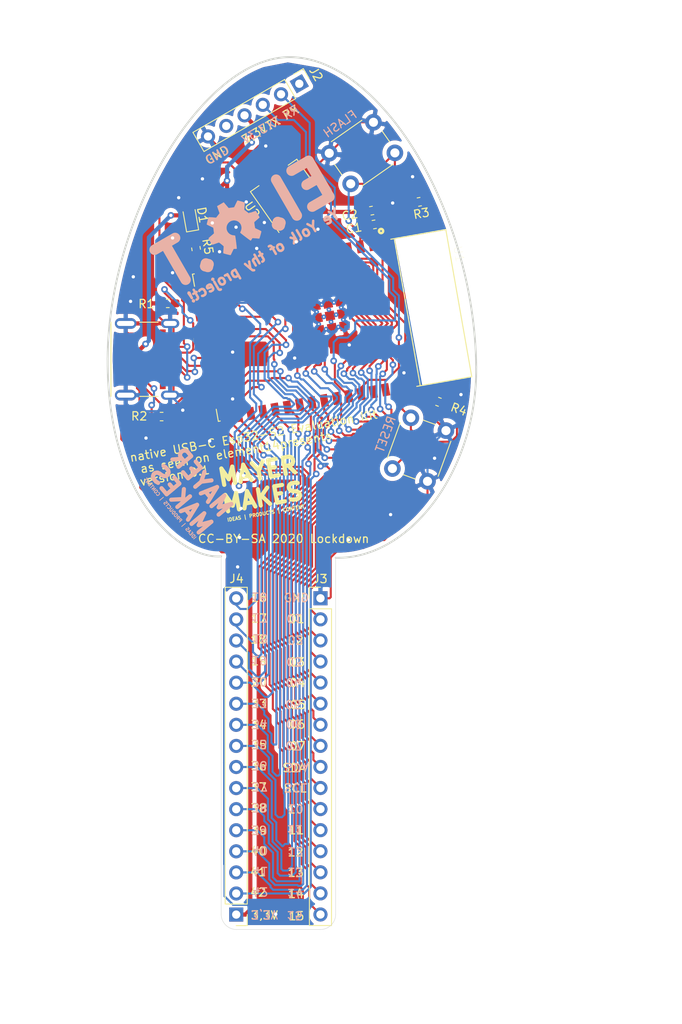
<source format=kicad_pcb>
(kicad_pcb (version 20171130) (host pcbnew 5.1.5+dfsg1-2build2)
  (title_block (title "Green_Eggs & Clem") (date 2020-11-22) (rev v0.1) (company "MAYER MAKES") (comment 1 "as seen on element14presents"))
  (layers (0 F.Cu signal) (31 B.Cu signal) (34 B.Paste user) (35 F.Paste user) (36 B.SilkS user) (37 F.SilkS user) (38 B.Mask user) (39 F.Mask user) (44 Edge.Cuts user))
  (net 0 "")
  (net 1 GND)
  (net 2 VCC_ESP)
  (net 3 "Net-(D1-Pad1)")
  (net 4 Vbus)
  (net 5 "Net-(J1-PadA5)")
  (net 6 D+)
  (net 7 D-)
  (net 8 "Net-(J1-PadB5)")
  (net 9 RX)
  (net 10 TX)
  (net 11 /01)
  (net 12 /02)
  (net 13 /03)
  (net 14 /04)
  (net 15 /05)
  (net 16 /06)
  (net 17 /07)
  (net 18 SDA)
  (net 19 SCL)
  (net 20 /10)
  (net 21 /11)
  (net 22 /12)
  (net 23 /13)
  (net 24 /14)
  (net 25 /15)
  (net 26 /16)
  (net 27 /17)
  (net 28 /18)
  (net 29 /21)
  (net 30 /26)
  (net 31 /33)
  (net 32 /34)
  (net 33 /35)
  (net 34 /36)
  (net 35 /37)
  (net 36 /38)
  (net 37 /39)
  (net 38 /40)
  (net 39 /41)
  (net 40 /42)
  (net 41 ~FLASH)
  (net 42 ~RESET)
  (module Symbol:OSHW-Symbol_6.7x6mm_SilkScreen (layer B.Cu) (at 139.29 63.97 210)
    (fp_text reference REF** hide)
    (fp_text value OSHW-Symbol_6.7x6mm_SilkScreen hide)
  )
  (module ESP32S2:XCVR_ESP32-S2-WROOM (layer F.Cu) (at 151.25 76 280)
    (fp_text reference U1 (at -5.825 -16.535 100) (layer F.SilkS) (effects (font (thickness 0.015))))
    (fp_text value ESP32-S2-WROOM)
    (pad 43.1 smd rect (at -1.19 0.05 280) (size 1.1 1.1) (layers F.Cu F.Paste F.Mask) (net 1 GND))
    (pad 1 smd rect (at -8.75 -8 280) (size 1.5 0.9) (layers F.Cu F.Paste F.Mask) (net 1 GND))
    (pad 2 smd rect (at -8.75 -6.5 280) (size 1.5 0.9) (layers F.Cu F.Paste F.Mask) (net 2 VCC_ESP))
    (pad 3 smd rect (at -8.75 -5 280) (size 1.5 0.9) (layers F.Cu F.Paste F.Mask) (net 41 ~FLASH))
    (pad 4 smd rect (at -8.75 -3.5 280) (size 1.5 0.9) (layers F.Cu F.Paste F.Mask) (net 11 /01))
    (pad 5 smd rect (at -8.75 -2 280) (size 1.5 0.9) (layers F.Cu F.Paste F.Mask) (net 12 /02))
    (pad 6 smd rect (at -8.75 -0.5 280) (size 1.5 0.9) (layers F.Cu F.Paste F.Mask) (net 13 /03))
    (pad 7 smd rect (at -8.75 1 280) (size 1.5 0.9) (layers F.Cu F.Paste F.Mask) (net 14 /04))
    (pad 8 smd rect (at -8.75 2.5 280) (size 1.5 0.9) (layers F.Cu F.Paste F.Mask) (net 15 /05))
    (pad 9 smd rect (at -8.75 4 280) (size 1.5 0.9) (layers F.Cu F.Paste F.Mask) (net 16 /06))
    (pad 10 smd rect (at -8.75 5.5 280) (size 1.5 0.9) (layers F.Cu F.Paste F.Mask) (net 17 /07))
    (pad 11 smd rect (at -8.75 7 280) (size 1.5 0.9) (layers F.Cu F.Paste F.Mask) (net 18 SDA))
    (pad 12 smd rect (at -8.75 8.5 280) (size 1.5 0.9) (layers F.Cu F.Paste F.Mask) (net 19 SCL))
    (pad 13 smd rect (at -8.75 10 280) (size 1.5 0.9) (layers F.Cu F.Paste F.Mask) (net 20 /10))
    (pad 14 smd rect (at -8.75 11.5 280) (size 1.5 0.9) (layers F.Cu F.Paste F.Mask) (net 21 /11))
    (pad 15 smd rect (at -8.75 13 280) (size 1.5 0.9) (layers F.Cu F.Paste F.Mask) (net 22 /12))
    (pad 16 smd rect (at -8.75 14.5 280) (size 1.5 0.9) (layers F.Cu F.Paste F.Mask) (net 23 /13))
    (pad 42 smd rect (at 8.75 -8 280) (size 1.5 0.9) (layers F.Cu F.Paste F.Mask) (net 1 GND))
    (pad 41 smd rect (at 8.75 -6.5 280) (size 1.5 0.9) (layers F.Cu F.Paste F.Mask) (net 42 ~RESET))
    (pad 40 smd rect (at 8.75 -5 280) (size 1.5 0.9) (layers F.Cu F.Paste F.Mask))
    (pad 39 smd rect (at 8.75 -3.5 280) (size 1.5 0.9) (layers F.Cu F.Paste F.Mask))
    (pad 38 smd rect (at 8.75 -2 280) (size 1.5 0.9) (layers F.Cu F.Paste F.Mask) (net 9 RX))
    (pad 37 smd rect (at 8.75 -0.5 280) (size 1.5 0.9) (layers F.Cu F.Paste F.Mask) (net 10 TX))
    (pad 36 smd rect (at 8.75 1 280) (size 1.5 0.9) (layers F.Cu F.Paste F.Mask) (net 40 /42))
    (pad 35 smd rect (at 8.75 2.5 280) (size 1.5 0.9) (layers F.Cu F.Paste F.Mask) (net 39 /41))
    (pad 34 smd rect (at 8.75 4 280) (size 1.5 0.9) (layers F.Cu F.Paste F.Mask) (net 38 /40))
    (pad 33 smd rect (at 8.75 5.5 280) (size 1.5 0.9) (layers F.Cu F.Paste F.Mask) (net 37 /39))
    (pad 32 smd rect (at 8.75 7 280) (size 1.5 0.9) (layers F.Cu F.Paste F.Mask) (net 36 /38))
    (pad 31 smd rect (at 8.75 8.5 280) (size 1.5 0.9) (layers F.Cu F.Paste F.Mask) (net 35 /37))
    (pad 30 smd rect (at 8.75 10 280) (size 1.5 0.9) (layers F.Cu F.Paste F.Mask) (net 34 /36))
    (pad 29 smd rect (at 8.75 11.5 280) (size 1.5 0.9) (layers F.Cu F.Paste F.Mask) (net 33 /35))
    (pad 28 smd rect (at 8.75 13 280) (size 1.5 0.9) (layers F.Cu F.Paste F.Mask) (net 32 /34))
    (pad 27 smd rect (at 8.75 14.5 280) (size 1.5 0.9) (layers F.Cu F.Paste F.Mask) (net 31 /33))
    (pad 17 smd rect (at -6.75 15.25 280) (size 0.9 1.5) (layers F.Cu F.Paste F.Mask) (net 24 /14))
    (pad 18 smd rect (at -5.25 15.25 280) (size 0.9 1.5) (layers F.Cu F.Paste F.Mask) (net 25 /15))
    (pad 19 smd rect (at -3.75 15.25 280) (size 0.9 1.5) (layers F.Cu F.Paste F.Mask) (net 26 /16))
    (pad 20 smd rect (at -2.25 15.25 280) (size 0.9 1.5) (layers F.Cu F.Paste F.Mask) (net 27 /17))
    (pad 21 smd rect (at -0.75 15.25 280) (size 0.9 1.5) (layers F.Cu F.Paste F.Mask) (net 28 /18))
    (pad 22 smd rect (at 0.75 15.25 280) (size 0.9 1.5) (layers F.Cu F.Paste F.Mask) (net 7 D-))
    (pad 23 smd rect (at 2.25 15.25 280) (size 0.9 1.5) (layers F.Cu F.Paste F.Mask) (net 6 D+))
    (pad 24 smd rect (at 3.75 15.25 280) (size 0.9 1.5) (layers F.Cu F.Paste F.Mask) (net 29 /21))
    (pad 25 smd rect (at 5.25 15.25 280) (size 0.9 1.5) (layers F.Cu F.Paste F.Mask) (net 30 /26))
    (pad 26 smd rect (at 6.75 15.25 280) (size 0.9 1.5) (layers F.Cu F.Paste F.Mask) (net 1 GND))
    (pad 43.2 smd rect (at -2.69 0.05 280) (size 1.1 1.1) (layers F.Cu F.Paste F.Mask) (net 1 GND))
    (pad 43.3 smd rect (at 0.31 0.05 280) (size 1.1 1.1) (layers F.Cu F.Paste F.Mask) (net 1 GND))
    (pad 43.4 smd rect (at -2.69 1.55 280) (size 1.1 1.1) (layers F.Cu F.Paste F.Mask) (net 1 GND))
    (pad 43.5 smd rect (at -1.19 1.55 280) (size 1.1 1.1) (layers F.Cu F.Paste F.Mask) (net 1 GND))
    (pad 43.6 smd rect (at 0.31 1.55 280) (size 1.1 1.1) (layers F.Cu F.Paste F.Mask) (net 1 GND))
    (pad 43.7 smd rect (at -2.69 -1.45 280) (size 1.1 1.1) (layers F.Cu F.Paste F.Mask) (net 1 GND))
    (pad 43.8 smd rect (at -1.19 -1.45 280) (size 1.1 1.1) (layers F.Cu F.Paste F.Mask) (net 1 GND))
    (pad 43.9 smd rect (at 0.31 -1.45 280) (size 1.1 1.1) (layers F.Cu F.Paste F.Mask) (net 1 GND))
    (pad 43.10 thru_hole circle (at -1.19 -0.7 280) (size 0.4 0.4) (drill 0.2) (layers *.Cu *.Mask) (net 1 GND))
    (pad 43.11 thru_hole circle (at -2.69 -0.7 280) (size 0.4 0.4) (drill 0.2) (layers *.Cu *.Mask) (net 1 GND))
    (pad 43.12 thru_hole circle (at 0.31 -0.7 280) (size 0.4 0.4) (drill 0.2) (layers *.Cu *.Mask) (net 1 GND))
    (pad 43.13 thru_hole circle (at -2.69 0.8 280) (size 0.4 0.4) (drill 0.2) (layers *.Cu *.Mask) (net 1 GND))
    (pad 43.14 thru_hole circle (at -1.19 0.8 280) (size 0.4 0.4) (drill 0.2) (layers *.Cu *.Mask) (net 1 GND))
    (pad 43.15 thru_hole circle (at 0.31 0.8 280) (size 0.4 0.4) (drill 0.2) (layers *.Cu *.Mask) (net 1 GND))
    (pad 43.16 thru_hole circle (at -1.94 -1.45 280) (size 0.4 0.4) (drill 0.2) (layers *.Cu *.Mask) (net 1 GND))
    (pad 43.17 thru_hole circle (at -0.44 -1.45 280) (size 0.4 0.4) (drill 0.2) (layers *.Cu *.Mask) (net 1 GND))
    (pad 43.18 thru_hole circle (at -1.94 0.05 280) (size 0.4 0.4) (drill 0.2) (layers *.Cu *.Mask) (net 1 GND))
    (pad 43.19 thru_hole circle (at -0.44 0.05 280) (size 0.4 0.4) (drill 0.2) (layers *.Cu *.Mask) (net 1 GND))
    (pad 43.20 thru_hole circle (at -1.94 1.55 280) (size 0.4 0.4) (drill 0.2) (layers *.Cu *.Mask) (net 1 GND))
    (pad 43.21 thru_hole circle (at -0.44 1.55 280) (size 0.4 0.4) (drill 0.2) (layers *.Cu *.Mask) (net 1 GND))
  )
  (module Capacitor_SMD:C_0603_1608Metric_Pad1.05x0.95mm_HandSolder (layer F.Cu) (at 156.33 63.83 190)
    (fp_text reference C1 (at 2.504242 -0.035685 10) (layer F.SilkS))
    (fp_text value 0,1uF)
    (pad 1 smd roundrect (at -0.875 0 190) (size 1.05 0.95) (layers F.Cu F.Paste F.Mask) (net 1 GND))
    (pad 2 smd roundrect (at 0.875 0 190) (size 1.05 0.95) (layers F.Cu F.Paste F.Mask) (net 2 VCC_ESP))
  )
  (module Capacitor_SMD:C_0603_1608Metric_Pad1.05x0.95mm_HandSolder (layer F.Cu) (at 156.02 62.17 190)
    (fp_text reference C2 (at 2.683814 -0.075101 10) (layer F.SilkS))
    (fp_text value 10uF)
    (pad 2 smd roundrect (at 0.875 0 190) (size 1.05 0.95) (layers F.Cu F.Paste F.Mask) (net 2 VCC_ESP))
    (pad 1 smd roundrect (at -0.875 0 190) (size 1.05 0.95) (layers F.Cu F.Paste F.Mask) (net 1 GND))
  )
  (module LED_SMD:LED_0603_1608Metric_Pad1.05x0.95mm_HandSolder (layer F.Cu) (at 134.16 62.97 100)
    (fp_text reference D1 (at 0.020483 1.496289 100) (layer F.SilkS))
    (fp_text value "LED 0603")
    (pad 1 smd roundrect (at -0.875 0 100) (size 1.05 0.95) (layers F.Cu F.Paste F.Mask) (net 3 "Net-(D1-Pad1)"))
    (pad 2 smd roundrect (at 0.875 0 100) (size 1.05 0.95) (layers F.Cu F.Paste F.Mask) (net 2 VCC_ESP))
  )
  (module Molex_USB-C:MOLEX_105450-0101 (layer F.Cu) (at 128.38 80.08 270)
    (fp_text reference J1 (at -1.899125 -5.722835 90) (layer F.SilkS) (effects (font (size 1.003598 1.003598) (thickness 0.015))))
    (fp_text value 105450-0101)
    (pad A1 smd rect (at -3 -3.77 270) (size 0.3 0.7) (layers F.Cu F.Paste F.Mask) (net 1 GND))
    (pad A2 smd rect (at -2.5 -3.77 270) (size 0.3 0.7) (layers F.Cu F.Paste F.Mask))
    (pad A3 smd rect (at -2 -3.77 270) (size 0.3 0.7) (layers F.Cu F.Paste F.Mask))
    (pad A4 smd rect (at -1.5 -3.77 270) (size 0.3 0.7) (layers F.Cu F.Paste F.Mask) (net 4 Vbus))
    (pad A5 smd rect (at -1 -3.77 270) (size 0.3 0.7) (layers F.Cu F.Paste F.Mask) (net 5 "Net-(J1-PadA5)"))
    (pad A6 smd rect (at -0.5 -3.77 270) (size 0.3 0.7) (layers F.Cu F.Paste F.Mask) (net 6 D+))
    (pad A7 smd rect (at 0.5 -3.77 270) (size 0.3 0.7) (layers F.Cu F.Paste F.Mask) (net 7 D-))
    (pad A8 smd rect (at 1 -3.77 270) (size 0.3 0.7) (layers F.Cu F.Paste F.Mask))
    (pad A9 smd rect (at 1.5 -3.77 270) (size 0.3 0.7) (layers F.Cu F.Paste F.Mask) (net 4 Vbus))
    (pad A10 smd rect (at 2 -3.77 270) (size 0.3 0.7) (layers F.Cu F.Paste F.Mask))
    (pad A11 smd rect (at 2.5 -3.77 270) (size 0.3 0.7) (layers F.Cu F.Paste F.Mask))
    (pad A12 smd rect (at 3 -3.77 270) (size 0.3 0.7) (layers F.Cu F.Paste F.Mask) (net 1 GND))
    (pad B1 smd rect (at 3.1 -2.47 270) (size 1 0.7) (layers F.Cu F.Paste F.Mask) (net 1 GND))
    (pad B2 smd rect (at 2.25 -2.47 270) (size 0.3 0.7) (layers F.Cu F.Paste F.Mask))
    (pad B3 smd rect (at 1.75 -2.47 270) (size 0.3 0.7) (layers F.Cu F.Paste F.Mask))
    (pad B4 smd rect (at 1.25 -2.47 270) (size 0.3 0.7) (layers F.Cu F.Paste F.Mask) (net 4 Vbus))
    (pad B5 smd rect (at 0.75 -2.47 270) (size 0.3 0.7) (layers F.Cu F.Paste F.Mask) (net 8 "Net-(J1-PadB5)"))
    (pad B6 smd rect (at 0.25 -2.47 270) (size 0.3 0.7) (layers F.Cu F.Paste F.Mask) (net 6 D+))
    (pad B7 smd rect (at -0.25 -2.47 270) (size 0.3 0.7) (layers F.Cu F.Paste F.Mask) (net 7 D-))
    (pad B8 smd rect (at -0.75 -2.47 270) (size 0.3 0.7) (layers F.Cu F.Paste F.Mask))
    (pad B9 smd rect (at -1.25 -2.47 270) (size 0.3 0.7) (layers F.Cu F.Paste F.Mask) (net 4 Vbus))
    (pad B10 smd rect (at -1.75 -2.47 270) (size 0.3 0.7) (layers F.Cu F.Paste F.Mask))
    (pad B11 smd rect (at -2.25 -2.47 270) (size 0.3 0.7) (layers F.Cu F.Paste F.Mask))
    (pad B12 smd rect (at -3.1 -2.47 270) (size 1 0.7) (layers F.Cu F.Paste F.Mask) (net 1 GND))
    (pad S1 thru_hole oval (at -4.32 -3.36 270) (size 1.1 2.2) (drill oval 0.6 1.6) (layers *.Cu *.Mask) (net 1 GND))
    (pad S2 thru_hole oval (at 4.32 -3.36 270) (size 1.1 2.2) (drill oval 0.6 1.6) (layers *.Cu *.Mask) (net 1 GND))
    (pad S3 thru_hole oval (at -4.32 2 270) (size 1.3 2.6) (drill oval 0.6 2.1) (layers *.Cu *.Mask) (net 1 GND))
    (pad S4 thru_hole oval (at 4.32 2 270) (size 1.3 2.6) (drill oval 0.6 2.1) (layers *.Cu *.Mask) (net 1 GND))
  )
  (module Connector_PinHeader_2.54mm:PinHeader_1x06_P2.54mm_Vertical (layer F.Cu) (at 147.3 46.88 300)
    (fp_text reference J2 (at 0 -2.33 120) (layer F.SilkS))
    (fp_text value Conn_01x06_Female)
    (pad 1 thru_hole rect (at 0 0 300) (size 1.7 1.7) (drill 1) (layers *.Cu *.Mask))
    (pad 2 thru_hole oval (at 0 2.54 300) (size 1.7 1.7) (drill 1) (layers *.Cu *.Mask) (net 9 RX))
    (pad 3 thru_hole oval (at 0 5.08 300) (size 1.7 1.7) (drill 1) (layers *.Cu *.Mask) (net 10 TX))
    (pad 4 thru_hole oval (at 0 7.62 300) (size 1.7 1.7) (drill 1) (layers *.Cu *.Mask) (net 2 VCC_ESP))
    (pad 5 thru_hole oval (at 0 10.16 300) (size 1.7 1.7) (drill 1) (layers *.Cu *.Mask))
    (pad 6 thru_hole oval (at 0 12.7 300) (size 1.7 1.7) (drill 1) (layers *.Cu *.Mask) (net 1 GND))
  )
  (module Resistor_SMD:R_0603_1608Metric_Pad1.05x0.95mm_HandSolder (layer F.Cu) (at 131.455001 73.339999 180)
    (fp_text reference R1 (at 2.575001 -0.070001) (layer F.SilkS))
    (fp_text value 5k1)
    (pad 1 smd roundrect (at -0.875 0 180) (size 1.05 0.95) (layers F.Cu F.Paste F.Mask) (net 5 "Net-(J1-PadA5)"))
    (pad 2 smd roundrect (at 0.875 0 180) (size 1.05 0.95) (layers F.Cu F.Paste F.Mask) (net 1 GND))
  )
  (module Resistor_SMD:R_0603_1608Metric_Pad1.05x0.95mm_HandSolder (layer F.Cu) (at 130.71 86.98)
    (fp_text reference R2 (at -2.7 -0.04) (layer F.SilkS))
    (fp_text value 5k1)
    (pad 2 smd roundrect (at 0.875 0) (size 1.05 0.95) (layers F.Cu F.Paste F.Mask) (net 1 GND))
    (pad 1 smd roundrect (at -0.875 0) (size 1.05 0.95) (layers F.Cu F.Paste F.Mask) (net 8 "Net-(J1-PadB5)"))
  )
  (module Resistor_SMD:R_0603_1608Metric_Pad1.05x0.95mm_HandSolder (layer F.Cu) (at 161.76 61.11 190)
    (fp_text reference R3 (at 0 -1.43 10) (layer F.SilkS))
    (fp_text value 10k)
    (pad 1 smd roundrect (at -0.875 0 190) (size 1.05 0.95) (layers F.Cu F.Paste F.Mask) (net 41 ~FLASH))
    (pad 2 smd roundrect (at 0.875 0 190) (size 1.05 0.95) (layers F.Cu F.Paste F.Mask) (net 2 VCC_ESP))
  )
  (module Resistor_SMD:R_0603_1608Metric_Pad1.05x0.95mm_HandSolder (layer F.Cu) (at 164.07 85.2 160)
    (fp_text reference R4 (at -2.616905 -0.026568 160) (layer F.SilkS))
    (fp_text value 10k)
    (pad 2 smd roundrect (at 0.875 0 160) (size 1.05 0.95) (layers F.Cu F.Paste F.Mask) (net 2 VCC_ESP))
    (pad 1 smd roundrect (at -0.875 0 160) (size 1.05 0.95) (layers F.Cu F.Paste F.Mask) (net 42 ~RESET))
  )
  (module Resistor_SMD:R_0603_1608Metric_Pad1.05x0.95mm_HandSolder (layer F.Cu) (at 134.86 66.74 280)
    (fp_text reference R5 (at 0 -1.43 100) (layer F.SilkS))
    (fp_text value 220)
    (pad 1 smd roundrect (at -0.875 0 280) (size 1.05 0.95) (layers F.Cu F.Paste F.Mask) (net 3 "Net-(D1-Pad1)"))
    (pad 2 smd roundrect (at 0.875 0 280) (size 1.05 0.95) (layers F.Cu F.Paste F.Mask) (net 23 /13))
  )
  (module Button_Switch_THT:SW_PUSH_6mm (layer F.Cu) (at 164.97 88.67 250)
    (fp_text reference RESET (at 2.887134 6.6751 70) (layer B.SilkS) (effects (justify mirror)))
    (fp_text value reset)
    (pad 2 thru_hole circle (at 0 4.5 340) (size 2 2) (drill 1.1) (layers *.Cu *.Mask) (net 42 ~RESET))
    (pad 1 thru_hole circle (at 0 0 340) (size 2 2) (drill 1.1) (layers *.Cu *.Mask) (net 1 GND))
    (pad 2 thru_hole circle (at 6.5 4.5 340) (size 2 2) (drill 1.1) (layers *.Cu *.Mask) (net 42 ~RESET))
    (pad 1 thru_hole circle (at 6.5 0 340) (size 2 2) (drill 1.1) (layers *.Cu *.Mask) (net 1 GND))
  )
  (module Button_Switch_THT:SW_PUSH_6mm (layer F.Cu) (at 150.91 55.25 35)
    (fp_text reference FLASH (at 3.097814 -2.140222 35) (layer B.SilkS) (effects (justify mirror)))
    (fp_text value flash)
    (pad 1 thru_hole circle (at 6.5 0 125) (size 2 2) (drill 1.1) (layers *.Cu *.Mask) (net 1 GND))
    (pad 2 thru_hole circle (at 6.5 4.5 125) (size 2 2) (drill 1.1) (layers *.Cu *.Mask) (net 41 ~FLASH))
    (pad 1 thru_hole circle (at 0 0 125) (size 2 2) (drill 1.1) (layers *.Cu *.Mask) (net 1 GND))
    (pad 2 thru_hole circle (at 0 4.5 125) (size 2 2) (drill 1.1) (layers *.Cu *.Mask) (net 41 ~FLASH))
  )
  (module Package_TO_SOT_SMD:SOT-223-3_TabPin2 (layer F.Cu) (at 145.3 59.49 125)
    (fp_text reference U2 (at 0 -4.5 125) (layer F.SilkS))
    (fp_text value MCP1825S)
    (pad 2 smd rect (at 3.15 0 125) (size 2 3.8) (layers F.Cu F.Paste F.Mask) (net 1 GND))
    (pad 2 smd rect (at -3.15 0 125) (size 2 1.5) (layers F.Cu F.Paste F.Mask) (net 1 GND))
    (pad 3 smd rect (at -3.15 2.3 125) (size 2 1.5) (layers F.Cu F.Paste F.Mask) (net 2 VCC_ESP))
    (pad 1 smd rect (at -3.15 -2.3 125) (size 2 1.5) (layers F.Cu F.Paste F.Mask) (net 4 Vbus))
  )
  (module Connector_PinHeader_2.54mm:PinHeader_1x16_P2.54mm_Vertical (layer F.Cu) (at 149.85 108.87)
    (fp_text reference J3 (at 0 -2.33) (layer F.SilkS))
    (fp_text value Conn_01x16)
    (pad 1 thru_hole rect (at 0 0) (size 1.7 1.7) (drill 1) (layers *.Cu *.Mask) (net 1 GND))
    (pad 2 thru_hole oval (at 0 2.54) (size 1.7 1.7) (drill 1) (layers *.Cu *.Mask) (net 11 /01))
    (pad 3 thru_hole oval (at 0 5.08) (size 1.7 1.7) (drill 1) (layers *.Cu *.Mask) (net 12 /02))
    (pad 4 thru_hole oval (at 0 7.62) (size 1.7 1.7) (drill 1) (layers *.Cu *.Mask) (net 13 /03))
    (pad 5 thru_hole oval (at 0 10.16) (size 1.7 1.7) (drill 1) (layers *.Cu *.Mask) (net 14 /04))
    (pad 6 thru_hole oval (at 0 12.7) (size 1.7 1.7) (drill 1) (layers *.Cu *.Mask) (net 15 /05))
    (pad 7 thru_hole oval (at 0 15.24) (size 1.7 1.7) (drill 1) (layers *.Cu *.Mask) (net 16 /06))
    (pad 8 thru_hole oval (at 0 17.78) (size 1.7 1.7) (drill 1) (layers *.Cu *.Mask) (net 17 /07))
    (pad 9 thru_hole oval (at 0 20.32) (size 1.7 1.7) (drill 1) (layers *.Cu *.Mask) (net 18 SDA))
    (pad 10 thru_hole oval (at 0 22.86) (size 1.7 1.7) (drill 1) (layers *.Cu *.Mask) (net 19 SCL))
    (pad 11 thru_hole oval (at 0 25.4) (size 1.7 1.7) (drill 1) (layers *.Cu *.Mask) (net 20 /10))
    (pad 12 thru_hole oval (at 0 27.94) (size 1.7 1.7) (drill 1) (layers *.Cu *.Mask) (net 21 /11))
    (pad 13 thru_hole oval (at 0 30.48) (size 1.7 1.7) (drill 1) (layers *.Cu *.Mask) (net 22 /12))
    (pad 14 thru_hole oval (at 0 33.02) (size 1.7 1.7) (drill 1) (layers *.Cu *.Mask) (net 23 /13))
    (pad 15 thru_hole oval (at 0 35.56) (size 1.7 1.7) (drill 1) (layers *.Cu *.Mask) (net 24 /14))
    (pad 16 thru_hole oval (at 0 38.1) (size 1.7 1.7) (drill 1) (layers *.Cu *.Mask) (net 25 /15))
  )
  (module Connector_PinHeader_2.54mm:PinHeader_1x16_P2.54mm_Vertical (layer F.Cu) (at 139.7 146.98 180)
    (fp_text reference J4 (at -0.04 40.46) (layer F.SilkS))
    (fp_text value Conn_01x16)
    (pad 16 thru_hole oval (at 0 38.1 180) (size 1.7 1.7) (drill 1) (layers *.Cu *.Mask) (net 26 /16))
    (pad 15 thru_hole oval (at 0 35.56 180) (size 1.7 1.7) (drill 1) (layers *.Cu *.Mask) (net 27 /17))
    (pad 14 thru_hole oval (at 0 33.02 180) (size 1.7 1.7) (drill 1) (layers *.Cu *.Mask) (net 28 /18))
    (pad 13 thru_hole oval (at 0 30.48 180) (size 1.7 1.7) (drill 1) (layers *.Cu *.Mask) (net 29 /21))
    (pad 12 thru_hole oval (at 0 27.94 180) (size 1.7 1.7) (drill 1) (layers *.Cu *.Mask) (net 30 /26))
    (pad 11 thru_hole oval (at 0 25.4 180) (size 1.7 1.7) (drill 1) (layers *.Cu *.Mask) (net 31 /33))
    (pad 10 thru_hole oval (at 0 22.86 180) (size 1.7 1.7) (drill 1) (layers *.Cu *.Mask) (net 32 /34))
    (pad 9 thru_hole oval (at 0 20.32 180) (size 1.7 1.7) (drill 1) (layers *.Cu *.Mask) (net 33 /35))
    (pad 8 thru_hole oval (at 0 17.78 180) (size 1.7 1.7) (drill 1) (layers *.Cu *.Mask) (net 34 /36))
    (pad 7 thru_hole oval (at 0 15.24 180) (size 1.7 1.7) (drill 1) (layers *.Cu *.Mask) (net 35 /37))
    (pad 6 thru_hole oval (at 0 12.7 180) (size 1.7 1.7) (drill 1) (layers *.Cu *.Mask) (net 36 /38))
    (pad 5 thru_hole oval (at 0 10.16 180) (size 1.7 1.7) (drill 1) (layers *.Cu *.Mask) (net 37 /39))
    (pad 4 thru_hole oval (at 0 7.62 180) (size 1.7 1.7) (drill 1) (layers *.Cu *.Mask) (net 38 /40))
    (pad 3 thru_hole oval (at 0 5.08 180) (size 1.7 1.7) (drill 1) (layers *.Cu *.Mask) (net 39 /41))
    (pad 2 thru_hole oval (at 0 2.54 180) (size 1.7 1.7) (drill 1) (layers *.Cu *.Mask) (net 40 /42))
    (pad 1 thru_hole rect (at 0 0 180) (size 1.7 1.7) (drill 1) (layers *.Cu *.Mask) (net 2 VCC_ESP))
  )
  (gr_text "MAYER\nMAKES" (at 134.278631 95.966805 310) (layer B.SilkS) (effects (font (size 2 2) (thickness 0.5)) (justify mirror)))
  (gr_text "IDEAS | PRODUCTS | CONTENT" (at 131.744039 98.076774 310) (layer B.SilkS) (effects (font (size 0.4 0.4) (thickness 0.1)) (justify mirror)))
  (gr_text "RX\n" (at 146.28 50.35 30) (layer B.SilkS) (effects (font (size 1 1)) (justify mirror)))
  (gr_text "TX\n" (at 144.19 51.64 30) (layer B.SilkS) (effects (font (size 1 1)) (justify mirror)))
  (gr_text 3,3V (at 141.92 52.93 30) (layer B.SilkS) (effects (font (size 1 1)) (justify mirror)))
  (gr_text GND (at 137.45 55.46 30) (layer B.SilkS) (effects (font (size 1 1)) (justify mirror)))
  (gr_text "CC-BY-SA 2020 Lockdown" (at 145.41 101.7) (layer F.SilkS) (effects (font (size 1 1))))
  (gr_text "IDEAS | PRODUCTS | CONTENT" (at 143.27 98.63 10) (layer F.SilkS) (effects (font (size 0.4 0.4) (thickness 0.1))))
  (gr_text "MAYER\nMAKES" (at 142.6 95.16 10) (layer F.SilkS) (effects (font (size 2 2) (thickness 0.5))))
  (gr_text "version 0.1" (at 132.29 94.11 10) (layer F.SilkS) (effects (font (size 1 1))))
  (gr_text "as seen on element14presents" (at 139.67 91.28 10) (layer F.SilkS) (effects (font (size 1 1))))
  (gr_text "native USB-C Esp32-S2 Evaluation Kit " (at 142.16 89.26 10) (layer F.SilkS) (effects (font (size 1 1))))
  (gr_text "Ye Yolk of thy project!" (at 143.02 67.59 30) (layer B.SilkS) (effects (font (size 1.2 1.2) (thickness 0.3)) (justify mirror)))
  (gr_text "EI.  .T" (at 140.83 63.73 30) (layer B.SilkS) (effects (font (size 5 5) (thickness 1.25)) (justify mirror)))
  (gr_text mayermakes (at 145.67 59.09 35) (layer F.Cu) (effects (font (size 0.4 0.4) (thickness 0.1))))
  (gr_text mayermakes (at 134.43 94.74 310) (layer F.Cu) (effects (font (size 0.5 0.5) (thickness 0.125))))
  (gr_text 3,3V (at 141.92 52.93 30) (layer F.SilkS) (effects (font (size 1 1))))
  (gr_text GND (at 137.4 55.49 30) (layer F.SilkS) (effects (font (size 1 1))))
  (gr_text "RX\n" (at 146.28 50.35 30) (layer F.SilkS) (effects (font (size 1 1))))
  (gr_text "TX\n" (at 144.15 51.67 30) (layer F.SilkS) (effects (font (size 1 1))))
  (gr_text 39 (at 142.499998 136.779997 180) (layer B.SilkS) (effects (font (size 1 1)) (justify mirror)))
  (gr_text "36\n" (at 142.509999 129.009999 180) (layer B.SilkS) (effects (font (size 1 1)) (justify mirror)))
  (gr_text 42 (at 142.599999 144.209999 180) (layer B.SilkS) (effects (font (size 1 1)) (justify mirror)))
  (gr_text "34\n" (at 142.510002 124.029999 180) (layer B.SilkS) (effects (font (size 1 1)) (justify mirror)))
  (gr_text 40 (at 142.57 139.25 180) (layer B.SilkS) (effects (font (size 1 1)) (justify mirror)))
  (gr_text "37\n" (at 142.529998 131.549999 180) (layer B.SilkS) (effects (font (size 1 1)) (justify mirror)))
  (gr_text "38\n" (at 142.530002 134.07 180) (layer B.SilkS) (effects (font (size 1 1)) (justify mirror)))
  (gr_text "35\n" (at 142.489995 126.449998 180) (layer B.SilkS) (effects (font (size 1 1)) (justify mirror)))
  (gr_text 19 (at 142.5 116.34 180) (layer B.SilkS) (effects (font (size 1 1)) (justify mirror)))
  (gr_text 41 (at 142.600002 141.750001 180) (layer B.SilkS) (effects (font (size 1 1)) (justify mirror)))
  (gr_text 3,3V (at 143.1 146.97 180) (layer B.SilkS) (effects (font (size 1 1)) (justify mirror)))
  (gr_text "33\n" (at 142.48 121.489998 180) (layer B.SilkS) (effects (font (size 1 1)) (justify mirror)))
  (gr_text 18 (at 142.580001 113.719997 180) (layer B.SilkS) (effects (font (size 1 1)) (justify mirror)))
  (gr_text 16 (at 142.480001 108.699996 180) (layer B.SilkS) (effects (font (size 1 1)) (justify mirror)))
  (gr_text "17\n" (at 142.510002 111.199999 180) (layer B.SilkS) (effects (font (size 1 1)) (justify mirror)))
  (gr_text 20 (at 142.519996 118.900002 180) (layer B.SilkS) (effects (font (size 1 1)) (justify mirror)))
  (gr_text 3,3V (at 143.1 147.07) (layer F.SilkS) (effects (font (size 1 1))))
  (gr_text 42 (at 142.34 144.31) (layer F.SilkS) (effects (font (size 1 1))))
  (gr_text 41 (at 142.34 141.85) (layer F.SilkS) (effects (font (size 1 1))))
  (gr_text 40 (at 142.37 139.35) (layer F.SilkS) (effects (font (size 1 1))))
  (gr_text 39 (at 142.44 136.88) (layer F.SilkS) (effects (font (size 1 1))))
  (gr_text "38\n" (at 142.41 134.17) (layer F.SilkS) (effects (font (size 1 1))))
  (gr_text "37\n" (at 142.41 131.65) (layer F.SilkS) (effects (font (size 1 1))))
  (gr_text "36\n" (at 142.43 129.11) (layer F.SilkS) (effects (font (size 1 1))))
  (gr_text "35\n" (at 142.45 126.55) (layer F.SilkS) (effects (font (size 1 1))))
  (gr_text "34\n" (at 142.43 124.13) (layer F.SilkS) (effects (font (size 1 1))))
  (gr_text "33\n" (at 142.46 121.59) (layer F.SilkS) (effects (font (size 1 1))))
  (gr_text 20 (at 142.42 119) (layer F.SilkS) (effects (font (size 1 1))))
  (gr_text 19 (at 142.44 116.44) (layer F.SilkS) (effects (font (size 1 1))))
  (gr_text 18 (at 142.36 113.82) (layer F.SilkS) (effects (font (size 1 1))))
  (gr_text "17\n" (at 142.43 111.3) (layer F.SilkS) (effects (font (size 1 1))))
  (gr_text 16 (at 142.46 108.8) (layer F.SilkS) (effects (font (size 1 1))))
  (gr_text 02 (at 146.829998 113.880002 180) (layer B.SilkS) (effects (font (size 1 1)) (justify mirror)))
  (gr_text "01\n" (at 146.71 111.29 180) (layer B.SilkS) (effects (font (size 1 1)) (justify mirror)))
  (gr_text "07\n" (at 146.599997 126.610003 180) (layer B.SilkS) (effects (font (size 1 1)) (justify mirror)))
  (gr_text SCL (at 146.889994 131.689998 180) (layer B.SilkS) (effects (font (size 1 1)) (justify mirror)))
  (gr_text "15\n" (at 146.740007 147.09 180) (layer B.SilkS) (effects (font (size 1 1)) (justify mirror)))
  (gr_text "04\n" (at 146.620007 118.990001 180) (layer B.SilkS) (effects (font (size 1 1)) (justify mirror)))
  (gr_text "14\n" (at 146.79 144.410001 180) (layer B.SilkS) (effects (font (size 1 1)) (justify mirror)))
  (gr_text "05\n" (at 146.559989 121.630002 180) (layer B.SilkS) (effects (font (size 1 1)) (justify mirror)))
  (gr_text "03\n" (at 146.68 116.5 180) (layer B.SilkS) (effects (font (size 1 1)) (justify mirror)))
  (gr_text "13\n" (at 146.809997 141.860003 180) (layer B.SilkS) (effects (font (size 1 1)) (justify mirror)))
  (gr_text "11\n" (at 146.76 136.73 180) (layer B.SilkS) (effects (font (size 1 1)) (justify mirror)))
  (gr_text "12\n" (at 146.839997 139.389997 180) (layer B.SilkS) (effects (font (size 1 1)) (justify mirror)))
  (gr_text "06\n" (at 146.639999 123.999999 180) (layer B.SilkS) (effects (font (size 1 1)) (justify mirror)))
  (gr_text "10\n" (at 146.84 134.22 180) (layer B.SilkS) (effects (font (size 1 1)) (justify mirror)))
  (gr_text "SDA\n" (at 147.010002 129.239991 180) (layer B.SilkS) (effects (font (size 1 1)) (justify mirror)))
  (gr_text "15\n" (at 146.95 147.16) (layer F.SilkS) (effects (font (size 1 1))))
  (gr_text "14\n" (at 146.9 144.48) (layer F.SilkS) (effects (font (size 1 1))))
  (gr_text "13\n" (at 146.88 141.93) (layer F.SilkS) (effects (font (size 1 1))))
  (gr_text "12\n" (at 146.85 139.46) (layer F.SilkS) (effects (font (size 1 1))))
  (gr_text "11\n" (at 146.93 136.8) (layer F.SilkS) (effects (font (size 1 1))))
  (gr_text "10\n" (at 146.85 134.29) (layer F.SilkS) (effects (font (size 1 1))))
  (gr_text SCL (at 146.8 131.76) (layer F.SilkS) (effects (font (size 1 1))))
  (gr_text "SDA\n" (at 146.68 129.31) (layer F.SilkS) (effects (font (size 1 1))))
  (gr_text "07\n" (at 147.09 126.68) (layer F.SilkS) (effects (font (size 1 1))))
  (gr_text "06\n" (at 147.05 124.07) (layer F.SilkS) (effects (font (size 1 1))))
  (gr_text "05\n" (at 147.13 121.7) (layer F.SilkS) (effects (font (size 1 1))))
  (gr_text "04\n" (at 147.07 119.06) (layer F.SilkS) (effects (font (size 1 1))))
  (gr_text "03\n" (at 147.01 116.57) (layer F.SilkS) (effects (font (size 1 1))))
  (gr_text 02 (at 146.86 113.95) (layer F.SilkS) (effects (font (size 1 1))))
  (gr_text "01\n" (at 146.98 111.36) (layer F.SilkS) (effects (font (size 1 1))))
  (gr_text "GND\n" (at 146.95 108.83) (layer B.SilkS) (effects (font (size 1 1)) (justify mirror)))
  (gr_text "GND\n" (at 146.95 108.82) (layer F.SilkS) (effects (font (size 1 1))))
  (gr_line (start 137.89 146.94) (end 137.89 103.82) (layer Edge.Cuts) (width 0.05))
  (gr_line (start 151.679295 146.976787) (end 151.679295 103.99) (layer Edge.Cuts) (width 0.05))
  (gr_line (start 139.689991 148.779351) (end 149.85 148.779636) (layer Edge.Cuts) (width 0.05))
  (gr_arc (start 149.84 146.94) (end 149.85 148.779636) (angle -88.54275426) (layer Edge.Cuts) (width 0.05))
  (gr_arc (start 139.74 146.93) (end 137.89 146.94) (angle -88.14131673) (layer Edge.Cuts) (width 0.05))
  (gr_curve (pts (xy 137.89 103.82) (xy 133.240881 104.232149) (xy 124.116511 97.154256) (xy 124.206 80.01)) (layer Edge.Cuts) (width 0.225))
  (gr_curve (pts (xy 145.905964 43.676195) (xy 156.897361 43.403744) (xy 168.418396 62.035617) (xy 168.615036 81.01911)) (layer Edge.Cuts) (width 0.225))
  (gr_curve (pts (xy 168.615036 81.01911) (xy 168.746763 93.495795) (xy 160.589265 104.232149) (xy 151.679295 103.99)) (layer Edge.Cuts) (width 0.225))
  (gr_line (start 168.615036 81.01911) (end 168.615036 81.01911) (layer Edge.Cuts) (width 0.225))
  (gr_curve (pts (xy 124.206 80.01) (xy 124.294378 62.825712) (xy 135.600924 43.923468) (xy 145.905964 43.676195)) (layer Edge.Cuts) (width 0.225))
  (segment (start 131.585 86.98) (end 132.49 86.98) (width 0.25) (layer F.Cu) (net 1))
  (via (at 133.26 86.21) (size 0.8) (drill 0.4) (layers F.Cu B.Cu) (net 1))
  (segment (start 132.49 86.98) (end 133.26 86.21) (width 0.25) (layer F.Cu) (net 1))
  (segment (start 133.26 85.92) (end 131.74 84.4) (width 0.25) (layer B.Cu) (net 1))
  (segment (start 133.26 86.21) (end 133.26 85.92) (width 0.25) (layer B.Cu) (net 1))
  (segment (start 131.74 85.2) (end 131.74 84.4) (width 0.25) (layer B.Cu) (net 1))
  (segment (start 130.614999 86.325001) (end 131.74 85.2) (width 0.25) (layer B.Cu) (net 1))
  (segment (start 127.405001 86.325001) (end 130.614999 86.325001) (width 0.25) (layer B.Cu) (net 1))
  (segment (start 126.38 85.3) (end 127.405001 86.325001) (width 0.25) (layer B.Cu) (net 1))
  (segment (start 126.38 84.4) (end 126.38 85.3) (width 0.25) (layer B.Cu) (net 1))
  (segment (start 132.05 83.18) (end 132.15 83.08) (width 0.25) (layer F.Cu) (net 1))
  (segment (start 130.85 83.18) (end 132.05 83.18) (width 0.25) (layer F.Cu) (net 1))
  (segment (start 132.15 83.99) (end 131.74 84.4) (width 0.25) (layer F.Cu) (net 1))
  (segment (start 132.15 83.08) (end 132.15 83.99) (width 0.25) (layer F.Cu) (net 1))
  (segment (start 132.15 76.17) (end 131.74 75.76) (width 0.25) (layer F.Cu) (net 1))
  (segment (start 132.15 77.08) (end 132.15 76.17) (width 0.25) (layer F.Cu) (net 1))
  (segment (start 130.95 77.08) (end 130.85 76.98) (width 0.25) (layer F.Cu) (net 1))
  (segment (start 132.15 77.08) (end 130.95 77.08) (width 0.25) (layer F.Cu) (net 1))
  (segment (start 126.38 76.66) (end 126.38 75.76) (width 0.25) (layer F.Cu) (net 1))
  (segment (start 126.7 76.98) (end 126.38 76.66) (width 0.25) (layer F.Cu) (net 1))
  (segment (start 130.85 76.98) (end 126.7 76.98) (width 0.25) (layer F.Cu) (net 1))
  (segment (start 126.38 83.5) (end 126.38 75.76) (width 0.25) (layer F.Cu) (net 1))
  (segment (start 126.38 84.4) (end 126.38 83.5) (width 0.25) (layer F.Cu) (net 1))
  (segment (start 130.39 74.96) (end 131.19 75.76) (width 0.25) (layer F.Cu) (net 1))
  (segment (start 131.19 75.76) (end 131.74 75.76) (width 0.25) (layer F.Cu) (net 1))
  (segment (start 130.39 74.790002) (end 130.39 74.96) (width 0.25) (layer F.Cu) (net 1))
  (segment (start 130.580001 74.600001) (end 130.39 74.790002) (width 0.25) (layer F.Cu) (net 1))
  (segment (start 130.580001 73.339999) (end 130.580001 74.600001) (width 0.25) (layer F.Cu) (net 1))
  (segment (start 149.250329 56.909671) (end 150.91 55.25) (width 0.25) (layer F.Cu) (net 1))
  (segment (start 143.493234 56.909671) (end 149.250329 56.909671) (width 0.25) (layer F.Cu) (net 1))
  (segment (start 154.638247 51.521753) (end 156.234488 51.521753) (width 0.25) (layer F.Cu) (net 1))
  (segment (start 150.91 55.25) (end 154.638247 51.521753) (width 0.25) (layer F.Cu) (net 1))
  (segment (start 156.881707 63.368058) (end 157.191707 63.678058) (width 0.25) (layer F.Cu) (net 1))
  (segment (start 156.881707 62.018058) (end 156.881707 63.368058) (width 0.25) (layer F.Cu) (net 1))
  (segment (start 157.191707 65.576414) (end 157.60904 65.993747) (width 0.25) (layer F.Cu) (net 1))
  (segment (start 157.191707 63.678058) (end 157.191707 65.576414) (width 0.25) (layer F.Cu) (net 1))
  (segment (start 156.881707 62.018058) (end 157.781942 62.018058) (width 0.25) (layer F.Cu) (net 1))
  (via (at 158.55 61.25) (size 0.8) (drill 0.4) (layers F.Cu B.Cu) (net 1))
  (segment (start 157.781942 62.018058) (end 158.55 61.25) (width 0.25) (layer F.Cu) (net 1))
  (segment (start 152.55 55.25) (end 150.91 55.25) (width 0.25) (layer B.Cu) (net 1))
  (segment (start 158.55 61.25) (end 152.55 55.25) (width 0.25) (layer B.Cu) (net 1))
  (segment (start 160.647884 84.347884) (end 164.97 88.67) (width 0.25) (layer F.Cu) (net 1))
  (segment (start 160.647884 83.227882) (end 160.647884 84.347884) (width 0.25) (layer F.Cu) (net 1))
  (segment (start 162.746869 90.893131) (end 164.97 88.67) (width 0.25) (layer B.Cu) (net 1))
  (segment (start 162.746869 94.778002) (end 162.746869 90.893131) (width 0.25) (layer B.Cu) (net 1))
  (segment (start 134.174413 85.295587) (end 133.26 86.21) (width 0.25) (layer F.Cu) (net 1))
  (segment (start 137.403807 85.295587) (end 134.174413 85.295587) (width 0.25) (layer F.Cu) (net 1))
  (segment (start 157.54 101.85) (end 162.746869 96.643131) (width 0.25) (layer F.Cu) (net 1))
  (segment (start 156.02 101.85) (end 157.54 101.85) (width 0.25) (layer F.Cu) (net 1))
  (segment (start 155.06 102.81) (end 156.02 101.85) (width 0.25) (layer F.Cu) (net 1))
  (segment (start 152.23404 102.81) (end 155.06 102.81) (width 0.25) (layer F.Cu) (net 1))
  (segment (start 151.09 108.73) (end 151.09 103.95404) (width 0.25) (layer F.Cu) (net 1))
  (segment (start 151.09 103.95404) (end 152.23404 102.81) (width 0.25) (layer F.Cu) (net 1))
  (segment (start 150.95 108.87) (end 151.09 108.73) (width 0.25) (layer F.Cu) (net 1))
  (segment (start 162.746869 96.643131) (end 162.746869 94.778002) (width 0.25) (layer F.Cu) (net 1))
  (segment (start 149.85 108.87) (end 150.95 108.87) (width 0.25) (layer F.Cu) (net 1))
  (segment (start 136.301477 53.23) (end 138.331477 55.26) (width 0.25) (layer F.Cu) (net 1))
  (segment (start 141.843563 55.26) (end 143.493234 56.909671) (width 0.25) (layer F.Cu) (net 1))
  (segment (start 150.473174 73.620022) (end 150.733646 73.35955) (width 0.25) (layer F.Cu) (net 1))
  (segment (start 149.256434 73.620022) (end 150.473174 73.620022) (width 0.25) (layer F.Cu) (net 1))
  (segment (start 151.950385 73.35955) (end 152.210858 73.099077) (width 0.25) (layer F.Cu) (net 1))
  (segment (start 150.733646 73.35955) (end 151.950385 73.35955) (width 0.25) (layer F.Cu) (net 1))
  (segment (start 151.25459 74.576289) (end 150.994118 74.836761) (width 0.25) (layer F.Cu) (net 1))
  (segment (start 152.47133 74.576289) (end 151.25459 74.576289) (width 0.25) (layer F.Cu) (net 1))
  (segment (start 149.777379 74.836761) (end 149.516907 75.097233) (width 0.25) (layer F.Cu) (net 1))
  (segment (start 150.994118 74.836761) (end 149.777379 74.836761) (width 0.25) (layer F.Cu) (net 1))
  (segment (start 149.516907 76.313973) (end 149.777379 76.574445) (width 0.25) (layer F.Cu) (net 1))
  (segment (start 149.516907 75.097233) (end 149.516907 76.313973) (width 0.25) (layer F.Cu) (net 1))
  (segment (start 150.994119 76.574445) (end 151.254591 76.313973) (width 0.25) (layer F.Cu) (net 1))
  (segment (start 149.777379 76.574445) (end 150.994119 76.574445) (width 0.25) (layer F.Cu) (net 1))
  (segment (start 151.254591 75.097234) (end 150.994118 74.836761) (width 0.25) (layer F.Cu) (net 1))
  (segment (start 151.254591 76.313973) (end 151.254591 75.097234) (width 0.25) (layer F.Cu) (net 1))
  (segment (start 152.47133 76.313973) (end 152.731802 76.053501) (width 0.25) (layer F.Cu) (net 1))
  (segment (start 151.254591 76.313973) (end 152.47133 76.313973) (width 0.25) (layer F.Cu) (net 1))
  (segment (start 152.731802 74.836761) (end 152.47133 74.576289) (width 0.25) (layer F.Cu) (net 1))
  (segment (start 152.731802 76.053501) (end 152.731802 74.836761) (width 0.25) (layer F.Cu) (net 1))
  (segment (start 152.47133 73.359549) (end 152.210858 73.099077) (width 0.25) (layer F.Cu) (net 1))
  (segment (start 152.47133 74.576289) (end 152.47133 73.359549) (width 0.25) (layer F.Cu) (net 1))
  (segment (start 152.080622 73.229313) (end 152.210858 73.099077) (width 0.25) (layer F.Cu) (net 1))
  (segment (start 151.472252 73.229313) (end 152.080622 73.229313) (width 0.25) (layer F.Cu) (net 1))
  (segment (start 152.601566 74.706525) (end 152.47133 74.576289) (width 0.25) (layer F.Cu) (net 1))
  (segment (start 152.601566 75.314895) (end 152.601566 74.706525) (width 0.25) (layer F.Cu) (net 1))
  (segment (start 151.124354 74.706525) (end 150.994118 74.836761) (width 0.25) (layer F.Cu) (net 1))
  (segment (start 151.732724 74.706525) (end 151.124354 74.706525) (width 0.25) (layer F.Cu) (net 1))
  (segment (start 150.863882 73.489786) (end 150.733646 73.35955) (width 0.25) (layer F.Cu) (net 1))
  (segment (start 150.863882 74.098155) (end 150.863882 73.489786) (width 0.25) (layer F.Cu) (net 1))
  (segment (start 150.60341 73.489786) (end 150.733646 73.35955) (width 0.25) (layer F.Cu) (net 1))
  (segment (start 149.99504 73.489786) (end 150.60341 73.489786) (width 0.25) (layer F.Cu) (net 1))
  (segment (start 149.386671 74.966997) (end 149.516907 75.097233) (width 0.25) (layer F.Cu) (net 1))
  (segment (start 149.386671 74.358628) (end 149.386671 74.966997) (width 0.25) (layer F.Cu) (net 1))
  (segment (start 149.647143 74.966997) (end 149.516907 75.097233) (width 0.25) (layer F.Cu) (net 1))
  (segment (start 150.255512 74.966997) (end 149.647143 74.966997) (width 0.25) (layer F.Cu) (net 1))
  (segment (start 149.647143 76.444209) (end 149.777379 76.574445) (width 0.25) (layer F.Cu) (net 1))
  (segment (start 149.647143 75.835839) (end 149.647143 76.444209) (width 0.25) (layer F.Cu) (net 1))
  (segment (start 151.124354 74.966997) (end 150.994118 74.836761) (width 0.25) (layer F.Cu) (net 1))
  (segment (start 151.124354 75.575367) (end 151.124354 74.966997) (width 0.25) (layer F.Cu) (net 1))
  (segment (start 152.123432 76.053501) (end 151.993196 76.183737) (width 0.25) (layer F.Cu) (net 1))
  (segment (start 152.731802 76.053501) (end 152.123432 76.053501) (width 0.25) (layer F.Cu) (net 1))
  (segment (start 151.124355 76.444209) (end 151.254591 76.313973) (width 0.25) (layer F.Cu) (net 1))
  (segment (start 150.515985 76.444209) (end 151.124355 76.444209) (width 0.25) (layer F.Cu) (net 1))
  (segment (start 137.958568 84.740826) (end 138.930826 84.740826) (width 0.25) (layer F.Cu) (net 1))
  (segment (start 137.403807 85.295587) (end 137.958568 84.740826) (width 0.25) (layer F.Cu) (net 1))
  (via (at 139.266305 84.856305) (size 0.8) (drill 0.4) (layers F.Cu B.Cu) (net 1))
  (segment (start 139.046305 84.856305) (end 139.266305 84.856305) (width 0.25) (layer F.Cu) (net 1))
  (segment (start 138.930826 84.740826) (end 139.046305 84.856305) (width 0.25) (layer F.Cu) (net 1))
  (segment (start 149.795041 73.289787) (end 149.99504 73.489786) (width 0.25) (layer B.Cu) (net 1))
  (segment (start 149.780253 73.274999) (end 149.795041 73.289787) (width 0.25) (layer B.Cu) (net 1))
  (segment (start 140.091999 73.274999) (end 149.780253 73.274999) (width 0.25) (layer B.Cu) (net 1))
  (segment (start 139.266305 74.100693) (end 140.091999 73.274999) (width 0.25) (layer B.Cu) (net 1))
  (segment (start 139.266305 84.856305) (end 139.266305 79.213695) (width 0.25) (layer B.Cu) (net 1))
  (segment (start 150.319982 72.077043) (end 150.319982 65.179982) (width 0.25) (layer B.Cu) (net 1))
  (segment (start 151.472252 73.229313) (end 150.319982 72.077043) (width 0.25) (layer B.Cu) (net 1))
  (segment (start 150.319982 65.179982) (end 149.545 64.405) (width 0.25) (layer B.Cu) (net 1))
  (segment (start 149.15 64.01) (end 149.15 60.27) (width 0.25) (layer B.Cu) (net 1))
  (via (at 143.26 54.38) (size 0.8) (drill 0.4) (layers F.Cu B.Cu) (net 1))
  (segment (start 149.15 60.27) (end 143.26 54.38) (width 0.25) (layer B.Cu) (net 1))
  (segment (start 142.39 54.38) (end 141.51 55.26) (width 0.25) (layer F.Cu) (net 1))
  (segment (start 143.26 54.38) (end 142.39 54.38) (width 0.25) (layer F.Cu) (net 1))
  (segment (start 141.51 55.26) (end 141.843563 55.26) (width 0.25) (layer F.Cu) (net 1))
  (segment (start 138.331477 55.26) (end 141.51 55.26) (width 0.25) (layer F.Cu) (net 1))
  (segment (start 152.731802 76.611985) (end 153.4 77.280183) (width 0.25) (layer F.Cu) (net 1))
  (segment (start 152.731802 76.053501) (end 152.731802 76.611985) (width 0.25) (layer F.Cu) (net 1))
  (via (at 153.32 78.35) (size 0.8) (drill 0.4) (layers F.Cu B.Cu) (net 1))
  (segment (start 153.4 78.27) (end 153.32 78.35) (width 0.25) (layer F.Cu) (net 1))
  (segment (start 153.4 77.280183) (end 153.4 78.27) (width 0.25) (layer F.Cu) (net 1))
  (segment (start 157.267993 78.35) (end 159.91 80.992007) (width 0.25) (layer B.Cu) (net 1))
  (via (at 159.91 81.71) (size 0.8) (drill 0.4) (layers F.Cu B.Cu) (net 1))
  (segment (start 159.91 80.992007) (end 159.91 81.71) (width 0.25) (layer B.Cu) (net 1))
  (segment (start 153.32 78.35) (end 157.267993 78.35) (width 0.25) (layer B.Cu) (net 1))
  (segment (start 159.91 82.489998) (end 160.647884 83.227882) (width 0.25) (layer F.Cu) (net 1))
  (segment (start 159.91 81.71) (end 159.91 82.489998) (width 0.25) (layer F.Cu) (net 1))
  (segment (start 152.341094 73.229313) (end 152.210858 73.099077) (width 0.25) (layer F.Cu) (net 1))
  (segment (start 152.341094 73.837683) (end 152.341094 73.229313) (width 0.25) (layer F.Cu) (net 1))
  (via (at 160.95 58.08) (size 0.8) (drill 0.4) (layers F.Cu B.Cu) (net 1))
  (via (at 132.77 60.61) (size 0.8) (drill 0.4) (layers F.Cu B.Cu) (net 1))
  (via (at 135.63 58.34) (size 0.8) (drill 0.4) (layers F.Cu B.Cu) (net 1))
  (via (at 140.91 61.12) (size 0.8) (drill 0.4) (layers F.Cu B.Cu) (net 1))
  (via (at 143.09 63.6) (size 0.8) (drill 0.4) (layers F.Cu B.Cu) (net 1))
  (segment (start 149.545 64.405) (end 149.15 64.01) (width 0.25) (layer B.Cu) (net 1))
  (via (at 149.545 64.405) (size 0.8) (drill 0.4) (layers F.Cu B.Cu) (net 1))
  (via (at 146.92 65.93) (size 0.8) (drill 0.4) (layers F.Cu B.Cu) (net 1))
  (via (at 136.82 63.65) (size 0.8) (drill 0.4) (layers F.Cu B.Cu) (net 1))
  (via (at 139.68 64.16) (size 0.8) (drill 0.4) (layers F.Cu B.Cu) (net 1))
  (via (at 137.69 67.12) (size 0.8) (drill 0.4) (layers F.Cu B.Cu) (net 1))
  (via (at 142.17 66.72) (size 0.8) (drill 0.4) (layers F.Cu B.Cu) (net 1))
  (via (at 132.03 65.46) (size 0.8) (drill 0.4) (layers F.Cu B.Cu) (net 1))
  (via (at 132.03 69.65) (size 0.8) (drill 0.4) (layers F.Cu B.Cu) (net 1))
  (via (at 126.97 73.1) (size 0.8) (drill 0.4) (layers F.Cu B.Cu) (net 1))
  (via (at 127.3 70.14) (size 0.8) (drill 0.4) (layers F.Cu B.Cu) (net 1))
  (via (at 128.83 89.57) (size 0.8) (drill 0.4) (layers F.Cu B.Cu) (net 1))
  (via (at 136.5 89.92) (size 0.8) (drill 0.4) (layers F.Cu B.Cu) (net 1))
  (via (at 140.28 98.05) (size 0.8) (drill 0.4) (layers F.Cu B.Cu) (net 1))
  (via (at 140.1 101.54) (size 0.8) (drill 0.4) (layers F.Cu B.Cu) (net 1))
  (via (at 139.87 105.09) (size 0.8) (drill 0.4) (layers F.Cu B.Cu) (net 1))
  (via (at 153.24 101.82) (size 0.8) (drill 0.4) (layers F.Cu B.Cu) (net 1))
  (via (at 158.3 98.79) (size 0.8) (drill 0.4) (layers F.Cu B.Cu) (net 1))
  (via (at 163.6 92) (size 0.8) (drill 0.4) (layers F.Cu B.Cu) (net 1))
  (via (at 166.78 84.33) (size 0.8) (drill 0.4) (layers F.Cu B.Cu) (net 1))
  (segment (start 139.266305 79.213695) (end 139.266305 74.100693) (width 0.25) (layer B.Cu) (net 1))
  (via (at 139.266305 79.213695) (size 0.8) (drill 0.4) (layers F.Cu B.Cu) (net 1))
  (via (at 146.74 79.93) (size 0.8) (drill 0.4) (layers F.Cu B.Cu) (net 1))
  (segment (start 139.87 105.09) (end 139.87 106.15) (width 0.25) (layer B.Cu) (net 1))
  (segment (start 139.87 106.15) (end 138.24001 107.77999) (width 0.25) (layer B.Cu) (net 1))
  (segment (start 138.24001 107.77999) (end 138.24001 128.67001) (width 0.25) (layer B.Cu) (net 1))
  (segment (start 138.24001 128.67001) (end 138.24 128.67002) (width 0.25) (layer B.Cu) (net 1))
  (segment (start 138.24 128.67002) (end 138.24 140.91) (width 0.25) (layer B.Cu) (net 1))
  (segment (start 138.24 140.91) (end 138.29 140.96) (width 0.25) (layer B.Cu) (net 1))
  (segment (start 139.325997 145.804999) (end 143.324999 145.804999) (width 0.25) (layer B.Cu) (net 1))
  (segment (start 138.29 144.769002) (end 139.325997 145.804999) (width 0.25) (layer B.Cu) (net 1))
  (segment (start 138.29 140.96) (end 138.29 144.769002) (width 0.25) (layer B.Cu) (net 1))
  (segment (start 143.324999 145.804999) (end 144.46 146.94) (width 0.25) (layer B.Cu) (net 1))
  (via (at 144.46 146.94) (size 0.8) (drill 0.4) (layers F.Cu B.Cu) (net 1))
  (segment (start 148.990815 61.971876) (end 148.990815 60.751103) (width 0.25) (layer F.Cu) (net 2))
  (segment (start 163.247769 84.900732) (end 162.467037 84.12) (width 0.25) (layer F.Cu) (net 2))
  (segment (start 161.96 84.12) (end 161.77 83.93) (width 0.25) (layer F.Cu) (net 2))
  (segment (start 162.467037 84.12) (end 161.96 84.12) (width 0.25) (layer F.Cu) (net 2))
  (segment (start 161.546294 82.536983) (end 161.095436 82.086125) (width 0.25) (layer F.Cu) (net 2))
  (segment (start 161.546294 83.676294) (end 161.546294 82.536983) (width 0.25) (layer F.Cu) (net 2))
  (segment (start 161.77 83.9) (end 161.546294 83.676294) (width 0.25) (layer F.Cu) (net 2))
  (segment (start 161.77 83.93) (end 161.77 83.9) (width 0.25) (layer F.Cu) (net 2))
  (segment (start 161.095436 82.086125) (end 161.095436 81.645436) (width 0.25) (layer F.Cu) (net 2))
  (segment (start 161.095436 81.645436) (end 160.07 80.62) (width 0.25) (layer F.Cu) (net 2))
  (segment (start 160.07 80.62) (end 160.07 75.74) (width 0.25) (layer F.Cu) (net 2))
  (segment (start 160.07 75.74) (end 157.33 73) (width 0.25) (layer F.Cu) (net 2))
  (segment (start 157.33 67.45239) (end 156.131829 66.254219) (width 0.25) (layer F.Cu) (net 2))
  (segment (start 157.33 73) (end 157.33 67.45239) (width 0.25) (layer F.Cu) (net 2))
  (via (at 128.778 78.232) (size 0.8) (drill 0.4) (layers F.Cu B.Cu) (net 2))
  (via (at 131.826 62.738) (size 0.8) (drill 0.4) (layers F.Cu B.Cu) (net 2))
  (segment (start 134.008058 62.641392) (end 134.008058 62.108293) (width 0.25) (layer F.Cu) (net 2))
  (via (at 138.6 58.56) (size 0.8) (drill 0.4) (layers F.Cu B.Cu) (net 2))
  (via (at 141.56 53.94) (size 0.8) (drill 0.4) (layers F.Cu B.Cu) (net 2))
  (segment (start 128.378001 78.631999) (end 128.778 78.232) (width 0.5) (layer F.Cu) (net 2))
  (segment (start 128.17 85.38) (end 128.17 83.813186) (width 0.5) (layer F.Cu) (net 2))
  (segment (start 128.13001 85.41999) (end 128.17 85.38) (width 0.5) (layer F.Cu) (net 2))
  (segment (start 128.13001 85.48399) (end 128.13001 85.41999) (width 0.5) (layer F.Cu) (net 2))
  (segment (start 125.984 87.63) (end 128.13001 85.48399) (width 0.5) (layer F.Cu) (net 2))
  (segment (start 128.17 83.813186) (end 127.86499 83.508176) (width 0.5) (layer F.Cu) (net 2))
  (segment (start 125.984 89.662) (end 125.984 87.63) (width 0.5) (layer F.Cu) (net 2))
  (segment (start 139.7 146.98) (end 140.8 146.98) (width 0.5) (layer F.Cu) (net 2))
  (segment (start 141.4 104.78) (end 140.766588 104.146588) (width 0.5) (layer F.Cu) (net 2))
  (segment (start 140.8 146.98) (end 141.4 146.38) (width 0.5) (layer F.Cu) (net 2))
  (segment (start 141.4 146.38) (end 141.4 104.78) (width 0.5) (layer F.Cu) (net 2))
  (segment (start 140.766588 103.206588) (end 137.976588 103.206588) (width 0.5) (layer F.Cu) (net 2))
  (segment (start 140.766588 104.146588) (end 140.766588 103.206588) (width 0.5) (layer F.Cu) (net 2))
  (segment (start 127.86499 83.508176) (end 127.86499 79.14501) (width 0.5) (layer F.Cu) (net 2))
  (segment (start 130.486 97.72) (end 128.27 95.504) (width 0.5) (layer F.Cu) (net 2))
  (segment (start 136.98 102.21) (end 135.28 102.21) (width 0.5) (layer F.Cu) (net 2))
  (segment (start 130.79 97.72) (end 130.486 97.72) (width 0.5) (layer F.Cu) (net 2))
  (segment (start 137.976588 103.206588) (end 136.98 102.21) (width 0.5) (layer F.Cu) (net 2))
  (segment (start 127.86499 79.14501) (end 128.378001 78.631999) (width 0.5) (layer F.Cu) (net 2))
  (segment (start 135.28 102.21) (end 130.79 97.72) (width 0.5) (layer F.Cu) (net 2))
  (segment (start 128.27 91.948) (end 125.984 89.662) (width 0.5) (layer F.Cu) (net 2))
  (segment (start 128.27 95.504) (end 128.27 91.948) (width 0.5) (layer F.Cu) (net 2))
  (segment (start 131.426001 63.137999) (end 131.826 62.738) (width 0.5) (layer B.Cu) (net 2))
  (segment (start 129.177999 65.386001) (end 131.426001 63.137999) (width 0.5) (layer B.Cu) (net 2))
  (segment (start 129.177999 77.832001) (end 129.177999 65.386001) (width 0.5) (layer B.Cu) (net 2))
  (segment (start 128.778 78.232) (end 129.177999 77.832001) (width 0.5) (layer B.Cu) (net 2))
  (segment (start 133.378351 62.738) (end 134.008058 62.108293) (width 0.5) (layer F.Cu) (net 2))
  (segment (start 131.826 62.738) (end 133.378351 62.738) (width 0.5) (layer F.Cu) (net 2))
  (segment (start 135.051707 62.108293) (end 138.6 58.56) (width 0.5) (layer F.Cu) (net 2))
  (segment (start 134.008058 62.108293) (end 135.051707 62.108293) (width 0.5) (layer F.Cu) (net 2))
  (segment (start 138.6 58.56) (end 138.6 60.95) (width 0.5) (layer F.Cu) (net 2))
  (segment (start 138.6 60.95) (end 143.34 65.69) (width 0.5) (layer F.Cu) (net 2))
  (segment (start 149.270056 62.321942) (end 150.711942 62.321942) (width 0.5) (layer F.Cu) (net 2))
  (segment (start 145.901998 65.69) (end 149.270056 62.321942) (width 0.5) (layer F.Cu) (net 2))
  (segment (start 143.34 65.69) (end 145.901998 65.69) (width 0.5) (layer F.Cu) (net 2))
  (segment (start 149.708829 61.469117) (end 149.859117 61.469117) (width 0.5) (layer F.Cu) (net 2))
  (segment (start 149.859117 61.469117) (end 150.711942 62.321942) (width 0.5) (layer F.Cu) (net 2))
  (segment (start 148.990815 60.751103) (end 149.708829 61.469117) (width 0.5) (layer F.Cu) (net 2))
  (segment (start 150.711942 62.321942) (end 155.158293 62.321942) (width 0.5) (layer F.Cu) (net 2))
  (segment (start 155.158293 63.671942) (end 155.468293 63.981942) (width 0.5) (layer F.Cu) (net 2))
  (segment (start 155.158293 62.321942) (end 155.158293 63.671942) (width 0.5) (layer F.Cu) (net 2))
  (segment (start 156.667907 60.33) (end 159.35 60.33) (width 0.5) (layer F.Cu) (net 2))
  (segment (start 155.158293 61.839614) (end 156.667907 60.33) (width 0.5) (layer F.Cu) (net 2))
  (segment (start 155.158293 62.321942) (end 155.158293 61.839614) (width 0.5) (layer F.Cu) (net 2))
  (segment (start 159.403252 60.3) (end 159.35 60.33) (width 0.25) (layer F.Cu) (net 2))
  (segment (start 160.365194 61.261942) (end 160.898293 61.261942) (width 0.5) (layer F.Cu) (net 2))
  (segment (start 159.403252 60.3) (end 160.365194 61.261942) (width 0.5) (layer F.Cu) (net 2))
  (segment (start 155.468293 65.590683) (end 156.131829 66.254219) (width 0.5) (layer F.Cu) (net 2))
  (segment (start 155.468293 63.981942) (end 155.468293 65.590683) (width 0.5) (layer F.Cu) (net 2))
  (segment (start 138.6 56.9) (end 141.56 53.94) (width 0.5) (layer B.Cu) (net 2))
  (segment (start 138.6 58.56) (end 138.6 56.9) (width 0.5) (layer B.Cu) (net 2))
  (segment (start 141.56 51.549114) (end 140.700886 50.69) (width 0.5) (layer F.Cu) (net 2))
  (segment (start 141.56 53.94) (end 141.56 51.549114) (width 0.5) (layer F.Cu) (net 2))
  (segment (start 134.708058 64.227823) (end 134.311942 63.831707) (width 0.25) (layer F.Cu) (net 3))
  (segment (start 134.708058 65.878293) (end 134.708058 64.227823) (width 0.25) (layer F.Cu) (net 3))
  (segment (start 131.564998 81.58) (end 132.15 81.58) (width 0.25) (layer F.Cu) (net 4))
  (segment (start 131.314998 81.33) (end 131.564998 81.58) (width 0.25) (layer F.Cu) (net 4))
  (segment (start 130.85 81.33) (end 131.314998 81.33) (width 0.25) (layer F.Cu) (net 4))
  (segment (start 132.125001 78.604999) (end 132.15 78.58) (width 0.25) (layer F.Cu) (net 4))
  (segment (start 131.539999 78.604999) (end 132.125001 78.604999) (width 0.25) (layer F.Cu) (net 4))
  (segment (start 131.314998 78.83) (end 131.539999 78.604999) (width 0.25) (layer F.Cu) (net 4))
  (segment (start 130.85 78.83) (end 131.314998 78.83) (width 0.25) (layer F.Cu) (net 4))
  (segment (start 133.11359 81.58) (end 133.79359 82.26) (width 0.25) (layer F.Cu) (net 4))
  (segment (start 132.15 81.58) (end 133.11359 81.58) (width 0.25) (layer F.Cu) (net 4))
  (via (at 133.79359 82.26) (size 0.8) (drill 0.4) (layers F.Cu B.Cu) (net 4))
  (segment (start 133.79359 82.26) (end 133.79359 78.55359) (width 0.25) (layer B.Cu) (net 4))
  (via (at 133.79359 78.55359) (size 0.8) (drill 0.4) (layers F.Cu B.Cu) (net 4))
  (segment (start 133.76718 78.58) (end 133.79359 78.55359) (width 0.25) (layer F.Cu) (net 4))
  (segment (start 132.15 78.58) (end 133.76718 78.58) (width 0.25) (layer F.Cu) (net 4))
  (segment (start 133.79359 78.55359) (end 133.39 78.15) (width 0.25) (layer F.Cu) (net 4))
  (segment (start 133.180011 72.980011) (end 133.180011 72.740011) (width 0.25) (layer F.Cu) (net 4))
  (segment (start 133.39 73.19) (end 133.180011 72.980011) (width 0.25) (layer F.Cu) (net 4))
  (segment (start 133.39 78.15) (end 133.39 73.19) (width 0.25) (layer F.Cu) (net 4))
  (segment (start 133.180011 72.740011) (end 130.45 70.01) (width 0.25) (layer F.Cu) (net 4))
  (segment (start 130.45 70.01) (end 130.45 60.68) (width 0.25) (layer F.Cu) (net 4))
  (segment (start 130.45 60.68) (end 134.77 56.36) (width 0.25) (layer F.Cu) (net 4))
  (segment (start 134.77 56.36) (end 138.74 56.36) (width 0.25) (layer F.Cu) (net 4))
  (segment (start 138.74 56.36) (end 139.58 57.2) (width 0.25) (layer F.Cu) (net 4))
  (segment (start 139.58 57.2) (end 139.67 57.2) (width 0.25) (layer F.Cu) (net 4))
  (segment (start 139.67 57.2) (end 141.25 58.78) (width 0.25) (layer F.Cu) (net 4))
  (segment (start 141.25 58.78) (end 141.44 58.78) (width 0.25) (layer F.Cu) (net 4))
  (segment (start 141.44 59.606839) (end 145.222716 63.389555) (width 0.25) (layer F.Cu) (net 4))
  (segment (start 141.44 58.78) (end 141.44 59.606839) (width 0.25) (layer F.Cu) (net 4))
  (segment (start 134.518591 78.901591) (end 134.518591 75.738591) (width 0.25) (layer F.Cu) (net 5))
  (segment (start 134.141591 79.278591) (end 134.518591 78.901591) (width 0.25) (layer F.Cu) (net 5))
  (segment (start 132.88641 79.08) (end 133.085001 79.278591) (width 0.25) (layer F.Cu) (net 5))
  (segment (start 133.085001 79.278591) (end 134.141591 79.278591) (width 0.25) (layer F.Cu) (net 5))
  (segment (start 132.15 79.08) (end 132.88641 79.08) (width 0.25) (layer F.Cu) (net 5))
  (via (at 134.16 75.38) (size 0.8) (drill 0.4) (layers F.Cu B.Cu) (net 5))
  (segment (start 134.518591 75.738591) (end 134.16 75.38) (width 0.25) (layer F.Cu) (net 5))
  (segment (start 134.16 75.38) (end 133.22 74.44) (width 0.25) (layer B.Cu) (net 5))
  (segment (start 133.22 74.44) (end 133.22 73.82) (width 0.25) (layer B.Cu) (net 5))
  (via (at 131.06 71.66) (size 0.8) (drill 0.4) (layers F.Cu B.Cu) (net 5))
  (segment (start 133.22 73.82) (end 131.06 71.66) (width 0.25) (layer B.Cu) (net 5))
  (segment (start 131.06 72.069998) (end 132.330001 73.339999) (width 0.25) (layer F.Cu) (net 5))
  (segment (start 131.06 71.66) (end 131.06 72.069998) (width 0.25) (layer F.Cu) (net 5))
  (segment (start 136.067629 81.418713) (end 136.62239 80.863952) (width 0.25) (layer F.Cu) (net 6))
  (segment (start 135.741105 81.745237) (end 136.067629 81.418713) (width 0.25) (layer F.Cu) (net 6))
  (segment (start 135.741105 82.186346) (end 135.741105 81.745237) (width 0.25) (layer F.Cu) (net 6))
  (segment (start 128.44 80.82) (end 128.44 83.27) (width 0.25) (layer F.Cu) (net 6))
  (segment (start 132.107451 85.82) (end 135.741105 82.186346) (width 0.25) (layer F.Cu) (net 6))
  (segment (start 130.99 85.82) (end 132.107451 85.82) (width 0.25) (layer F.Cu) (net 6))
  (segment (start 130.21 80.29) (end 128.97 80.29) (width 0.25) (layer F.Cu) (net 6))
  (segment (start 128.44 83.27) (end 130.99 85.82) (width 0.25) (layer F.Cu) (net 6))
  (segment (start 130.25 80.33) (end 130.21 80.29) (width 0.25) (layer F.Cu) (net 6))
  (segment (start 128.97 80.29) (end 128.44 80.82) (width 0.25) (layer F.Cu) (net 6))
  (segment (start 130.85 80.33) (end 130.25 80.33) (width 0.25) (layer F.Cu) (net 6))
  (segment (start 135.860821 80.863952) (end 136.62239 80.863952) (width 0.25) (layer F.Cu) (net 6))
  (segment (start 134.033952 80.863952) (end 135.860821 80.863952) (width 0.25) (layer F.Cu) (net 6))
  (segment (start 132.75 79.58) (end 134.033952 80.863952) (width 0.25) (layer F.Cu) (net 6))
  (segment (start 132.15 79.58) (end 132.75 79.58) (width 0.25) (layer F.Cu) (net 6))
  (segment (start 131.45 79.83) (end 131.474999 79.854999) (width 0.25) (layer F.Cu) (net 7))
  (segment (start 130.85 79.83) (end 131.45 79.83) (width 0.25) (layer F.Cu) (net 7))
  (segment (start 131.95 80.58) (end 132.15 80.58) (width 0.25) (layer F.Cu) (net 7))
  (segment (start 131.55 80.18) (end 131.95 80.58) (width 0.25) (layer F.Cu) (net 7))
  (segment (start 131.55 79.98) (end 131.55 80.18) (width 0.25) (layer F.Cu) (net 7))
  (segment (start 131.474999 79.904999) (end 131.55 79.98) (width 0.25) (layer F.Cu) (net 7))
  (segment (start 131.474999 79.854999) (end 131.474999 79.904999) (width 0.25) (layer F.Cu) (net 7))
  (segment (start 132.75 80.58) (end 133.67 81.5) (width 0.25) (layer F.Cu) (net 7))
  (segment (start 132.15 80.58) (end 132.75 80.58) (width 0.25) (layer F.Cu) (net 7))
  (via (at 134.72 81.588952) (size 0.8) (drill 0.4) (layers F.Cu B.Cu) (net 7))
  (segment (start 134.631048 81.5) (end 134.72 81.588952) (width 0.25) (layer F.Cu) (net 7))
  (segment (start 133.67 81.5) (end 134.631048 81.5) (width 0.25) (layer F.Cu) (net 7))
  (segment (start 134.72 81.023267) (end 134.77 80.973267) (width 0.25) (layer B.Cu) (net 7))
  (segment (start 134.72 81.588952) (end 134.72 81.023267) (width 0.25) (layer B.Cu) (net 7))
  (segment (start 134.72 81.023267) (end 134.72 80.05) (width 0.25) (layer B.Cu) (net 7))
  (via (at 134.59 79.92) (size 0.8) (drill 0.4) (layers F.Cu B.Cu) (net 7))
  (segment (start 134.72 80.05) (end 134.59 79.92) (width 0.25) (layer B.Cu) (net 7))
  (segment (start 135.828659 79.92) (end 136.361918 79.386741) (width 0.25) (layer F.Cu) (net 7))
  (segment (start 134.59 79.92) (end 135.828659 79.92) (width 0.25) (layer F.Cu) (net 7))
  (segment (start 130.85 80.83) (end 129.32 80.83) (width 0.25) (layer F.Cu) (net 8))
  (segment (start 129.32 80.83) (end 128.89001 81.25999) (width 0.25) (layer F.Cu) (net 8))
  (segment (start 128.89001 81.25999) (end 128.89001 82.81001) (width 0.25) (layer F.Cu) (net 8))
  (segment (start 129.677347 83.597347) (end 129.792653 83.597347) (width 0.25) (layer F.Cu) (net 8))
  (via (at 129.792653 83.597347) (size 0.8) (drill 0.4) (layers F.Cu B.Cu) (net 8))
  (segment (start 128.89001 82.81001) (end 129.677347 83.597347) (width 0.25) (layer F.Cu) (net 8))
  (via (at 129.51 85.6) (size 0.8) (drill 0.4) (layers F.Cu B.Cu) (net 8))
  (segment (start 129.792653 85.317347) (end 129.51 85.6) (width 0.25) (layer B.Cu) (net 8))
  (segment (start 129.792653 83.597347) (end 129.792653 85.317347) (width 0.25) (layer B.Cu) (net 8))
  (segment (start 129.51 86.655) (end 129.835 86.98) (width 0.25) (layer F.Cu) (net 8))
  (segment (start 129.51 85.6) (end 129.51 86.655) (width 0.25) (layer F.Cu) (net 8))
  (segment (start 159.299992 81.078001) (end 159.299992 77.459992) (width 0.25) (layer F.Cu) (net 9))
  (segment (start 155.692238 82.555001) (end 157.822992 82.555001) (width 0.25) (layer F.Cu) (net 9))
  (segment (start 154.739037 83.508202) (end 155.692238 82.555001) (width 0.25) (layer F.Cu) (net 9))
  (segment (start 157.822992 82.555001) (end 159.299992 81.078001) (width 0.25) (layer F.Cu) (net 9))
  (segment (start 154.739037 84.269771) (end 154.739037 83.508202) (width 0.25) (layer F.Cu) (net 9))
  (via (at 159.299992 77.459992) (size 0.8) (drill 0.4) (layers F.Cu B.Cu) (net 9))
  (segment (start 159.299992 77.459992) (end 159.299992 72.409992) (width 0.25) (layer B.Cu) (net 9))
  (segment (start 159.299992 72.409992) (end 158.61 71.72) (width 0.25) (layer B.Cu) (net 9))
  (segment (start 158.61 71.72) (end 158.61 70.28) (width 0.25) (layer B.Cu) (net 9))
  (segment (start 158.61 70.28) (end 151.22 62.89) (width 0.25) (layer B.Cu) (net 9))
  (segment (start 151.22 62.89) (end 151.57 62.54) (width 0.25) (layer B.Cu) (net 9))
  (segment (start 151.57 62.54) (end 151.57 59.4) (width 0.25) (layer B.Cu) (net 9))
  (segment (start 151.57 59.4) (end 148.55 56.38) (width 0.25) (layer B.Cu) (net 9))
  (segment (start 148.55 51.599705) (end 145.100295 48.15) (width 0.25) (layer B.Cu) (net 9))
  (segment (start 148.55 56.38) (end 148.55 51.599705) (width 0.25) (layer B.Cu) (net 9))
  (segment (start 151.584599 82.853018) (end 151.584599 80.414599) (width 0.25) (layer F.Cu) (net 10))
  (segment (start 153.261825 84.530244) (end 151.584599 82.853018) (width 0.25) (layer F.Cu) (net 10))
  (via (at 151.44 80.27) (size 0.8) (drill 0.4) (layers F.Cu B.Cu) (net 10))
  (segment (start 151.584599 80.414599) (end 151.44 80.27) (width 0.25) (layer F.Cu) (net 10))
  (segment (start 158.83 75.4) (end 158.849982 75.380018) (width 0.25) (layer B.Cu) (net 10))
  (segment (start 158.849982 75.380018) (end 158.849982 72.596392) (width 0.25) (layer B.Cu) (net 10))
  (segment (start 158.849982 72.596392) (end 158.15999 71.9064) (width 0.25) (layer B.Cu) (net 10))
  (segment (start 158.15999 71.9064) (end 158.15999 70.4664) (width 0.25) (layer B.Cu) (net 10))
  (segment (start 150.769991 63.076401) (end 150.769991 62.703599) (width 0.25) (layer B.Cu) (net 10))
  (segment (start 158.15999 70.4664) (end 150.769991 63.076401) (width 0.25) (layer B.Cu) (net 10))
  (segment (start 150.769991 62.703599) (end 151.11999 62.3536) (width 0.25) (layer B.Cu) (net 10))
  (segment (start 151.11999 59.5864) (end 148.09999 56.5664) (width 0.25) (layer B.Cu) (net 10))
  (segment (start 151.11999 62.3536) (end 151.11999 59.5864) (width 0.25) (layer B.Cu) (net 10))
  (segment (start 148.09999 56.5664) (end 148.09999 52.69999) (width 0.25) (layer B.Cu) (net 10))
  (segment (start 148.09999 52.69999) (end 146.65 51.25) (width 0.25) (layer B.Cu) (net 10))
  (segment (start 144.730591 51.25) (end 142.900591 49.42) (width 0.25) (layer B.Cu) (net 10))
  (segment (start 146.65 51.25) (end 144.730591 51.25) (width 0.25) (layer B.Cu) (net 10))
  (segment (start 156.31 75.4) (end 154.29 75.4) (width 0.25) (layer B.Cu) (net 10))
  (segment (start 156.1 75.4) (end 156.31 75.4) (width 0.25) (layer B.Cu) (net 10))
  (segment (start 156.31 75.4) (end 158.83 75.4) (width 0.25) (layer B.Cu) (net 10))
  (segment (start 154.29 75.4) (end 154.03 75.66) (width 0.25) (layer B.Cu) (net 10))
  (segment (start 154.03 75.66) (end 154.03 76.55) (width 0.25) (layer B.Cu) (net 10))
  (segment (start 154.03 76.55) (end 153.11 77.47) (width 0.25) (layer B.Cu) (net 10))
  (segment (start 153.11 77.47) (end 151.99 77.47) (width 0.25) (layer B.Cu) (net 10))
  (segment (start 151.44 78.02) (end 151.44 80.27) (width 0.25) (layer B.Cu) (net 10))
  (segment (start 151.99 77.47) (end 151.44 78.02) (width 0.25) (layer B.Cu) (net 10))
  (segment (start 148.674999 110.234999) (end 148.674999 107.759999) (width 0.25) (layer F.Cu) (net 11))
  (segment (start 148.674999 107.759999) (end 148.739999 107.694999) (width 0.25) (layer F.Cu) (net 11))
  (segment (start 149.85 111.41) (end 148.674999 110.234999) (width 0.25) (layer F.Cu) (net 11))
  (segment (start 150.63999 100.80001) (end 156.33 95.11) (width 0.25) (layer F.Cu) (net 11))
  (segment (start 156.33 95.11) (end 156.33 92.16) (width 0.25) (layer F.Cu) (net 11))
  (segment (start 156.33 92.16) (end 158.4 90.09) (width 0.25) (layer F.Cu) (net 11))
  (via (at 158.06 85.8) (size 0.8) (drill 0.4) (layers F.Cu B.Cu) (net 11))
  (segment (start 158.4 86.14) (end 158.06 85.8) (width 0.25) (layer F.Cu) (net 11))
  (segment (start 158.4 90.09) (end 158.4 86.14) (width 0.25) (layer F.Cu) (net 11))
  (segment (start 157.660001 85.400001) (end 157.660001 82.749999) (width 0.25) (layer B.Cu) (net 11))
  (segment (start 158.06 85.8) (end 157.660001 85.400001) (width 0.25) (layer B.Cu) (net 11))
  (segment (start 158.47 76.86) (end 158.47 76.52) (width 0.25) (layer F.Cu) (net 11))
  (segment (start 158.300001 77.029999) (end 158.47 76.86) (width 0.25) (layer F.Cu) (net 11))
  (segment (start 159.07 75.92) (end 159.07 75.59) (width 0.25) (layer F.Cu) (net 11))
  (segment (start 158.47 76.52) (end 159.07 75.92) (width 0.25) (layer F.Cu) (net 11))
  (segment (start 159.07 75.59) (end 156.69 73.21) (width 0.25) (layer F.Cu) (net 11))
  (segment (start 156.69 73.21) (end 156.69 68.63) (width 0.25) (layer F.Cu) (net 11))
  (segment (start 156.69 68.63) (end 156.02 67.96) (width 0.25) (layer F.Cu) (net 11))
  (segment (start 154.362242 67.96) (end 153.177406 66.775164) (width 0.25) (layer F.Cu) (net 11))
  (segment (start 156.02 67.96) (end 154.362242 67.96) (width 0.25) (layer F.Cu) (net 11))
  (segment (start 149.003608 107.43139) (end 149.00861 107.43139) (width 0.25) (layer F.Cu) (net 11))
  (segment (start 148.674999 107.759999) (end 149.003608 107.43139) (width 0.25) (layer F.Cu) (net 11))
  (segment (start 149.00861 107.43139) (end 150.63999 105.80001) (width 0.25) (layer F.Cu) (net 11))
  (segment (start 150.63999 105.80001) (end 150.63999 100.80001) (width 0.25) (layer F.Cu) (net 11))
  (segment (start 157.660001 82.749999) (end 158.53 81.88) (width 0.25) (layer B.Cu) (net 11))
  (via (at 158.574991 80.73) (size 0.8) (drill 0.4) (layers F.Cu B.Cu) (net 11))
  (segment (start 158.53 80.774991) (end 158.574991 80.73) (width 0.25) (layer B.Cu) (net 11))
  (segment (start 158.53 81.88) (end 158.53 80.774991) (width 0.25) (layer B.Cu) (net 11))
  (segment (start 158.300001 79.889325) (end 158.300001 77.029999) (width 0.25) (layer F.Cu) (net 11))
  (segment (start 158.574991 80.164315) (end 158.300001 79.889325) (width 0.25) (layer F.Cu) (net 11))
  (segment (start 158.574991 80.73) (end 158.574991 80.164315) (width 0.25) (layer F.Cu) (net 11))
  (segment (start 149.85 113.95) (end 148.224989 112.324989) (width 0.25) (layer F.Cu) (net 12))
  (segment (start 148.22499 107.573598) (end 148.553599 107.244989) (width 0.25) (layer F.Cu) (net 12))
  (segment (start 148.224989 112.324989) (end 148.22499 107.573598) (width 0.25) (layer F.Cu) (net 12))
  (segment (start 148.817208 106.98138) (end 148.82221 106.98138) (width 0.25) (layer F.Cu) (net 12))
  (segment (start 148.553599 107.244989) (end 148.817208 106.98138) (width 0.25) (layer F.Cu) (net 12))
  (segment (start 150.18998 105.61361) (end 150.18998 100.61361) (width 0.25) (layer F.Cu) (net 12))
  (segment (start 148.82221 106.98138) (end 150.18998 105.61361) (width 0.25) (layer F.Cu) (net 12))
  (segment (start 150.18998 100.61361) (end 150.189981 100.613609) (width 0.25) (layer F.Cu) (net 12))
  (segment (start 150.189981 100.613609) (end 155.87999 94.9236) (width 0.25) (layer F.Cu) (net 12))
  (segment (start 155.87999 94.9236) (end 155.879991 91.973599) (width 0.25) (layer F.Cu) (net 12))
  (segment (start 155.879991 91.973599) (end 157.94999 89.9036) (width 0.25) (layer F.Cu) (net 12))
  (segment (start 157.94999 89.9036) (end 157.94999 86.92) (width 0.25) (layer F.Cu) (net 12))
  (segment (start 157.94999 86.92) (end 157.89 86.92) (width 0.25) (layer F.Cu) (net 12))
  (via (at 157.04 86.07) (size 0.8) (drill 0.4) (layers F.Cu B.Cu) (net 12))
  (segment (start 157.89 86.92) (end 157.04 86.07) (width 0.25) (layer F.Cu) (net 12))
  (segment (start 157.04 86.07) (end 157.04 82.14) (width 0.25) (layer B.Cu) (net 12))
  (via (at 157.35 81.83) (size 0.8) (drill 0.4) (layers F.Cu B.Cu) (net 12))
  (segment (start 157.04 82.14) (end 157.35 81.83) (width 0.25) (layer B.Cu) (net 12))
  (segment (start 153.074568 68.41001) (end 151.700194 67.035636) (width 0.25) (layer F.Cu) (net 12))
  (segment (start 155.8336 68.41001) (end 153.074568 68.41001) (width 0.25) (layer F.Cu) (net 12))
  (segment (start 156.21 68.78641) (end 155.8336 68.41001) (width 0.25) (layer F.Cu) (net 12))
  (segment (start 156.21 73.36641) (end 156.21 68.78641) (width 0.25) (layer F.Cu) (net 12))
  (segment (start 158.45 75.60641) (end 156.21 73.36641) (width 0.25) (layer F.Cu) (net 12))
  (segment (start 158.45 75.90359) (end 158.45 75.60641) (width 0.25) (layer F.Cu) (net 12))
  (segment (start 157.849991 76.503599) (end 158.45 75.90359) (width 0.25) (layer F.Cu) (net 12))
  (segment (start 157.849991 81.330009) (end 157.849991 76.503599) (width 0.25) (layer F.Cu) (net 12))
  (segment (start 157.35 81.83) (end 157.849991 81.330009) (width 0.25) (layer F.Cu) (net 12))
  (segment (start 148.674999 115.314999) (end 148.674999 113.411409) (width 0.25) (layer F.Cu) (net 13))
  (segment (start 149.85 116.49) (end 148.674999 115.314999) (width 0.25) (layer F.Cu) (net 13))
  (segment (start 148.674999 113.411409) (end 147.77498 112.511388) (width 0.25) (layer F.Cu) (net 13))
  (segment (start 149.132178 106.03) (end 149.13718 106.03) (width 0.25) (layer F.Cu) (net 13))
  (segment (start 147.774981 107.387197) (end 149.132178 106.03) (width 0.25) (layer F.Cu) (net 13))
  (segment (start 147.77498 112.511388) (end 147.774981 107.387197) (width 0.25) (layer F.Cu) (net 13))
  (segment (start 149.13718 106.03) (end 149.73997 105.42721) (width 0.25) (layer F.Cu) (net 13))
  (segment (start 149.73997 100.42721) (end 150.56 99.60718) (width 0.25) (layer F.Cu) (net 13))
  (segment (start 149.73997 105.42721) (end 149.73997 100.42721) (width 0.25) (layer F.Cu) (net 13))
  (segment (start 150.56 99.60718) (end 155.27359 94.89359) (width 0.25) (layer F.Cu) (net 13))
  (segment (start 155.429981 94.737199) (end 155.429982 91.787198) (width 0.25) (layer F.Cu) (net 13))
  (segment (start 155.27359 94.89359) (end 155.429981 94.737199) (width 0.25) (layer F.Cu) (net 13))
  (segment (start 155.429982 91.787198) (end 157.42859 89.78859) (width 0.25) (layer F.Cu) (net 13))
  (segment (start 157.42859 89.78859) (end 157.49998 89.7172) (width 0.25) (layer F.Cu) (net 13))
  (segment (start 157.49998 89.7172) (end 157.49998 87.68998) (width 0.25) (layer F.Cu) (net 13))
  (segment (start 157.49998 87.68998) (end 155.97 86.16) (width 0.25) (layer F.Cu) (net 13))
  (via (at 155.97 86.16) (size 0.8) (drill 0.4) (layers F.Cu B.Cu) (net 13))
  (segment (start 155.97 85.594315) (end 156.58999 84.974325) (width 0.25) (layer B.Cu) (net 13))
  (segment (start 155.97 86.16) (end 155.97 85.594315) (width 0.25) (layer B.Cu) (net 13))
  (segment (start 156.624999 81.875001) (end 156.624999 81.125001) (width 0.25) (layer B.Cu) (net 13))
  (segment (start 156.58999 81.91001) (end 156.624999 81.875001) (width 0.25) (layer B.Cu) (net 13))
  (segment (start 156.58999 84.974325) (end 156.58999 81.91001) (width 0.25) (layer B.Cu) (net 13))
  (via (at 156.82 80.93) (size 0.8) (drill 0.4) (layers F.Cu B.Cu) (net 13))
  (segment (start 156.624999 81.125001) (end 156.82 80.93) (width 0.25) (layer B.Cu) (net 13))
  (segment (start 151.786894 68.86002) (end 150.222982 67.296108) (width 0.25) (layer F.Cu) (net 13))
  (segment (start 155.61002 68.86002) (end 151.786894 68.86002) (width 0.25) (layer F.Cu) (net 13))
  (segment (start 155.71 69.27) (end 155.71 68.96) (width 0.25) (layer F.Cu) (net 13))
  (segment (start 155.75999 69.31999) (end 155.71 69.27) (width 0.25) (layer F.Cu) (net 13))
  (segment (start 155.75999 73.55281) (end 155.75999 69.31999) (width 0.25) (layer F.Cu) (net 13))
  (segment (start 157.399982 76.317198) (end 157.96218 75.755) (width 0.25) (layer F.Cu) (net 13))
  (segment (start 155.71 68.96) (end 155.61002 68.86002) (width 0.25) (layer F.Cu) (net 13))
  (segment (start 157.399981 80.350019) (end 157.399982 76.317198) (width 0.25) (layer F.Cu) (net 13))
  (segment (start 157.96218 75.755) (end 155.75999 73.55281) (width 0.25) (layer F.Cu) (net 13))
  (segment (start 156.82 80.93) (end 157.399981 80.350019) (width 0.25) (layer F.Cu) (net 13))
  (segment (start 149.85 119.03) (end 148.224989 117.404989) (width 0.25) (layer F.Cu) (net 14))
  (segment (start 148.224989 117.404989) (end 148.224989 115.501399) (width 0.25) (layer F.Cu) (net 14))
  (segment (start 148.224989 113.597808) (end 147.324971 112.697788) (width 0.25) (layer F.Cu) (net 14))
  (segment (start 148.224989 115.501399) (end 148.224989 113.597808) (width 0.25) (layer F.Cu) (net 14))
  (segment (start 147.324971 112.697788) (end 147.324972 107.200798) (width 0.25) (layer F.Cu) (net 14))
  (segment (start 149.289961 100.240809) (end 150.109991 99.420779) (width 0.25) (layer F.Cu) (net 14))
  (segment (start 149.28996 105.23581) (end 149.289961 100.240809) (width 0.25) (layer F.Cu) (net 14))
  (segment (start 147.324972 107.200798) (end 149.28996 105.23581) (width 0.25) (layer F.Cu) (net 14))
  (segment (start 150.109991 99.420779) (end 154.979972 94.550798) (width 0.25) (layer F.Cu) (net 14))
  (segment (start 154.979972 94.550798) (end 154.979973 91.600797) (width 0.25) (layer F.Cu) (net 14))
  (segment (start 154.979973 91.600797) (end 157.04997 89.5308) (width 0.25) (layer F.Cu) (net 14))
  (segment (start 157.04997 89.5308) (end 157.04997 87.95) (width 0.25) (layer F.Cu) (net 14))
  (segment (start 157 87.95) (end 156.05 87) (width 0.25) (layer F.Cu) (net 14))
  (segment (start 157.04997 87.95) (end 157 87.95) (width 0.25) (layer F.Cu) (net 14))
  (segment (start 156.05 87) (end 155.25 87) (width 0.25) (layer F.Cu) (net 14))
  (via (at 155.1 86.85) (size 0.8) (drill 0.4) (layers F.Cu B.Cu) (net 14))
  (segment (start 155.25 87) (end 155.1 86.85) (width 0.25) (layer F.Cu) (net 14))
  (segment (start 155.1 86.85) (end 155.1 85.77) (width 0.25) (layer B.Cu) (net 14))
  (segment (start 155.1 85.77) (end 156 84.87) (width 0.25) (layer B.Cu) (net 14))
  (via (at 155.77 81.46) (size 0.8) (drill 0.4) (layers F.Cu B.Cu) (net 14))
  (segment (start 156 81.69) (end 155.77 81.46) (width 0.25) (layer B.Cu) (net 14))
  (segment (start 156 84.87) (end 156 81.69) (width 0.25) (layer B.Cu) (net 14))
  (segment (start 155.77 80.894315) (end 156.754315 79.91) (width 0.25) (layer F.Cu) (net 14))
  (segment (start 155.77 81.46) (end 155.77 80.894315) (width 0.25) (layer F.Cu) (net 14))
  (segment (start 156.94 79.91) (end 156.949972 79.900028) (width 0.25) (layer F.Cu) (net 14))
  (segment (start 156.754315 79.91) (end 156.94 79.91) (width 0.25) (layer F.Cu) (net 14))
  (segment (start 156.949972 79.900028) (end 156.949973 76.130797) (width 0.25) (layer F.Cu) (net 14))
  (segment (start 157.28 75.80077) (end 157.28 75.70923) (width 0.25) (layer F.Cu) (net 14))
  (segment (start 156.949973 76.130797) (end 157.28 75.80077) (width 0.25) (layer F.Cu) (net 14))
  (segment (start 157.28 75.70923) (end 155.30998 73.73921) (width 0.25) (layer F.Cu) (net 14))
  (segment (start 155.30998 69.61998) (end 155.00003 69.31003) (width 0.25) (layer F.Cu) (net 14))
  (segment (start 155.30998 73.73921) (end 155.30998 69.61998) (width 0.25) (layer F.Cu) (net 14))
  (segment (start 150.499221 69.31003) (end 148.745771 67.55658) (width 0.25) (layer F.Cu) (net 14))
  (segment (start 155.00003 69.31003) (end 150.499221 69.31003) (width 0.25) (layer F.Cu) (net 14))
  (segment (start 149.85 121.57) (end 148.674999 120.394999) (width 0.25) (layer F.Cu) (net 15))
  (segment (start 148.674999 118.491409) (end 147.774979 117.591389) (width 0.25) (layer F.Cu) (net 15))
  (segment (start 148.674999 120.394999) (end 148.674999 118.491409) (width 0.25) (layer F.Cu) (net 15))
  (segment (start 147.774979 117.591389) (end 147.774979 115.687799) (width 0.25) (layer F.Cu) (net 15))
  (segment (start 146.874962 112.884187) (end 146.874963 107.014397) (width 0.25) (layer F.Cu) (net 15))
  (segment (start 147.774979 113.784207) (end 146.874962 112.884187) (width 0.25) (layer F.Cu) (net 15))
  (segment (start 147.774979 115.687799) (end 147.774979 113.784207) (width 0.25) (layer F.Cu) (net 15))
  (segment (start 146.874963 107.014397) (end 148.839951 105.049409) (width 0.25) (layer F.Cu) (net 15))
  (segment (start 148.839951 105.049409) (end 148.839952 100.054408) (width 0.25) (layer F.Cu) (net 15))
  (segment (start 148.839952 100.054408) (end 154.529963 94.364397) (width 0.25) (layer F.Cu) (net 15))
  (segment (start 154.529963 94.364397) (end 154.529964 91.414396) (width 0.25) (layer F.Cu) (net 15))
  (segment (start 154.529964 91.414396) (end 156.57218 89.37218) (width 0.25) (layer F.Cu) (net 15))
  (segment (start 156.55 89.35) (end 156.55 88.13641) (width 0.25) (layer F.Cu) (net 15))
  (segment (start 156.57218 89.37218) (end 156.55 89.35) (width 0.25) (layer F.Cu) (net 15))
  (segment (start 156.55 88.13641) (end 155.96359 87.55) (width 0.25) (layer F.Cu) (net 15))
  (segment (start 155.938589 87.575001) (end 154.144999 87.575001) (width 0.25) (layer F.Cu) (net 15))
  (segment (start 155.96359 87.55) (end 155.938589 87.575001) (width 0.25) (layer F.Cu) (net 15))
  (via (at 154.144999 87.575001) (size 0.8) (drill 0.4) (layers F.Cu B.Cu) (net 15))
  (segment (start 153.745 87.175002) (end 153.745 87.131998) (width 0.25) (layer B.Cu) (net 15))
  (segment (start 154.144999 87.575001) (end 153.745 87.175002) (width 0.25) (layer B.Cu) (net 15))
  (segment (start 154.64999 86.227008) (end 154.649991 85.583599) (width 0.25) (layer B.Cu) (net 15))
  (segment (start 153.745 87.131998) (end 154.64999 86.227008) (width 0.25) (layer B.Cu) (net 15))
  (segment (start 154.649991 85.583599) (end 155.54999 84.6836) (width 0.25) (layer B.Cu) (net 15))
  (segment (start 155.54999 84.6836) (end 155.54999 82.46999) (width 0.25) (layer B.Cu) (net 15))
  (segment (start 155.54999 82.46999) (end 154.76 81.68) (width 0.25) (layer B.Cu) (net 15))
  (via (at 154.76 81.68) (size 0.8) (drill 0.4) (layers F.Cu B.Cu) (net 15))
  (segment (start 154.49004 69.76004) (end 149.211546 69.76004) (width 0.25) (layer F.Cu) (net 15))
  (segment (start 154.63 69.9) (end 154.49004 69.76004) (width 0.25) (layer F.Cu) (net 15))
  (segment (start 154.85997 69.9) (end 154.63 69.9) (width 0.25) (layer F.Cu) (net 15))
  (segment (start 154.85997 73.92561) (end 154.85997 69.9) (width 0.25) (layer F.Cu) (net 15))
  (segment (start 155.04 74.10564) (end 154.85997 73.92561) (width 0.25) (layer F.Cu) (net 15))
  (segment (start 155.04 74.450074) (end 155.04 74.10564) (width 0.25) (layer F.Cu) (net 15))
  (segment (start 149.211546 69.76004) (end 147.268559 67.817053) (width 0.25) (layer F.Cu) (net 15))
  (segment (start 156.499963 75.910037) (end 155.04 74.450074) (width 0.25) (layer F.Cu) (net 15))
  (segment (start 156.499963 79.527942) (end 156.499963 75.910037) (width 0.25) (layer F.Cu) (net 15))
  (segment (start 154.76 81.267905) (end 156.499963 79.527942) (width 0.25) (layer F.Cu) (net 15))
  (segment (start 154.76 81.68) (end 154.76 81.267905) (width 0.25) (layer F.Cu) (net 15))
  (segment (start 149.000001 122.459003) (end 148.674999 122.134001) (width 0.25) (layer F.Cu) (net 16))
  (segment (start 149.000001 123.260001) (end 149.000001 122.459003) (width 0.25) (layer F.Cu) (net 16))
  (segment (start 149.85 124.11) (end 149.000001 123.260001) (width 0.25) (layer F.Cu) (net 16))
  (segment (start 148.22 120.57641) (end 148.22 118.67282) (width 0.25) (layer F.Cu) (net 16))
  (segment (start 148.674999 121.031409) (end 148.22 120.57641) (width 0.25) (layer F.Cu) (net 16))
  (segment (start 148.674999 122.134001) (end 148.674999 121.031409) (width 0.25) (layer F.Cu) (net 16))
  (segment (start 148.22 118.67282) (end 147.324969 117.777789) (width 0.25) (layer F.Cu) (net 16))
  (segment (start 147.324969 113.970606) (end 146.424953 113.070586) (width 0.25) (layer F.Cu) (net 16))
  (segment (start 147.324969 117.777789) (end 147.324969 113.970606) (width 0.25) (layer F.Cu) (net 16))
  (segment (start 146.424953 113.070586) (end 146.424954 106.827996) (width 0.25) (layer F.Cu) (net 16))
  (segment (start 146.424954 106.827996) (end 148.389942 104.863008) (width 0.25) (layer F.Cu) (net 16))
  (segment (start 148.389942 104.863008) (end 148.389943 99.868007) (width 0.25) (layer F.Cu) (net 16))
  (segment (start 148.389943 99.868007) (end 153.988975 94.268975) (width 0.25) (layer F.Cu) (net 16))
  (segment (start 153.988975 94.268975) (end 154.079954 94.177996) (width 0.25) (layer F.Cu) (net 16))
  (segment (start 154.079954 94.177996) (end 154.079955 91.227995) (width 0.25) (layer F.Cu) (net 16))
  (segment (start 154.079955 91.227995) (end 156.09999 89.20796) (width 0.25) (layer F.Cu) (net 16))
  (segment (start 156.09999 89.20796) (end 156.09999 88.61999) (width 0.25) (layer F.Cu) (net 16))
  (segment (start 156.09999 88.61999) (end 155.65 88.17) (width 0.25) (layer F.Cu) (net 16))
  (segment (start 155.65 88.17) (end 154.76 88.17) (width 0.25) (layer F.Cu) (net 16))
  (segment (start 154.76 88.17) (end 154.37 88.56) (width 0.25) (layer F.Cu) (net 16))
  (via (at 153.25 88.52) (size 0.8) (drill 0.4) (layers F.Cu B.Cu) (net 16))
  (segment (start 153.29 88.56) (end 153.25 88.52) (width 0.25) (layer F.Cu) (net 16))
  (segment (start 154.37 88.56) (end 153.29 88.56) (width 0.25) (layer F.Cu) (net 16))
  (segment (start 152.850001 88.120001) (end 152.850001 87.209999) (width 0.25) (layer B.Cu) (net 16))
  (segment (start 153.25 88.52) (end 152.850001 88.120001) (width 0.25) (layer B.Cu) (net 16))
  (segment (start 154.199981 85.860019) (end 154.199982 85.397198) (width 0.25) (layer B.Cu) (net 16))
  (segment (start 152.850001 87.209999) (end 154.199981 85.860019) (width 0.25) (layer B.Cu) (net 16))
  (segment (start 154.199982 85.397198) (end 155.09998 84.4972) (width 0.25) (layer B.Cu) (net 16))
  (segment (start 155.09998 84.4972) (end 155.09998 82.72998) (width 0.25) (layer B.Cu) (net 16))
  (segment (start 154.775001 82.405001) (end 154.455001 82.405001) (width 0.25) (layer B.Cu) (net 16))
  (segment (start 155.09998 82.72998) (end 154.775001 82.405001) (width 0.25) (layer B.Cu) (net 16))
  (segment (start 154.455001 82.405001) (end 153.79 81.74) (width 0.25) (layer B.Cu) (net 16))
  (via (at 153.761905 81.741737) (size 0.8) (drill 0.4) (layers F.Cu B.Cu) (net 16))
  (segment (start 153.763642 81.74) (end 153.761905 81.741737) (width 0.25) (layer B.Cu) (net 16))
  (segment (start 153.79 81.74) (end 153.763642 81.74) (width 0.25) (layer B.Cu) (net 16))
  (segment (start 147.923872 70.21005) (end 145.791347 68.077525) (width 0.25) (layer F.Cu) (net 16))
  (segment (start 154.20005 70.21005) (end 147.923872 70.21005) (width 0.25) (layer F.Cu) (net 16))
  (segment (start 154.40996 74.456444) (end 154.40996 70.41996) (width 0.25) (layer F.Cu) (net 16))
  (segment (start 156.049953 79.341542) (end 156.049953 76.096437) (width 0.25) (layer F.Cu) (net 16))
  (segment (start 155.301495 80.09) (end 156.049953 79.341542) (width 0.25) (layer F.Cu) (net 16))
  (segment (start 154.847957 80.09) (end 155.301495 80.09) (width 0.25) (layer F.Cu) (net 16))
  (segment (start 154.40996 70.41996) (end 154.20005 70.21005) (width 0.25) (layer F.Cu) (net 16))
  (segment (start 156.049953 76.096437) (end 154.40996 74.456444) (width 0.25) (layer F.Cu) (net 16))
  (segment (start 153.761905 81.176052) (end 154.847957 80.09) (width 0.25) (layer F.Cu) (net 16))
  (segment (start 153.761905 81.741737) (end 153.761905 81.176052) (width 0.25) (layer F.Cu) (net 16))
  (segment (start 149.85 126.65) (end 148.549991 125.349991) (width 0.25) (layer F.Cu) (net 17))
  (segment (start 148.224989 122.320401) (end 148.224989 121.217809) (width 0.25) (layer F.Cu) (net 17))
  (segment (start 148.549991 122.645403) (end 148.224989 122.320401) (width 0.25) (layer F.Cu) (net 17))
  (segment (start 148.549991 125.349991) (end 148.549991 122.645403) (width 0.25) (layer F.Cu) (net 17))
  (segment (start 148.224989 121.217809) (end 147.76999 120.76281) (width 0.25) (layer F.Cu) (net 17))
  (segment (start 147.76999 118.85922) (end 146.874959 117.964189) (width 0.25) (layer F.Cu) (net 17))
  (segment (start 147.76999 120.76281) (end 147.76999 118.85922) (width 0.25) (layer F.Cu) (net 17))
  (segment (start 146.874959 117.964189) (end 146.874959 114.157005) (width 0.25) (layer F.Cu) (net 17))
  (segment (start 146.874959 114.157005) (end 145.974944 113.256986) (width 0.25) (layer F.Cu) (net 17))
  (segment (start 145.974945 106.641595) (end 147.939933 104.676607) (width 0.25) (layer F.Cu) (net 17))
  (segment (start 145.974944 113.256986) (end 145.974945 106.641595) (width 0.25) (layer F.Cu) (net 17))
  (segment (start 147.939933 104.676607) (end 147.939934 99.681606) (width 0.25) (layer F.Cu) (net 17))
  (segment (start 147.939934 99.681606) (end 153.45077 94.17077) (width 0.25) (layer F.Cu) (net 17))
  (segment (start 153.629945 93.991595) (end 153.629946 91.041596) (width 0.25) (layer F.Cu) (net 17))
  (segment (start 153.45077 94.17077) (end 153.629945 93.991595) (width 0.25) (layer F.Cu) (net 17))
  (segment (start 153.629946 91.041596) (end 153.629946 91.041594) (width 0.25) (layer F.Cu) (net 17))
  (segment (start 153.629946 91.041594) (end 155.53 89.14154) (width 0.25) (layer F.Cu) (net 17))
  (segment (start 155.53 89.14154) (end 155.53 88.81) (width 0.25) (layer F.Cu) (net 17))
  (segment (start 155.53 88.81) (end 155.34001 88.62001) (width 0.25) (layer F.Cu) (net 17))
  (segment (start 155.34001 88.62001) (end 154.9464 88.62001) (width 0.25) (layer F.Cu) (net 17))
  (segment (start 154.9464 88.62001) (end 154.50641 89.06) (width 0.25) (layer F.Cu) (net 17))
  (segment (start 153.783002 89.06) (end 153.598001 89.245001) (width 0.25) (layer F.Cu) (net 17))
  (segment (start 154.50641 89.06) (end 153.783002 89.06) (width 0.25) (layer F.Cu) (net 17))
  (segment (start 153.598001 89.245001) (end 152.745001 89.245001) (width 0.25) (layer F.Cu) (net 17))
  (via (at 152.11 88.69) (size 0.8) (drill 0.4) (layers F.Cu B.Cu) (net 17))
  (segment (start 152.19 88.69) (end 152.11 88.69) (width 0.25) (layer F.Cu) (net 17))
  (segment (start 152.745001 89.245001) (end 152.19 88.69) (width 0.25) (layer F.Cu) (net 17))
  (segment (start 152.399991 87.834324) (end 152.399992 87.023598) (width 0.25) (layer B.Cu) (net 17))
  (segment (start 152.11 88.124315) (end 152.399991 87.834324) (width 0.25) (layer B.Cu) (net 17))
  (segment (start 152.11 88.69) (end 152.11 88.124315) (width 0.25) (layer B.Cu) (net 17))
  (segment (start 153.749972 85.673618) (end 153.749972 85.150028) (width 0.25) (layer B.Cu) (net 17))
  (segment (start 152.399992 87.023598) (end 153.749972 85.673618) (width 0.25) (layer B.Cu) (net 17))
  (segment (start 153.749972 85.150028) (end 154.63 84.27) (width 0.25) (layer B.Cu) (net 17))
  (segment (start 154.63 84.1) (end 154.54 84.01) (width 0.25) (layer B.Cu) (net 17))
  (segment (start 154.63 84.27) (end 154.63 84.1) (width 0.25) (layer B.Cu) (net 17))
  (segment (start 154.54 84.01) (end 154.54 83.16) (width 0.25) (layer B.Cu) (net 17))
  (segment (start 154.54 83.16) (end 153.846738 82.466738) (width 0.25) (layer B.Cu) (net 17))
  (segment (start 153.846738 82.466738) (end 153.326738 82.466738) (width 0.25) (layer B.Cu) (net 17))
  (segment (start 153.326738 82.466738) (end 152.67 81.81) (width 0.25) (layer B.Cu) (net 17))
  (via (at 152.67 81.81) (size 0.8) (drill 0.4) (layers F.Cu B.Cu) (net 17))
  (segment (start 146.636199 70.66006) (end 144.314136 68.337997) (width 0.25) (layer F.Cu) (net 17))
  (segment (start 150.47006 70.66006) (end 146.636199 70.66006) (width 0.25) (layer F.Cu) (net 17))
  (segment (start 155.599943 76.282837) (end 153.959951 74.642845) (width 0.25) (layer F.Cu) (net 17))
  (segment (start 153.069999 81.410001) (end 153.069999 81.231548) (width 0.25) (layer F.Cu) (net 17))
  (segment (start 153.069999 81.231548) (end 154.711547 79.59) (width 0.25) (layer F.Cu) (net 17))
  (segment (start 154.711547 79.59) (end 155.165085 79.59) (width 0.25) (layer F.Cu) (net 17))
  (segment (start 153.959951 74.642845) (end 153.959951 73.819951) (width 0.25) (layer F.Cu) (net 17))
  (segment (start 153.95 71.25) (end 153.5 70.8) (width 0.25) (layer F.Cu) (net 17))
  (segment (start 155.165085 79.59) (end 155.599943 79.155142) (width 0.25) (layer F.Cu) (net 17))
  (segment (start 155.599943 79.155142) (end 155.599943 76.282837) (width 0.25) (layer F.Cu) (net 17))
  (segment (start 153.959951 73.819951) (end 153.95 73.81) (width 0.25) (layer F.Cu) (net 17))
  (segment (start 153.5 70.8) (end 150.61 70.8) (width 0.25) (layer F.Cu) (net 17))
  (segment (start 152.67 81.81) (end 153.069999 81.410001) (width 0.25) (layer F.Cu) (net 17))
  (segment (start 153.95 73.81) (end 153.95 71.25) (width 0.25) (layer F.Cu) (net 17))
  (segment (start 150.61 70.8) (end 150.47006 70.66006) (width 0.25) (layer F.Cu) (net 17))
  (segment (start 148.674999 127.214001) (end 148.674999 126.111409) (width 0.25) (layer F.Cu) (net 18))
  (segment (start 149.000001 127.539003) (end 148.674999 127.214001) (width 0.25) (layer F.Cu) (net 18))
  (segment (start 149.000001 128.340001) (end 149.000001 127.539003) (width 0.25) (layer F.Cu) (net 18))
  (segment (start 149.85 129.19) (end 149.000001 128.340001) (width 0.25) (layer F.Cu) (net 18))
  (segment (start 148.674999 126.111409) (end 148.099981 125.536391) (width 0.25) (layer F.Cu) (net 18))
  (segment (start 148.099981 122.831803) (end 147.774979 122.506801) (width 0.25) (layer F.Cu) (net 18))
  (segment (start 148.099981 125.536391) (end 148.099981 122.831803) (width 0.25) (layer F.Cu) (net 18))
  (segment (start 147.774979 121.404209) (end 147.31998 120.94921) (width 0.25) (layer F.Cu) (net 18))
  (segment (start 147.774979 122.506801) (end 147.774979 121.404209) (width 0.25) (layer F.Cu) (net 18))
  (segment (start 147.31998 119.04562) (end 146.424949 118.150589) (width 0.25) (layer F.Cu) (net 18))
  (segment (start 147.31998 120.94921) (end 147.31998 119.04562) (width 0.25) (layer F.Cu) (net 18))
  (segment (start 146.424949 118.150589) (end 146.424949 114.404949) (width 0.25) (layer F.Cu) (net 18))
  (segment (start 145.88 113.798453) (end 145.524935 113.443386) (width 0.25) (layer F.Cu) (net 18))
  (segment (start 145.88 113.86) (end 145.88 113.798453) (width 0.25) (layer F.Cu) (net 18))
  (segment (start 146.424949 114.404949) (end 145.88 113.86) (width 0.25) (layer F.Cu) (net 18))
  (segment (start 145.524935 113.443386) (end 145.524936 106.455194) (width 0.25) (layer F.Cu) (net 18))
  (segment (start 145.524936 106.455194) (end 147.489924 104.490206) (width 0.25) (layer F.Cu) (net 18))
  (segment (start 147.489924 104.490206) (end 147.489925 99.495205) (width 0.25) (layer F.Cu) (net 18))
  (segment (start 147.489925 99.495205) (end 152.697565 94.287565) (width 0.25) (layer F.Cu) (net 18))
  (segment (start 152.697565 94.287565) (end 153.179936 93.805194) (width 0.25) (layer F.Cu) (net 18))
  (segment (start 153.179936 93.805194) (end 153.179936 90.855194) (width 0.25) (layer F.Cu) (net 18))
  (segment (start 153.179936 90.855194) (end 153.179937 90.855193) (width 0.25) (layer F.Cu) (net 18))
  (segment (start 153.179937 90.855193) (end 153.69 90.34513) (width 0.25) (layer F.Cu) (net 18))
  (segment (start 153.69 90.14) (end 153.245011 89.695011) (width 0.25) (layer F.Cu) (net 18))
  (segment (start 153.69 90.34513) (end 153.69 90.14) (width 0.25) (layer F.Cu) (net 18))
  (segment (start 153.245011 89.695011) (end 152.285011 89.695011) (width 0.25) (layer F.Cu) (net 18))
  (segment (start 152.005001 89.415001) (end 151.665001 89.415001) (width 0.25) (layer F.Cu) (net 18))
  (segment (start 152.285011 89.695011) (end 152.005001 89.415001) (width 0.25) (layer F.Cu) (net 18))
  (via (at 151.114648 88.786324) (size 0.8) (drill 0.4) (layers F.Cu B.Cu) (net 18))
  (segment (start 151.114648 88.864648) (end 151.114648 88.786324) (width 0.25) (layer F.Cu) (net 18))
  (segment (start 151.665001 89.415001) (end 151.114648 88.864648) (width 0.25) (layer F.Cu) (net 18))
  (segment (start 151.114648 88.220639) (end 151.715287 87.62) (width 0.25) (layer B.Cu) (net 18))
  (segment (start 151.114648 88.786324) (end 151.114648 88.220639) (width 0.25) (layer B.Cu) (net 18))
  (segment (start 151.949982 87.500018) (end 151.949983 86.837197) (width 0.25) (layer B.Cu) (net 18))
  (segment (start 151.83 87.62) (end 151.949982 87.500018) (width 0.25) (layer B.Cu) (net 18))
  (segment (start 151.715287 87.62) (end 151.83 87.62) (width 0.25) (layer B.Cu) (net 18))
  (segment (start 153.299962 85.487218) (end 153.299963 84.963627) (width 0.25) (layer B.Cu) (net 18))
  (segment (start 151.949983 86.837197) (end 153.299962 85.487218) (width 0.25) (layer B.Cu) (net 18))
  (segment (start 153.299963 84.963627) (end 154.08999 84.1736) (width 0.25) (layer B.Cu) (net 18))
  (segment (start 153.646748 82.916748) (end 153.140338 82.916748) (width 0.25) (layer B.Cu) (net 18))
  (segment (start 154.08999 83.35999) (end 153.646748 82.916748) (width 0.25) (layer B.Cu) (net 18))
  (segment (start 154.08999 84.1736) (end 154.08999 83.35999) (width 0.25) (layer B.Cu) (net 18))
  (segment (start 153.140338 82.916748) (end 152.703746 82.916748) (width 0.25) (layer B.Cu) (net 18))
  (segment (start 151.944999 82.158001) (end 151.944999 81.461999) (width 0.25) (layer B.Cu) (net 18))
  (segment (start 152.703746 82.916748) (end 151.944999 82.158001) (width 0.25) (layer B.Cu) (net 18))
  (via (at 152.3096 80.8772) (size 0.8) (drill 0.4) (layers F.Cu B.Cu) (net 18))
  (segment (start 152.3096 81.097398) (end 152.3096 80.8772) (width 0.25) (layer B.Cu) (net 18))
  (segment (start 151.944999 81.461999) (end 152.3096 81.097398) (width 0.25) (layer B.Cu) (net 18))
  (segment (start 153.3136 71.25001) (end 150.4236 71.25001) (width 0.25) (layer F.Cu) (net 18))
  (segment (start 143.391685 69.15323) (end 142.836924 68.598469) (width 0.25) (layer F.Cu) (net 18))
  (segment (start 153.49999 71.4364) (end 153.3136 71.25001) (width 0.25) (layer F.Cu) (net 18))
  (segment (start 153.49999 75.01399) (end 153.49999 71.4364) (width 0.25) (layer F.Cu) (net 18))
  (segment (start 150.28366 71.11007) (end 145.348525 71.11007) (width 0.25) (layer F.Cu) (net 18))
  (segment (start 154.94 76.454) (end 153.49999 75.01399) (width 0.25) (layer F.Cu) (net 18))
  (segment (start 145.348525 71.11007) (end 143.391685 69.15323) (width 0.25) (layer F.Cu) (net 18))
  (segment (start 154.94 78.994) (end 154.94 76.454) (width 0.25) (layer F.Cu) (net 18))
  (segment (start 154.901667 79.032333) (end 154.94 78.994) (width 0.25) (layer F.Cu) (net 18))
  (segment (start 150.4236 71.25001) (end 150.28366 71.11007) (width 0.25) (layer F.Cu) (net 18))
  (segment (start 154.154467 79.032333) (end 154.901667 79.032333) (width 0.25) (layer F.Cu) (net 18))
  (segment (start 152.3096 80.8772) (end 154.154467 79.032333) (width 0.25) (layer F.Cu) (net 18))
  (segment (start 149.85 131.73) (end 148.568795 130.448795) (width 0.25) (layer F.Cu) (net 19))
  (segment (start 148.568795 128.545205) (end 148.082 128.05841) (width 0.25) (layer F.Cu) (net 19))
  (segment (start 148.568795 130.448795) (end 148.568795 128.545205) (width 0.25) (layer F.Cu) (net 19))
  (segment (start 148.082 126.15482) (end 147.649971 125.722791) (width 0.25) (layer F.Cu) (net 19))
  (segment (start 148.082 128.05841) (end 148.082 126.15482) (width 0.25) (layer F.Cu) (net 19))
  (segment (start 147.649971 123.018203) (end 147.324969 122.693201) (width 0.25) (layer F.Cu) (net 19))
  (segment (start 147.649971 125.722791) (end 147.649971 123.018203) (width 0.25) (layer F.Cu) (net 19))
  (segment (start 146.812 121.07764) (end 146.812 119.17405) (width 0.25) (layer F.Cu) (net 19))
  (segment (start 147.324969 121.590609) (end 146.812 121.07764) (width 0.25) (layer F.Cu) (net 19))
  (segment (start 147.324969 122.693201) (end 147.324969 121.590609) (width 0.25) (layer F.Cu) (net 19))
  (segment (start 146.812 119.17405) (end 145.974939 118.336989) (width 0.25) (layer F.Cu) (net 19))
  (segment (start 145.974939 118.336989) (end 145.974939 114.591349) (width 0.25) (layer F.Cu) (net 19))
  (segment (start 145.074925 113.691335) (end 145.074927 106.268793) (width 0.25) (layer F.Cu) (net 19))
  (segment (start 145.974939 114.591349) (end 145.074925 113.691335) (width 0.25) (layer F.Cu) (net 19))
  (segment (start 145.074927 106.268793) (end 147.039915 104.303805) (width 0.25) (layer F.Cu) (net 19))
  (segment (start 147.039916 99.308804) (end 152.247556 94.101164) (width 0.25) (layer F.Cu) (net 19))
  (segment (start 147.039915 104.303805) (end 147.039916 99.308804) (width 0.25) (layer F.Cu) (net 19))
  (segment (start 152.729926 93.618794) (end 152.729926 90.668794) (width 0.25) (layer F.Cu) (net 19))
  (segment (start 152.247556 94.101164) (end 152.729926 93.618794) (width 0.25) (layer F.Cu) (net 19))
  (segment (start 152.206153 90.145021) (end 152.098611 90.145021) (width 0.25) (layer F.Cu) (net 19))
  (segment (start 152.729926 90.668794) (end 152.206153 90.145021) (width 0.25) (layer F.Cu) (net 19))
  (segment (start 151.818601 89.865011) (end 150.926989 89.865011) (width 0.25) (layer F.Cu) (net 19))
  (segment (start 152.098611 90.145021) (end 151.818601 89.865011) (width 0.25) (layer F.Cu) (net 19))
  (via (at 150.876 89.916) (size 0.8) (drill 0.4) (layers F.Cu B.Cu) (net 19))
  (segment (start 150.926989 89.865011) (end 150.876 89.916) (width 0.25) (layer F.Cu) (net 19))
  (segment (start 150.389647 89.134325) (end 150.389647 88.116353) (width 0.25) (layer B.Cu) (net 19))
  (segment (start 151.171322 89.916) (end 150.389647 89.134325) (width 0.25) (layer B.Cu) (net 19))
  (segment (start 150.876 89.916) (end 151.171322 89.916) (width 0.25) (layer B.Cu) (net 19))
  (segment (start 151.499973 87.006027) (end 151.499974 86.650796) (width 0.25) (layer B.Cu) (net 19))
  (segment (start 150.389647 88.116353) (end 151.499973 87.006027) (width 0.25) (layer B.Cu) (net 19))
  (segment (start 152.849953 84.640047) (end 153.63998 83.85002) (width 0.25) (layer B.Cu) (net 19))
  (segment (start 152.849953 85.300817) (end 152.849953 84.640047) (width 0.25) (layer B.Cu) (net 19))
  (segment (start 151.499974 86.650796) (end 152.849953 85.300817) (width 0.25) (layer B.Cu) (net 19))
  (segment (start 152.962758 83.366758) (end 152.517345 83.366757) (width 0.25) (layer B.Cu) (net 19))
  (segment (start 153.44602 83.85002) (end 152.962758 83.366758) (width 0.25) (layer B.Cu) (net 19))
  (segment (start 153.63998 83.85002) (end 153.44602 83.85002) (width 0.25) (layer B.Cu) (net 19))
  (segment (start 151.211999 82.498003) (end 150.622 81.908004) (width 0.25) (layer B.Cu) (net 19))
  (segment (start 151.648591 82.498003) (end 151.211999 82.498003) (width 0.25) (layer B.Cu) (net 19))
  (segment (start 152.517345 83.366757) (end 151.648591 82.498003) (width 0.25) (layer B.Cu) (net 19))
  (via (at 150.368 81.28) (size 0.8) (drill 0.4) (layers F.Cu B.Cu) (net 19))
  (segment (start 150.622 81.534) (end 150.368 81.28) (width 0.25) (layer B.Cu) (net 19))
  (segment (start 150.622 81.908004) (end 150.622 81.534) (width 0.25) (layer B.Cu) (net 19))
  (segment (start 144.382771 71.882) (end 141.359713 68.858942) (width 0.25) (layer F.Cu) (net 19))
  (segment (start 147.066 71.882) (end 144.382771 71.882) (width 0.25) (layer F.Cu) (net 19))
  (segment (start 148.082 76.708) (end 148.082 72.898) (width 0.25) (layer F.Cu) (net 19))
  (segment (start 148.082 72.898) (end 147.066 71.882) (width 0.25) (layer F.Cu) (net 19))
  (segment (start 150.368 78.994) (end 148.082 76.708) (width 0.25) (layer F.Cu) (net 19))
  (segment (start 150.368 81.28) (end 150.368 78.994) (width 0.25) (layer F.Cu) (net 19))
  (segment (start 149.85 134.27) (end 148.568795 132.988795) (width 0.25) (layer F.Cu) (net 20))
  (segment (start 148.568795 131.085205) (end 148.118785 130.635195) (width 0.25) (layer F.Cu) (net 20))
  (segment (start 148.568795 132.988795) (end 148.568795 131.085205) (width 0.25) (layer F.Cu) (net 20))
  (segment (start 148.118785 128.731605) (end 147.63199 128.24481) (width 0.25) (layer F.Cu) (net 20))
  (segment (start 148.118785 130.635195) (end 148.118785 128.731605) (width 0.25) (layer F.Cu) (net 20))
  (segment (start 147.63199 126.34122) (end 147.199961 125.909191) (width 0.25) (layer F.Cu) (net 20))
  (segment (start 147.63199 128.24481) (end 147.63199 126.34122) (width 0.25) (layer F.Cu) (net 20))
  (segment (start 147.199961 123.204603) (end 146.874959 122.879601) (width 0.25) (layer F.Cu) (net 20))
  (segment (start 147.199961 125.909191) (end 147.199961 123.204603) (width 0.25) (layer F.Cu) (net 20))
  (segment (start 146.874959 121.777009) (end 146.36199 121.26404) (width 0.25) (layer F.Cu) (net 20))
  (segment (start 146.874959 122.879601) (end 146.874959 121.777009) (width 0.25) (layer F.Cu) (net 20))
  (segment (start 145.524929 118.523389) (end 145.524929 114.777749) (width 0.25) (layer F.Cu) (net 20))
  (segment (start 146.36199 119.36045) (end 145.524929 118.523389) (width 0.25) (layer F.Cu) (net 20))
  (segment (start 146.36199 121.26404) (end 146.36199 119.36045) (width 0.25) (layer F.Cu) (net 20))
  (segment (start 144.624916 113.877734) (end 144.624918 106.082392) (width 0.25) (layer F.Cu) (net 20))
  (segment (start 145.524929 114.777749) (end 144.624916 113.877734) (width 0.25) (layer F.Cu) (net 20))
  (segment (start 144.624918 106.082392) (end 146.589906 104.117404) (width 0.25) (layer F.Cu) (net 20))
  (segment (start 146.589906 104.117404) (end 146.589907 99.122403) (width 0.25) (layer F.Cu) (net 20))
  (segment (start 146.589907 99.122403) (end 152.279916 93.432394) (width 0.25) (layer F.Cu) (net 20))
  (segment (start 152.279916 93.432394) (end 152.279916 91.186) (width 0.25) (layer F.Cu) (net 20))
  (segment (start 152.279916 91.186) (end 152.146 91.186) (width 0.25) (layer F.Cu) (net 20))
  (segment (start 152.146 91.186) (end 151.892 90.932) (width 0.25) (layer F.Cu) (net 20))
  (via (at 150.622 90.932) (size 0.8) (drill 0.4) (layers F.Cu B.Cu) (net 20))
  (segment (start 151.892 90.932) (end 150.622 90.932) (width 0.25) (layer F.Cu) (net 20))
  (segment (start 149.939637 87.574723) (end 152.28518 85.22918) (width 0.25) (layer B.Cu) (net 20))
  (segment (start 149.939637 90.249637) (end 149.939637 87.574723) (width 0.25) (layer B.Cu) (net 20))
  (segment (start 150.622 90.932) (end 149.939637 90.249637) (width 0.25) (layer B.Cu) (net 20))
  (segment (start 152.28518 85.22918) (end 152.28518 84.44282) (width 0.25) (layer B.Cu) (net 20))
  (segment (start 152.146 84.30364) (end 152.146 83.82) (width 0.25) (layer B.Cu) (net 20))
  (segment (start 152.28518 84.44282) (end 152.146 84.30364) (width 0.25) (layer B.Cu) (net 20))
  (segment (start 151.274013 82.948013) (end 151.020013 82.948013) (width 0.25) (layer B.Cu) (net 20))
  (segment (start 152.146 83.82) (end 151.274013 82.948013) (width 0.25) (layer B.Cu) (net 20))
  (via (at 149.098 81.534) (size 0.8) (drill 0.4) (layers F.Cu B.Cu) (net 20))
  (segment (start 150.512013 82.948013) (end 149.098 81.534) (width 0.25) (layer B.Cu) (net 20))
  (segment (start 151.020013 82.948013) (end 150.512013 82.948013) (width 0.25) (layer B.Cu) (net 20))
  (segment (start 149.294315 80.772) (end 149.802998 80.772) (width 0.25) (layer F.Cu) (net 20))
  (segment (start 149.098 80.968315) (end 149.294315 80.772) (width 0.25) (layer F.Cu) (net 20))
  (segment (start 149.098 81.534) (end 149.098 80.968315) (width 0.25) (layer F.Cu) (net 20))
  (segment (start 149.802998 80.772) (end 149.91799 80.657008) (width 0.25) (layer F.Cu) (net 20))
  (segment (start 149.91799 79.1804) (end 147.574 76.83641) (width 0.25) (layer F.Cu) (net 20))
  (segment (start 149.91799 80.657008) (end 149.91799 79.1804) (width 0.25) (layer F.Cu) (net 20))
  (segment (start 147.574 76.83641) (end 147.574 73.02641) (width 0.25) (layer F.Cu) (net 20))
  (segment (start 147.574 73.02641) (end 146.8796 72.33201) (width 0.25) (layer F.Cu) (net 20))
  (segment (start 146.8796 72.33201) (end 144.19637 72.332009) (width 0.25) (layer F.Cu) (net 20))
  (segment (start 140.437262 69.674175) (end 139.882501 69.119414) (width 0.25) (layer F.Cu) (net 20))
  (segment (start 140.763786 70.000699) (end 140.437262 69.674175) (width 0.25) (layer F.Cu) (net 20))
  (segment (start 141.86506 70.000699) (end 140.763786 70.000699) (width 0.25) (layer F.Cu) (net 20))
  (segment (start 144.19637 72.332009) (end 141.86506 70.000699) (width 0.25) (layer F.Cu) (net 20))
  (segment (start 148.59 135.55) (end 148.59 133.64641) (width 0.25) (layer F.Cu) (net 21))
  (segment (start 149.85 136.81) (end 148.59 135.55) (width 0.25) (layer F.Cu) (net 21))
  (segment (start 148.082 133.13841) (end 148.082 131.23482) (width 0.25) (layer F.Cu) (net 21))
  (segment (start 148.59 133.64641) (end 148.082 133.13841) (width 0.25) (layer F.Cu) (net 21))
  (segment (start 147.574 130.72682) (end 147.574 128.82323) (width 0.25) (layer F.Cu) (net 21))
  (segment (start 148.082 131.23482) (end 147.574 130.72682) (width 0.25) (layer F.Cu) (net 21))
  (segment (start 147.18198 128.43121) (end 147.18198 126.60798) (width 0.25) (layer F.Cu) (net 21))
  (segment (start 147.574 128.82323) (end 147.18198 128.43121) (width 0.25) (layer F.Cu) (net 21))
  (segment (start 147.18198 126.60798) (end 146.749951 126.175951) (width 0.25) (layer F.Cu) (net 21))
  (segment (start 146.749951 123.391003) (end 146.424949 123.066001) (width 0.25) (layer F.Cu) (net 21))
  (segment (start 146.749951 126.175951) (end 146.749951 123.391003) (width 0.25) (layer F.Cu) (net 21))
  (segment (start 146.424949 121.963409) (end 145.91198 121.45044) (width 0.25) (layer F.Cu) (net 21))
  (segment (start 146.424949 123.066001) (end 146.424949 121.963409) (width 0.25) (layer F.Cu) (net 21))
  (segment (start 145.91198 119.54685) (end 145.07492 118.70979) (width 0.25) (layer F.Cu) (net 21))
  (segment (start 145.91198 121.45044) (end 145.91198 119.54685) (width 0.25) (layer F.Cu) (net 21))
  (segment (start 145.07492 118.70979) (end 145.07492 114.964149) (width 0.25) (layer F.Cu) (net 21))
  (segment (start 144.174907 114.064133) (end 144.174909 105.895991) (width 0.25) (layer F.Cu) (net 21))
  (segment (start 145.07492 114.964149) (end 144.174907 114.064133) (width 0.25) (layer F.Cu) (net 21))
  (segment (start 146.139897 103.931003) (end 146.139898 98.936002) (width 0.25) (layer F.Cu) (net 21))
  (segment (start 144.174909 105.895991) (end 146.139897 103.931003) (width 0.25) (layer F.Cu) (net 21))
  (segment (start 146.139898 98.936002) (end 151.74795 93.32795) (width 0.25) (layer F.Cu) (net 21))
  (segment (start 151.74795 93.32795) (end 151.829906 93.245994) (width 0.25) (layer F.Cu) (net 21))
  (segment (start 151.829906 93.245994) (end 151.829906 92.393906) (width 0.25) (layer F.Cu) (net 21))
  (segment (start 151.829906 92.393906) (end 151.384 91.948) (width 0.25) (layer F.Cu) (net 21))
  (via (at 150.368 91.948) (size 0.8) (drill 0.4) (layers F.Cu B.Cu) (net 21))
  (segment (start 151.384 91.948) (end 150.368 91.948) (width 0.25) (layer F.Cu) (net 21))
  (segment (start 150.368 91.948) (end 149.489627 91.069627) (width 0.25) (layer B.Cu) (net 21))
  (segment (start 149.489628 90.87263) (end 149.489628 87.388322) (width 0.25) (layer B.Cu) (net 21))
  (segment (start 150.273999 91.657001) (end 149.489628 90.87263) (width 0.25) (layer B.Cu) (net 21))
  (segment (start 150.077001 91.657001) (end 150.273999 91.657001) (width 0.25) (layer B.Cu) (net 21))
  (segment (start 149.489627 91.069627) (end 150.077001 91.657001) (width 0.25) (layer B.Cu) (net 21))
  (segment (start 149.489628 87.388322) (end 149.489628 87.238372) (width 0.25) (layer B.Cu) (net 21))
  (segment (start 149.489628 87.238372) (end 151.83517 84.89283) (width 0.25) (layer B.Cu) (net 21))
  (segment (start 151.83517 84.62922) (end 150.77195 83.566) (width 0.25) (layer B.Cu) (net 21))
  (segment (start 151.83517 84.89283) (end 151.83517 84.62922) (width 0.25) (layer B.Cu) (net 21))
  (segment (start 150.77195 83.566) (end 150.114 83.566) (width 0.25) (layer B.Cu) (net 21))
  (segment (start 150.114 83.566) (end 149.86 83.566) (width 0.25) (layer B.Cu) (net 21))
  (via (at 148.082 81.788) (size 0.8) (drill 0.4) (layers F.Cu B.Cu) (net 21))
  (segment (start 149.86 83.566) (end 148.082 81.788) (width 0.25) (layer B.Cu) (net 21))
  (segment (start 148.082 81.222315) (end 149.040315 80.264) (width 0.25) (layer F.Cu) (net 21))
  (segment (start 148.082 81.788) (end 148.082 81.222315) (width 0.25) (layer F.Cu) (net 21))
  (segment (start 149.040315 80.264) (end 149.040315 79.813685) (width 0.25) (layer F.Cu) (net 21))
  (segment (start 149.352 79.502) (end 149.352 79.25082) (width 0.25) (layer F.Cu) (net 21))
  (segment (start 149.040315 79.813685) (end 149.352 79.502) (width 0.25) (layer F.Cu) (net 21))
  (segment (start 149.352 79.25082) (end 147.12399 77.02281) (width 0.25) (layer F.Cu) (net 21))
  (segment (start 147.12399 77.02281) (end 147.12399 73.21281) (width 0.25) (layer F.Cu) (net 21))
  (segment (start 146.693199 72.782019) (end 143.648019 72.782019) (width 0.25) (layer F.Cu) (net 21))
  (segment (start 147.12399 73.21281) (end 146.693199 72.782019) (width 0.25) (layer F.Cu) (net 21))
  (segment (start 140.554709 70.450709) (end 140.365171 70.261171) (width 0.25) (layer F.Cu) (net 21))
  (segment (start 141.316709 70.450709) (end 140.554709 70.450709) (width 0.25) (layer F.Cu) (net 21))
  (segment (start 143.648019 72.782019) (end 141.316709 70.450709) (width 0.25) (layer F.Cu) (net 21))
  (segment (start 139.286574 70.261171) (end 138.405289 69.379886) (width 0.25) (layer F.Cu) (net 21))
  (segment (start 140.365171 70.261171) (end 139.286574 70.261171) (width 0.25) (layer F.Cu) (net 21))
  (segment (start 149.85 139.35) (end 148.082 137.582) (width 0.25) (layer F.Cu) (net 22))
  (segment (start 147.63199 133.32481) (end 147.63199 131.42122) (width 0.25) (layer F.Cu) (net 22))
  (segment (start 148.082 133.77482) (end 147.63199 133.32481) (width 0.25) (layer F.Cu) (net 22))
  (segment (start 148.082 137.582) (end 148.082 133.77482) (width 0.25) (layer F.Cu) (net 22))
  (segment (start 147.066 130.85523) (end 147.066 128.95164) (width 0.25) (layer F.Cu) (net 22))
  (segment (start 147.63199 131.42122) (end 147.066 130.85523) (width 0.25) (layer F.Cu) (net 22))
  (segment (start 147.066 128.95164) (end 146.99558 128.88122) (width 0.25) (layer F.Cu) (net 22))
  (segment (start 146.99558 128.88122) (end 146.73197 128.61761) (width 0.25) (layer F.Cu) (net 22))
  (segment (start 146.73197 126.79438) (end 146.299941 126.362351) (width 0.25) (layer F.Cu) (net 22))
  (segment (start 146.73197 128.61761) (end 146.73197 126.79438) (width 0.25) (layer F.Cu) (net 22))
  (segment (start 146.299941 123.577403) (end 145.974939 123.252401) (width 0.25) (layer F.Cu) (net 22))
  (segment (start 146.299941 126.362351) (end 146.299941 123.577403) (width 0.25) (layer F.Cu) (net 22))
  (segment (start 145.974939 122.149809) (end 145.46197 121.63684) (width 0.25) (layer F.Cu) (net 22))
  (segment (start 145.974939 123.252401) (end 145.974939 122.149809) (width 0.25) (layer F.Cu) (net 22))
  (segment (start 145.46197 119.73325) (end 144.62491 118.89619) (width 0.25) (layer F.Cu) (net 22))
  (segment (start 145.46197 121.63684) (end 145.46197 119.73325) (width 0.25) (layer F.Cu) (net 22))
  (segment (start 144.62491 115.150548) (end 143.724898 114.250532) (width 0.25) (layer F.Cu) (net 22))
  (segment (start 144.62491 118.89619) (end 144.62491 115.150548) (width 0.25) (layer F.Cu) (net 22))
  (segment (start 143.724898 114.250532) (end 143.7249 105.70959) (width 0.25) (layer F.Cu) (net 22))
  (segment (start 145.689888 103.744602) (end 145.689889 98.749601) (width 0.25) (layer F.Cu) (net 22))
  (segment (start 143.7249 105.70959) (end 145.689888 103.744602) (width 0.25) (layer F.Cu) (net 22))
  (segment (start 145.689889 98.749601) (end 150.286745 94.152745) (width 0.25) (layer F.Cu) (net 22))
  (segment (start 150.286745 94.152745) (end 151.048745 93.390745) (width 0.25) (layer F.Cu) (net 22))
  (segment (start 151.048745 93.390745) (end 150.622 92.964) (width 0.25) (layer F.Cu) (net 22))
  (via (at 149.86 92.964) (size 0.8) (drill 0.4) (layers F.Cu B.Cu) (net 22))
  (segment (start 150.622 92.964) (end 149.86 92.964) (width 0.25) (layer F.Cu) (net 22))
  (segment (start 149.039619 91.692621) (end 149.039619 87.051971) (width 0.25) (layer B.Cu) (net 22))
  (segment (start 150.019999 92.673001) (end 149.039619 91.692621) (width 0.25) (layer B.Cu) (net 22))
  (segment (start 150.716684 92.673001) (end 150.019999 92.673001) (width 0.25) (layer B.Cu) (net 22))
  (segment (start 150.425685 92.964) (end 150.716684 92.673001) (width 0.25) (layer B.Cu) (net 22))
  (segment (start 149.86 92.964) (end 150.425685 92.964) (width 0.25) (layer B.Cu) (net 22))
  (segment (start 151.13 84.96159) (end 151.13 84.56046) (width 0.25) (layer B.Cu) (net 22))
  (segment (start 149.039619 87.051971) (end 151.13 84.96159) (width 0.25) (layer B.Cu) (net 22))
  (segment (start 151.13 84.56046) (end 149.83846 84.56046) (width 0.25) (layer B.Cu) (net 22))
  (segment (start 147.791001 82.513001) (end 147.537001 82.513001) (width 0.25) (layer B.Cu) (net 22))
  (segment (start 149.83846 84.56046) (end 147.791001 82.513001) (width 0.25) (layer B.Cu) (net 22))
  (via (at 147.066 82.042) (size 0.8) (drill 0.4) (layers F.Cu B.Cu) (net 22))
  (segment (start 147.537001 82.513001) (end 147.066 82.042) (width 0.25) (layer B.Cu) (net 22))
  (segment (start 147.066 82.042) (end 147.066 81.026) (width 0.25) (layer F.Cu) (net 22))
  (segment (start 147.066 81.026) (end 147.32 81.026) (width 0.25) (layer F.Cu) (net 22))
  (segment (start 148.590305 79.755695) (end 148.590305 79.501695) (width 0.25) (layer F.Cu) (net 22))
  (segment (start 147.32 81.026) (end 148.590305 79.755695) (width 0.25) (layer F.Cu) (net 22))
  (segment (start 148.590305 79.501695) (end 146.558 77.46939) (width 0.25) (layer F.Cu) (net 22))
  (segment (start 146.558 77.46939) (end 146.558 73.914) (width 0.25) (layer F.Cu) (net 22))
  (segment (start 145.876029 73.232029) (end 143.336029 73.232029) (width 0.25) (layer F.Cu) (net 22))
  (segment (start 146.558 73.914) (end 145.876029 73.232029) (width 0.25) (layer F.Cu) (net 22))
  (segment (start 142.748 72.898) (end 140.750719 70.900719) (width 0.25) (layer F.Cu) (net 22))
  (segment (start 143.002 72.898) (end 142.748 72.898) (width 0.25) (layer F.Cu) (net 22))
  (segment (start 143.336029 73.232029) (end 143.002 72.898) (width 0.25) (layer F.Cu) (net 22))
  (segment (start 138.188439 70.900719) (end 136.928078 69.640358) (width 0.25) (layer F.Cu) (net 22))
  (segment (start 140.750719 70.900719) (end 138.188439 70.900719) (width 0.25) (layer F.Cu) (net 22))
  (segment (start 135.450866 68.040631) (end 135.011942 67.601707) (width 0.25) (layer F.Cu) (net 23))
  (segment (start 135.450866 69.900831) (end 135.450866 68.040631) (width 0.25) (layer F.Cu) (net 23))
  (via (at 142.74 83.43) (size 0.8) (drill 0.4) (layers F.Cu B.Cu) (net 23))
  (segment (start 142.340001 79.403589) (end 145.33359 76.41) (width 0.25) (layer B.Cu) (net 23))
  (segment (start 142.340001 83.030001) (end 142.340001 79.403589) (width 0.25) (layer B.Cu) (net 23))
  (segment (start 142.74 83.43) (end 142.340001 83.030001) (width 0.25) (layer B.Cu) (net 23))
  (via (at 145.62 76.41) (size 0.8) (drill 0.4) (layers F.Cu B.Cu) (net 23))
  (segment (start 145.33359 76.41) (end 145.62 76.41) (width 0.25) (layer B.Cu) (net 23))
  (segment (start 145.62 76.41) (end 145.62 74.82) (width 0.25) (layer F.Cu) (net 23))
  (segment (start 145.62 74.82) (end 145.4 74.6) (width 0.25) (layer F.Cu) (net 23))
  (segment (start 144.142039 73.682039) (end 142.612039 73.682039) (width 0.25) (layer F.Cu) (net 23))
  (segment (start 145.06 74.6) (end 144.142039 73.682039) (width 0.25) (layer F.Cu) (net 23))
  (segment (start 145.4 74.6) (end 145.06 74.6) (width 0.25) (layer F.Cu) (net 23))
  (segment (start 141.38 72.45) (end 141.28 72.45) (width 0.25) (layer F.Cu) (net 23))
  (segment (start 142.612039 73.682039) (end 141.38 72.45) (width 0.25) (layer F.Cu) (net 23))
  (segment (start 140.180729 71.350729) (end 137.830729 71.350729) (width 0.25) (layer F.Cu) (net 23))
  (segment (start 141.28 72.45) (end 140.180729 71.350729) (width 0.25) (layer F.Cu) (net 23))
  (segment (start 136.005627 70.455592) (end 135.450866 69.900831) (width 0.25) (layer F.Cu) (net 23))
  (segment (start 136.33215 70.782115) (end 136.005627 70.455592) (width 0.25) (layer F.Cu) (net 23))
  (segment (start 137.262115 70.782115) (end 136.33215 70.782115) (width 0.25) (layer F.Cu) (net 23))
  (segment (start 137.830729 71.350729) (end 137.262115 70.782115) (width 0.25) (layer F.Cu) (net 23))
  (segment (start 139.154707 85.993209) (end 141.717916 83.43) (width 0.25) (layer F.Cu) (net 23))
  (segment (start 137.937967 85.993209) (end 139.154707 85.993209) (width 0.25) (layer F.Cu) (net 23))
  (segment (start 137.591299 86.339877) (end 137.937967 85.993209) (width 0.25) (layer F.Cu) (net 23))
  (segment (start 148.42 93.87) (end 147.589618 93.039618) (width 0.25) (layer F.Cu) (net 23))
  (segment (start 146.28196 126.98078) (end 145.849931 126.548751) (width 0.25) (layer F.Cu) (net 23))
  (segment (start 146.28196 128.80401) (end 146.28196 126.98078) (width 0.25) (layer F.Cu) (net 23))
  (segment (start 145.239879 98.540121) (end 146.91 96.87) (width 0.25) (layer F.Cu) (net 23))
  (segment (start 147.18198 133.51121) (end 147.18198 131.60762) (width 0.25) (layer F.Cu) (net 23))
  (segment (start 146.61599 131.04163) (end 146.61599 129.13804) (width 0.25) (layer F.Cu) (net 23))
  (segment (start 148.561795 140.601795) (end 148.561795 138.698205) (width 0.25) (layer F.Cu) (net 23))
  (segment (start 145.01196 119.91965) (end 144.1749 119.08259) (width 0.25) (layer F.Cu) (net 23))
  (segment (start 147.62 133.94923) (end 147.18198 133.51121) (width 0.25) (layer F.Cu) (net 23))
  (segment (start 147.18198 131.60762) (end 146.61599 131.04163) (width 0.25) (layer F.Cu) (net 23))
  (segment (start 143.274889 105.523191) (end 145.239879 103.558201) (width 0.25) (layer F.Cu) (net 23))
  (segment (start 145.849931 126.548751) (end 145.849931 123.763803) (width 0.25) (layer F.Cu) (net 23))
  (segment (start 146.91 96.87) (end 146.93308 96.87) (width 0.25) (layer F.Cu) (net 23))
  (segment (start 148.561795 138.698205) (end 147.62 137.75641) (width 0.25) (layer F.Cu) (net 23))
  (segment (start 147.62 137.75641) (end 147.62 133.94923) (width 0.25) (layer F.Cu) (net 23))
  (segment (start 143.274889 114.436931) (end 143.274889 105.523191) (width 0.25) (layer F.Cu) (net 23))
  (segment (start 149.85 141.89) (end 148.561795 140.601795) (width 0.25) (layer F.Cu) (net 23))
  (segment (start 145.49 123.403872) (end 145.49 122.30128) (width 0.25) (layer F.Cu) (net 23))
  (segment (start 145.49 122.30128) (end 145.01196 121.82324) (width 0.25) (layer F.Cu) (net 23))
  (segment (start 145.849931 123.763803) (end 145.49 123.403872) (width 0.25) (layer F.Cu) (net 23))
  (segment (start 147.589618 93.039618) (end 142.805052 93.039618) (width 0.25) (layer F.Cu) (net 23))
  (segment (start 145.01196 121.82324) (end 145.01196 119.91965) (width 0.25) (layer F.Cu) (net 23))
  (segment (start 137.591299 87.825865) (end 137.591299 86.339877) (width 0.25) (layer F.Cu) (net 23))
  (segment (start 144.1749 115.336947) (end 143.274889 114.436931) (width 0.25) (layer F.Cu) (net 23))
  (segment (start 146.61599 129.13804) (end 146.28196 128.80401) (width 0.25) (layer F.Cu) (net 23))
  (segment (start 145.239879 103.558201) (end 145.239879 98.540121) (width 0.25) (layer F.Cu) (net 23))
  (segment (start 146.93308 96.87) (end 148.42 95.38308) (width 0.25) (layer F.Cu) (net 23))
  (segment (start 141.717916 83.43) (end 142.74 83.43) (width 0.25) (layer F.Cu) (net 23))
  (segment (start 144.1749 119.08259) (end 144.1749 115.336947) (width 0.25) (layer F.Cu) (net 23))
  (segment (start 148.42 95.38308) (end 148.42 93.87) (width 0.25) (layer F.Cu) (net 23))
  (segment (start 142.805052 93.039618) (end 137.591299 87.825865) (width 0.25) (layer F.Cu) (net 23))
  (segment (start 148.674999 143.254999) (end 148.674999 141.351409) (width 0.25) (layer F.Cu) (net 24))
  (segment (start 149.85 144.43) (end 148.674999 143.254999) (width 0.25) (layer F.Cu) (net 24))
  (segment (start 148.674999 141.351409) (end 148.111785 140.788195) (width 0.25) (layer F.Cu) (net 24))
  (segment (start 148.111785 138.884605) (end 147.16999 137.94281) (width 0.25) (layer F.Cu) (net 24))
  (segment (start 148.111785 140.788195) (end 148.111785 138.884605) (width 0.25) (layer F.Cu) (net 24))
  (segment (start 147.16999 137.94281) (end 147.16999 134.13563) (width 0.25) (layer F.Cu) (net 24))
  (segment (start 147.16999 134.13563) (end 146.73197 133.69761) (width 0.25) (layer F.Cu) (net 24))
  (segment (start 146.73197 131.79402) (end 146.16598 131.22803) (width 0.25) (layer F.Cu) (net 24))
  (segment (start 146.73197 133.69761) (end 146.73197 131.79402) (width 0.25) (layer F.Cu) (net 24))
  (segment (start 146.16598 129.32444) (end 145.83195 128.99041) (width 0.25) (layer F.Cu) (net 24))
  (segment (start 146.16598 131.22803) (end 146.16598 129.32444) (width 0.25) (layer F.Cu) (net 24))
  (segment (start 145.37 126.70523) (end 145.37 123.920282) (width 0.25) (layer F.Cu) (net 24))
  (segment (start 145.83195 127.16718) (end 145.37 126.70523) (width 0.25) (layer F.Cu) (net 24))
  (segment (start 145.83195 128.99041) (end 145.83195 127.16718) (width 0.25) (layer F.Cu) (net 24))
  (segment (start 145.37 123.920282) (end 145.03999 123.590272) (width 0.25) (layer F.Cu) (net 24))
  (segment (start 145.03999 122.48768) (end 144.56195 122.00964) (width 0.25) (layer F.Cu) (net 24))
  (segment (start 145.03999 123.590272) (end 145.03999 122.48768) (width 0.25) (layer F.Cu) (net 24))
  (segment (start 144.56195 122.00964) (end 144.56195 120.11195) (width 0.25) (layer F.Cu) (net 24))
  (segment (start 144.56195 120.10605) (end 143.72489 119.26899) (width 0.25) (layer F.Cu) (net 24))
  (segment (start 144.56195 120.11195) (end 144.56195 120.10605) (width 0.25) (layer F.Cu) (net 24))
  (segment (start 143.72489 115.523347) (end 142.824879 114.623331) (width 0.25) (layer F.Cu) (net 24))
  (segment (start 143.72489 119.26899) (end 143.72489 115.523347) (width 0.25) (layer F.Cu) (net 24))
  (segment (start 142.824879 114.623331) (end 142.82488 105.33679) (width 0.25) (layer F.Cu) (net 24))
  (segment (start 144.789869 103.371801) (end 144.78987 98.35372) (width 0.25) (layer F.Cu) (net 24))
  (segment (start 142.82488 105.33679) (end 144.789869 103.371801) (width 0.25) (layer F.Cu) (net 24))
  (segment (start 146.98359 96.16) (end 147.00667 96.16) (width 0.25) (layer F.Cu) (net 24))
  (segment (start 144.78987 98.35372) (end 146.98359 96.16) (width 0.25) (layer F.Cu) (net 24))
  (segment (start 147.00667 96.16) (end 147.96999 95.19668) (width 0.25) (layer F.Cu) (net 24))
  (segment (start 147.47 93.61) (end 147.47 93.6) (width 0.25) (layer F.Cu) (net 24))
  (segment (start 147.96999 94.10999) (end 147.47 93.61) (width 0.25) (layer F.Cu) (net 24))
  (segment (start 147.96999 95.19668) (end 147.96999 94.10999) (width 0.25) (layer F.Cu) (net 24))
  (segment (start 147.47 93.6) (end 147.359628 93.489628) (width 0.25) (layer F.Cu) (net 24))
  (segment (start 147.359628 93.489628) (end 142.618651 93.489627) (width 0.25) (layer F.Cu) (net 24))
  (segment (start 142.618651 93.489627) (end 142.198278 93.91) (width 0.25) (layer F.Cu) (net 24))
  (via (at 140.58 94.07) (size 0.8) (drill 0.4) (layers F.Cu B.Cu) (net 24))
  (segment (start 140.74 93.91) (end 140.58 94.07) (width 0.25) (layer F.Cu) (net 24))
  (segment (start 142.198278 93.91) (end 140.74 93.91) (width 0.25) (layer F.Cu) (net 24))
  (segment (start 139.969973 93.459973) (end 139.969973 89.290027) (width 0.25) (layer B.Cu) (net 24))
  (segment (start 140.58 94.07) (end 139.969973 93.459973) (width 0.25) (layer B.Cu) (net 24))
  (segment (start 139.969973 89.290027) (end 142.73 86.53) (width 0.25) (layer B.Cu) (net 24))
  (segment (start 142.73 86.53) (end 142.73 85.2) (width 0.25) (layer B.Cu) (net 24))
  (segment (start 142.73 85.2) (end 141.82 84.29) (width 0.25) (layer B.Cu) (net 24))
  (segment (start 141.82 84.29) (end 141.82 78.5) (width 0.25) (layer B.Cu) (net 24))
  (via (at 144.73 75.59) (size 0.8) (drill 0.4) (layers F.Cu B.Cu) (net 24))
  (segment (start 141.82 78.5) (end 144.73 75.59) (width 0.25) (layer B.Cu) (net 24))
  (segment (start 139.780682 72.000682) (end 135.059557 72.000682) (width 0.25) (layer F.Cu) (net 24))
  (segment (start 141.912049 74.132049) (end 139.780682 72.000682) (width 0.25) (layer F.Cu) (net 24))
  (segment (start 143.272049 74.132049) (end 141.912049 74.132049) (width 0.25) (layer F.Cu) (net 24))
  (segment (start 144.73 75.59) (end 143.272049 74.132049) (width 0.25) (layer F.Cu) (net 24))
  (segment (start 149.85 146.97) (end 148.488599 145.608599) (width 0.25) (layer F.Cu) (net 25))
  (segment (start 148.488599 143.705009) (end 148.224989 143.441399) (width 0.25) (layer F.Cu) (net 25))
  (segment (start 148.488599 145.608599) (end 148.488599 143.705009) (width 0.25) (layer F.Cu) (net 25))
  (segment (start 147.62 140.93282) (end 147.62 139.02923) (width 0.25) (layer F.Cu) (net 25))
  (segment (start 148.224989 141.537809) (end 147.62 140.93282) (width 0.25) (layer F.Cu) (net 25))
  (segment (start 148.224989 143.441399) (end 148.224989 141.537809) (width 0.25) (layer F.Cu) (net 25))
  (segment (start 147.62 139.02923) (end 146.71998 138.12921) (width 0.25) (layer F.Cu) (net 25))
  (segment (start 146.71998 138.12921) (end 146.71998 134.32203) (width 0.25) (layer F.Cu) (net 25))
  (segment (start 146.71998 134.32203) (end 146.28196 133.88401) (width 0.25) (layer F.Cu) (net 25))
  (segment (start 146.28196 133.88401) (end 146.28196 131.98042) (width 0.25) (layer F.Cu) (net 25))
  (segment (start 146.28196 131.98042) (end 145.71597 131.41443) (width 0.25) (layer F.Cu) (net 25))
  (segment (start 145.71597 129.51084) (end 145.38194 129.17681) (width 0.25) (layer F.Cu) (net 25))
  (segment (start 145.71597 131.41443) (end 145.71597 129.51084) (width 0.25) (layer F.Cu) (net 25))
  (segment (start 145.38194 127.35358) (end 144.91999 126.89163) (width 0.25) (layer F.Cu) (net 25))
  (segment (start 145.38194 129.17681) (end 145.38194 127.35358) (width 0.25) (layer F.Cu) (net 25))
  (segment (start 144.91999 124.106682) (end 144.58998 123.776672) (width 0.25) (layer F.Cu) (net 25))
  (segment (start 144.91999 126.89163) (end 144.91999 124.106682) (width 0.25) (layer F.Cu) (net 25))
  (segment (start 144.58998 123.776672) (end 144.58998 122.67408) (width 0.25) (layer F.Cu) (net 25))
  (segment (start 144.111941 122.196041) (end 144.111941 120.292451) (width 0.25) (layer F.Cu) (net 25))
  (segment (start 144.58998 122.67408) (end 144.111941 122.196041) (width 0.25) (layer F.Cu) (net 25))
  (segment (start 144.111941 120.292451) (end 143.27488 119.45539) (width 0.25) (layer F.Cu) (net 25))
  (segment (start 142.374869 114.80973) (end 142.37487 114.436929) (width 0.25) (layer F.Cu) (net 25))
  (segment (start 143.27488 115.709747) (end 142.374869 114.80973) (width 0.25) (layer F.Cu) (net 25))
  (segment (start 143.27488 119.45539) (end 143.27488 115.709747) (width 0.25) (layer F.Cu) (net 25))
  (segment (start 142.37487 114.436929) (end 142.374871 105.150389) (width 0.25) (layer F.Cu) (net 25))
  (segment (start 144.33986 103.1854) (end 144.339861 98.167319) (width 0.25) (layer F.Cu) (net 25))
  (segment (start 142.374871 105.150389) (end 144.33986 103.1854) (width 0.25) (layer F.Cu) (net 25))
  (segment (start 147.33718 95.17) (end 147.35 95.17) (width 0.25) (layer F.Cu) (net 25))
  (segment (start 144.339861 98.167319) (end 147.33718 95.17) (width 0.25) (layer F.Cu) (net 25))
  (segment (start 147.42 95.1) (end 147.42 94.25) (width 0.25) (layer F.Cu) (net 25))
  (segment (start 147.35 95.17) (end 147.42 95.1) (width 0.25) (layer F.Cu) (net 25))
  (segment (start 147.38 94.15641) (end 147.163227 93.939637) (width 0.25) (layer F.Cu) (net 25))
  (segment (start 147.38 94.21) (end 147.38 94.15641) (width 0.25) (layer F.Cu) (net 25))
  (segment (start 147.42 94.25) (end 147.38 94.21) (width 0.25) (layer F.Cu) (net 25))
  (segment (start 147.163227 93.939637) (end 142.805051 93.939637) (width 0.25) (layer F.Cu) (net 25))
  (segment (start 142.805051 93.939637) (end 141.884688 94.86) (width 0.25) (layer F.Cu) (net 25))
  (segment (start 141.884688 94.86) (end 140.5 94.86) (width 0.25) (layer F.Cu) (net 25))
  (via (at 140.03 95.33) (size 0.8) (drill 0.4) (layers F.Cu B.Cu) (net 25))
  (segment (start 140.5 94.86) (end 140.03 95.33) (width 0.25) (layer F.Cu) (net 25))
  (segment (start 139.519963 94.819963) (end 139.519963 88.880037) (width 0.25) (layer B.Cu) (net 25))
  (segment (start 140.03 95.33) (end 139.519963 94.819963) (width 0.25) (layer B.Cu) (net 25))
  (segment (start 142.11 86.29) (end 142.11 85.41) (width 0.25) (layer B.Cu) (net 25))
  (segment (start 139.519963 88.880037) (end 142.11 86.29) (width 0.25) (layer B.Cu) (net 25))
  (segment (start 141.36999 84.66999) (end 141.36999 78.13001) (width 0.25) (layer B.Cu) (net 25))
  (segment (start 142.11 85.41) (end 141.36999 84.66999) (width 0.25) (layer B.Cu) (net 25))
  (segment (start 141.36999 78.13001) (end 142.59 76.91) (width 0.25) (layer B.Cu) (net 25))
  (segment (start 142.59 76.91) (end 142.59 75.81) (width 0.25) (layer B.Cu) (net 25))
  (segment (start 142.59 75.81) (end 140.78 74) (width 0.25) (layer B.Cu) (net 25))
  (via (at 140.44 74) (size 0.8) (drill 0.4) (layers F.Cu B.Cu) (net 25))
  (segment (start 140.78 74) (end 140.44 74) (width 0.25) (layer B.Cu) (net 25))
  (segment (start 140.44 74) (end 139.75 73.31) (width 0.25) (layer F.Cu) (net 25))
  (segment (start 139.582106 73.477894) (end 135.320029 73.477894) (width 0.25) (layer F.Cu) (net 25))
  (segment (start 139.75 73.31) (end 139.582106 73.477894) (width 0.25) (layer F.Cu) (net 25))
  (segment (start 139.7 109.680998) (end 140.179002 110.16) (width 0.25) (layer B.Cu) (net 26))
  (segment (start 139.7 108.88) (end 139.7 109.680998) (width 0.25) (layer B.Cu) (net 26))
  (segment (start 141.07 110.16) (end 142.284878 108.945122) (width 0.25) (layer B.Cu) (net 26))
  (segment (start 140.179002 110.16) (end 141.07 110.16) (width 0.25) (layer B.Cu) (net 26))
  (segment (start 140.419982 89.577198) (end 144.197199 85.799981) (width 0.25) (layer B.Cu) (net 26))
  (segment (start 140.419981 92.668623) (end 140.419982 89.577198) (width 0.25) (layer B.Cu) (net 26))
  (segment (start 142.284878 94.53352) (end 140.419981 92.668623) (width 0.25) (layer B.Cu) (net 26))
  (segment (start 142.284878 108.945122) (end 142.284878 94.53352) (width 0.25) (layer B.Cu) (net 26))
  (segment (start 144.197199 85.799981) (end 144.221378 85.79998) (width 0.25) (layer B.Cu) (net 26))
  (segment (start 146.38641 85.79998) (end 146.67 85.51639) (width 0.25) (layer B.Cu) (net 26))
  (segment (start 144.221378 85.79998) (end 146.38641 85.79998) (width 0.25) (layer B.Cu) (net 26))
  (segment (start 146.67 85.42) (end 146.12 84.87) (width 0.25) (layer B.Cu) (net 26))
  (segment (start 146.67 85.51639) (end 146.67 85.42) (width 0.25) (layer B.Cu) (net 26))
  (segment (start 145.790029 84.740029) (end 145.417796 84.740028) (width 0.25) (layer B.Cu) (net 26))
  (segment (start 145.92 84.87) (end 145.790029 84.740029) (width 0.25) (layer B.Cu) (net 26))
  (segment (start 146.12 84.87) (end 145.92 84.87) (width 0.25) (layer B.Cu) (net 26))
  (segment (start 143.119988 82.44222) (end 143.119988 79.260012) (width 0.25) (layer B.Cu) (net 26))
  (segment (start 145.417796 84.740028) (end 143.119988 82.44222) (width 0.25) (layer B.Cu) (net 26))
  (segment (start 143.119988 79.260012) (end 144.05 78.33) (width 0.25) (layer B.Cu) (net 26))
  (via (at 145.7 78.33) (size 0.8) (drill 0.4) (layers F.Cu B.Cu) (net 26))
  (segment (start 144.05 78.33) (end 145.7 78.33) (width 0.25) (layer B.Cu) (net 26))
  (segment (start 142.890791 74.955106) (end 136.34207 74.955106) (width 0.25) (layer F.Cu) (net 26))
  (segment (start 136.34207 74.955106) (end 135.580501 74.955106) (width 0.25) (layer F.Cu) (net 26))
  (segment (start 145.7 77.764315) (end 142.890791 74.955106) (width 0.25) (layer F.Cu) (net 26))
  (segment (start 145.7 78.33) (end 145.7 77.764315) (width 0.25) (layer F.Cu) (net 26))
  (segment (start 139.7 112.220998) (end 141.1 113.620998) (width 0.25) (layer B.Cu) (net 27))
  (segment (start 139.7 111.42) (end 139.7 112.220998) (width 0.25) (layer B.Cu) (net 27))
  (segment (start 141.1 113.620998) (end 141.72 114.240998) (width 0.25) (layer B.Cu) (net 27))
  (segment (start 141.72 114.240998) (end 141.72 115.34) (width 0.25) (layer B.Cu) (net 27))
  (segment (start 141.72 115.34) (end 142.35 115.97) (width 0.25) (layer B.Cu) (net 27))
  (segment (start 142.37 115.97) (end 142.734888 115.605112) (width 0.25) (layer B.Cu) (net 27))
  (segment (start 142.35 115.97) (end 142.37 115.97) (width 0.25) (layer B.Cu) (net 27))
  (segment (start 142.734888 115.605112) (end 142.734888 94.34712) (width 0.25) (layer B.Cu) (net 27))
  (segment (start 143.56359 87.07) (end 143.587768 87.07) (width 0.25) (layer B.Cu) (net 27))
  (segment (start 140.869991 89.763599) (end 143.56359 87.07) (width 0.25) (layer B.Cu) (net 27))
  (segment (start 140.869991 92.482223) (end 140.869991 89.763599) (width 0.25) (layer B.Cu) (net 27))
  (segment (start 142.734888 94.34712) (end 140.869991 92.482223) (width 0.25) (layer B.Cu) (net 27))
  (segment (start 143.587768 87.07) (end 144.407778 86.24999) (width 0.25) (layer B.Cu) (net 27))
  (segment (start 144.407778 86.24999) (end 147.1736 86.24999) (width 0.25) (layer B.Cu) (net 27))
  (segment (start 147.1736 86.24999) (end 147.656795 85.766795) (width 0.25) (layer B.Cu) (net 27))
  (segment (start 147.17 85.28) (end 147.17 84.98) (width 0.25) (layer B.Cu) (net 27))
  (segment (start 147.656795 85.766795) (end 147.17 85.28) (width 0.25) (layer B.Cu) (net 27))
  (segment (start 143.569998 82.25582) (end 143.569998 79.960002) (width 0.25) (layer B.Cu) (net 27))
  (segment (start 145.604197 84.290019) (end 143.569998 82.25582) (width 0.25) (layer B.Cu) (net 27))
  (segment (start 146.48002 84.29002) (end 145.604197 84.290019) (width 0.25) (layer B.Cu) (net 27))
  (segment (start 147.17 84.98) (end 146.48002 84.29002) (width 0.25) (layer B.Cu) (net 27))
  (segment (start 143.569998 79.960002) (end 144.23 79.3) (width 0.25) (layer B.Cu) (net 27))
  (via (at 144.945 79.3) (size 0.8) (drill 0.4) (layers F.Cu B.Cu) (net 27))
  (segment (start 144.23 79.3) (end 144.945 79.3) (width 0.25) (layer B.Cu) (net 27))
  (segment (start 136.602542 76.432317) (end 135.840973 76.432317) (width 0.25) (layer F.Cu) (net 27))
  (segment (start 143.258727 76.432317) (end 136.602542 76.432317) (width 0.25) (layer F.Cu) (net 27))
  (segment (start 144.945 78.11859) (end 143.258727 76.432317) (width 0.25) (layer F.Cu) (net 27))
  (segment (start 144.945 79.3) (end 144.945 78.11859) (width 0.25) (layer F.Cu) (net 27))
  (segment (start 139.7 113.96) (end 141.224 115.484) (width 0.25) (layer B.Cu) (net 28))
  (segment (start 141.224 115.484) (end 141.224 117.348) (width 0.25) (layer B.Cu) (net 28))
  (segment (start 142.494 118.364) (end 143.184898 117.673102) (width 0.25) (layer B.Cu) (net 28))
  (segment (start 142.24 118.364) (end 142.494 118.364) (width 0.25) (layer B.Cu) (net 28))
  (segment (start 141.224 117.348) (end 142.24 118.364) (width 0.25) (layer B.Cu) (net 28))
  (segment (start 143.184898 117.673102) (end 143.184898 110.164898) (width 0.25) (layer B.Cu) (net 28))
  (segment (start 143.184898 110.164898) (end 143.184898 109.474) (width 0.25) (layer B.Cu) (net 28))
  (segment (start 143.184898 109.474) (end 143.184898 107.93) (width 0.25) (layer B.Cu) (net 28))
  (segment (start 143.184898 107.93) (end 143.184898 102.65) (width 0.25) (layer B.Cu) (net 28))
  (segment (start 143.184898 102.65) (end 143.184898 94.16072) (width 0.25) (layer B.Cu) (net 28))
  (segment (start 143.184898 94.16072) (end 141.32 92.295822) (width 0.25) (layer B.Cu) (net 28))
  (segment (start 141.36498 90.84502) (end 141.36498 89.90502) (width 0.25) (layer B.Cu) (net 28))
  (segment (start 141.32 90.89) (end 141.36498 90.84502) (width 0.25) (layer B.Cu) (net 28))
  (segment (start 141.32 92.295822) (end 141.32 90.89) (width 0.25) (layer B.Cu) (net 28))
  (segment (start 142.744178 88.55) (end 144.594178 86.7) (width 0.25) (layer B.Cu) (net 28))
  (segment (start 142.72 88.55) (end 142.744178 88.55) (width 0.25) (layer B.Cu) (net 28))
  (segment (start 141.36498 89.90502) (end 142.72 88.55) (width 0.25) (layer B.Cu) (net 28))
  (segment (start 144.594178 86.7) (end 147.36 86.7) (width 0.25) (layer B.Cu) (net 28))
  (segment (start 147.36 86.7) (end 148.43999 85.62001) (width 0.25) (layer B.Cu) (net 28))
  (segment (start 148.43999 85.62001) (end 148.43999 85.41281) (width 0.25) (layer B.Cu) (net 28))
  (segment (start 146.86719 83.84001) (end 145.790598 83.84001) (width 0.25) (layer B.Cu) (net 28))
  (segment (start 148.43999 85.41281) (end 146.86719 83.84001) (width 0.25) (layer B.Cu) (net 28))
  (segment (start 144.294999 82.344411) (end 144.294999 80.674999) (width 0.25) (layer B.Cu) (net 28))
  (segment (start 145.790598 83.84001) (end 144.294999 82.344411) (width 0.25) (layer B.Cu) (net 28))
  (via (at 144.294999 80.674999) (size 0.8) (drill 0.4) (layers F.Cu B.Cu) (net 28))
  (segment (start 144.294999 80.109314) (end 144.22 80.034315) (width 0.25) (layer F.Cu) (net 28))
  (segment (start 144.294999 80.674999) (end 144.294999 80.109314) (width 0.25) (layer F.Cu) (net 28))
  (segment (start 144.22 80.034315) (end 144.22 78.03) (width 0.25) (layer F.Cu) (net 28))
  (segment (start 144.22 78.03) (end 143.5 77.31) (width 0.25) (layer F.Cu) (net 28))
  (segment (start 136.700975 77.31) (end 136.101446 77.909529) (width 0.25) (layer F.Cu) (net 28))
  (segment (start 143.5 77.31) (end 136.700975 77.31) (width 0.25) (layer F.Cu) (net 28))
  (via (at 145.02 81.53) (size 0.8) (drill 0.4) (layers F.Cu B.Cu) (net 29))
  (segment (start 145.02 81.53) (end 141.29 81.53) (width 0.25) (layer F.Cu) (net 29))
  (segment (start 140.478836 82.341164) (end 136.882862 82.341164) (width 0.25) (layer F.Cu) (net 29))
  (segment (start 141.29 81.53) (end 140.478836 82.341164) (width 0.25) (layer F.Cu) (net 29))
  (segment (start 142.322706 119.122706) (end 139.7 116.5) (width 0.25) (layer B.Cu) (net 29))
  (segment (start 142.497294 119.122706) (end 142.322706 119.122706) (width 0.25) (layer B.Cu) (net 29))
  (segment (start 143.634908 93.97432) (end 143.634908 117.985092) (width 0.25) (layer B.Cu) (net 29))
  (segment (start 145.02 81.53) (end 144.99 81.56) (width 0.25) (layer B.Cu) (net 29))
  (segment (start 145.976998 83.39) (end 147.05359 83.39) (width 0.25) (layer B.Cu) (net 29))
  (segment (start 147.05359 83.39) (end 148.89 85.22641) (width 0.25) (layer B.Cu) (net 29))
  (segment (start 144.99 81.56) (end 144.99 82.403002) (width 0.25) (layer B.Cu) (net 29))
  (segment (start 144.99 82.403002) (end 145.976998 83.39) (width 0.25) (layer B.Cu) (net 29))
  (segment (start 148.89 85.22641) (end 148.89 85.89) (width 0.25) (layer B.Cu) (net 29))
  (segment (start 148.89 85.89) (end 148.650009 86.129991) (width 0.25) (layer B.Cu) (net 29))
  (segment (start 143.634908 117.985092) (end 142.497294 119.122706) (width 0.25) (layer B.Cu) (net 29))
  (segment (start 148.650009 86.129991) (end 148.613599 86.129991) (width 0.25) (layer B.Cu) (net 29))
  (segment (start 148.613599 86.129991) (end 147.5136 87.22999) (width 0.25) (layer B.Cu) (net 29))
  (segment (start 141.814989 92.154401) (end 143.634908 93.97432) (width 0.25) (layer B.Cu) (net 29))
  (segment (start 147.5136 87.22999) (end 144.700598 87.22999) (width 0.25) (layer B.Cu) (net 29))
  (segment (start 144.700598 87.22999) (end 141.81499 90.115598) (width 0.25) (layer B.Cu) (net 29))
  (segment (start 141.81499 90.115598) (end 141.814989 92.154401) (width 0.25) (layer B.Cu) (net 29))
  (via (at 146 82.34) (size 0.8) (drill 0.4) (layers F.Cu B.Cu) (net 30))
  (segment (start 146 82.34) (end 143.99 82.34) (width 0.25) (layer F.Cu) (net 30))
  (segment (start 143.99 82.34) (end 143.67 82.66) (width 0.25) (layer F.Cu) (net 30))
  (segment (start 143.67 82.66) (end 141.09 82.66) (width 0.25) (layer F.Cu) (net 30))
  (segment (start 139.931625 83.818375) (end 137.143335 83.818375) (width 0.25) (layer F.Cu) (net 30))
  (segment (start 141.09 82.66) (end 139.931625 83.818375) (width 0.25) (layer F.Cu) (net 30))
  (segment (start 146.427001 82.767001) (end 146 82.34) (width 0.25) (layer B.Cu) (net 30))
  (segment (start 149.64 85.34) (end 147.067001 82.767001) (width 0.25) (layer B.Cu) (net 30))
  (segment (start 147.7 87.68) (end 148.8 86.58) (width 0.25) (layer B.Cu) (net 30))
  (segment (start 148.8 86.58) (end 148.87518 86.58) (width 0.25) (layer B.Cu) (net 30))
  (segment (start 141.429002 119.04) (end 143.149002 120.76) (width 0.25) (layer B.Cu) (net 30))
  (segment (start 142.264999 90.301999) (end 144.886998 87.68) (width 0.25) (layer B.Cu) (net 30))
  (segment (start 143.149002 120.76) (end 143.54 120.76) (width 0.25) (layer B.Cu) (net 30))
  (segment (start 139.7 119.04) (end 141.429002 119.04) (width 0.25) (layer B.Cu) (net 30))
  (segment (start 143.54 120.76) (end 144.084918 120.215082) (width 0.25) (layer B.Cu) (net 30))
  (segment (start 147.067001 82.767001) (end 146.427001 82.767001) (width 0.25) (layer B.Cu) (net 30))
  (segment (start 144.084918 120.215082) (end 144.084918 93.78792) (width 0.25) (layer B.Cu) (net 30))
  (segment (start 149.64 85.81518) (end 149.64 85.34) (width 0.25) (layer B.Cu) (net 30))
  (segment (start 142.264999 91.968001) (end 142.264999 90.301999) (width 0.25) (layer B.Cu) (net 30))
  (segment (start 148.87518 86.58) (end 149.64 85.81518) (width 0.25) (layer B.Cu) (net 30))
  (segment (start 144.084918 93.78792) (end 142.264999 91.968001) (width 0.25) (layer B.Cu) (net 30))
  (segment (start 144.886998 87.68) (end 147.7 87.68) (width 0.25) (layer B.Cu) (net 30))
  (via (at 142.99 91.62) (size 0.8) (drill 0.4) (layers F.Cu B.Cu) (net 31))
  (segment (start 138.504966 87.134966) (end 138.489709 87.134966) (width 0.25) (layer F.Cu) (net 31))
  (segment (start 142.99 91.62) (end 138.504966 87.134966) (width 0.25) (layer F.Cu) (net 31))
  (segment (start 143.04 91.67) (end 142.99 91.62) (width 0.25) (layer B.Cu) (net 31))
  (segment (start 139.7 121.58) (end 142.23 121.58) (width 0.25) (layer B.Cu) (net 31))
  (segment (start 143.58 123.38) (end 143.58 124.83359) (width 0.25) (layer B.Cu) (net 31))
  (segment (start 142.23 121.58) (end 143.079999 122.429999) (width 0.25) (layer B.Cu) (net 31))
  (segment (start 143.079999 122.429999) (end 143.079999 122.879999) (width 0.25) (layer B.Cu) (net 31))
  (segment (start 143.079999 122.879999) (end 143.58 123.38) (width 0.25) (layer B.Cu) (net 31))
  (segment (start 143.58 124.83359) (end 143.95001 125.2036) (width 0.25) (layer B.Cu) (net 31))
  (segment (start 143.85359 91.67) (end 143.04 91.67) (width 0.25) (layer B.Cu) (net 31))
  (segment (start 143.95001 125.2036) (end 143.95001 126.27001) (width 0.25) (layer B.Cu) (net 31))
  (segment (start 144.18 126.5) (end 144.47 126.5) (width 0.25) (layer B.Cu) (net 31))
  (segment (start 143.95001 126.27001) (end 144.18 126.5) (width 0.25) (layer B.Cu) (net 31))
  (segment (start 144.47 126.5) (end 144.534928 126.435072) (width 0.25) (layer B.Cu) (net 31))
  (segment (start 144.534928 92.351338) (end 143.85359 91.67) (width 0.25) (layer B.Cu) (net 31))
  (segment (start 144.534928 126.435072) (end 144.534928 92.351338) (width 0.25) (layer B.Cu) (net 31))
  (via (at 143.41 90.59) (size 0.8) (drill 0.4) (layers F.Cu B.Cu) (net 32))
  (segment (start 139.966921 87.146921) (end 139.966921 86.874494) (width 0.25) (layer F.Cu) (net 32))
  (segment (start 143.41 90.59) (end 139.966921 87.146921) (width 0.25) (layer F.Cu) (net 32))
  (segment (start 144.984938 92.164938) (end 143.41 90.59) (width 0.25) (layer B.Cu) (net 32))
  (segment (start 144.78 130.25) (end 144.984938 130.045062) (width 0.25) (layer B.Cu) (net 32))
  (segment (start 144.08001 127.8736) (end 144.08001 129.77719) (width 0.25) (layer B.Cu) (net 32))
  (segment (start 144.984938 130.045062) (end 144.984938 92.164938) (width 0.25) (layer B.Cu) (net 32))
  (segment (start 144.08001 129.77719) (end 144.55282 130.25) (width 0.25) (layer B.Cu) (net 32))
  (segment (start 143.5 127.29359) (end 144.08001 127.8736) (width 0.25) (layer B.Cu) (net 32))
  (segment (start 143.5 125.39) (end 143.5 127.29359) (width 0.25) (layer B.Cu) (net 32))
  (segment (start 144.55282 130.25) (end 144.78 130.25) (width 0.25) (layer B.Cu) (net 32))
  (segment (start 142.23 124.12) (end 143.5 125.39) (width 0.25) (layer B.Cu) (net 32))
  (segment (start 139.7 124.12) (end 142.23 124.12) (width 0.25) (layer B.Cu) (net 32))
  (via (at 144.12 89.52) (size 0.8) (drill 0.4) (layers F.Cu B.Cu) (net 33))
  (segment (start 141.444132 86.844132) (end 141.444132 86.614022) (width 0.25) (layer F.Cu) (net 33))
  (segment (start 144.12 89.52) (end 141.444132 86.844132) (width 0.25) (layer F.Cu) (net 33))
  (segment (start 144.38718 89.52) (end 144.12 89.52) (width 0.25) (layer B.Cu) (net 33))
  (segment (start 145.434948 90.567768) (end 144.38718 89.52) (width 0.25) (layer B.Cu) (net 33))
  (segment (start 145.524929 132.4828) (end 145.434948 132.392819) (width 0.25) (layer B.Cu) (net 33))
  (segment (start 145.524929 134.935071) (end 145.524929 132.4828) (width 0.25) (layer B.Cu) (net 33))
  (segment (start 145.21 135.25) (end 145.524929 134.935071) (width 0.25) (layer B.Cu) (net 33))
  (segment (start 144.76 135.25) (end 145.21 135.25) (width 0.25) (layer B.Cu) (net 33))
  (segment (start 144.430029 134.920029) (end 144.76 135.25) (width 0.25) (layer B.Cu) (net 33))
  (segment (start 144.430029 130.763619) (end 144.430029 134.920029) (width 0.25) (layer B.Cu) (net 33))
  (segment (start 143.63 129.96359) (end 144.430029 130.763619) (width 0.25) (layer B.Cu) (net 33))
  (segment (start 143.63 128.06) (end 143.63 129.96359) (width 0.25) (layer B.Cu) (net 33))
  (segment (start 145.434948 132.392819) (end 145.434948 90.567768) (width 0.25) (layer B.Cu) (net 33))
  (segment (start 142.23 126.66) (end 143.63 128.06) (width 0.25) (layer B.Cu) (net 33))
  (segment (start 139.7 126.66) (end 142.23 126.66) (width 0.25) (layer B.Cu) (net 33))
  (via (at 145.03 88.82) (size 0.8) (drill 0.4) (layers F.Cu B.Cu) (net 34))
  (segment (start 142.921344 86.711344) (end 142.921344 86.35355) (width 0.25) (layer F.Cu) (net 34))
  (segment (start 145.03 88.82) (end 142.921344 86.711344) (width 0.25) (layer F.Cu) (net 34))
  (segment (start 145.48 89.27) (end 145.03 88.82) (width 0.25) (layer B.Cu) (net 34))
  (segment (start 139.7 129.2) (end 142.23 129.2) (width 0.25) (layer B.Cu) (net 34))
  (segment (start 142.23 129.2) (end 143.980019 130.950019) (width 0.25) (layer B.Cu) (net 34))
  (segment (start 143.980019 130.950019) (end 143.980019 135.337199) (width 0.25) (layer B.Cu) (net 34))
  (segment (start 143.980019 135.337199) (end 144.53002 135.8872) (width 0.25) (layer B.Cu) (net 34))
  (segment (start 144.53002 138.011788) (end 145.248232 138.73) (width 0.25) (layer B.Cu) (net 34))
  (segment (start 145.884958 90.381368) (end 145.48 89.97641) (width 0.25) (layer B.Cu) (net 34))
  (segment (start 145.96 138.47) (end 145.974939 138.455061) (width 0.25) (layer B.Cu) (net 34))
  (segment (start 144.53002 135.8872) (end 144.53002 138.011788) (width 0.25) (layer B.Cu) (net 34))
  (segment (start 145.248232 138.73) (end 145.32 138.73) (width 0.25) (layer B.Cu) (net 34))
  (segment (start 145.32 138.73) (end 145.58 138.47) (width 0.25) (layer B.Cu) (net 34))
  (segment (start 145.48 89.97641) (end 145.48 89.27) (width 0.25) (layer B.Cu) (net 34))
  (segment (start 145.58 138.47) (end 145.96 138.47) (width 0.25) (layer B.Cu) (net 34))
  (segment (start 145.974939 132.2964) (end 145.884958 132.206419) (width 0.25) (layer B.Cu) (net 34))
  (segment (start 145.974939 138.455061) (end 145.974939 132.2964) (width 0.25) (layer B.Cu) (net 34))
  (segment (start 145.884958 132.206419) (end 145.884958 90.381368) (width 0.25) (layer B.Cu) (net 34))
  (segment (start 142.23 131.74) (end 143.530009 133.040009) (width 0.25) (layer B.Cu) (net 35))
  (segment (start 143.530009 135.523599) (end 144.08001 136.0736) (width 0.25) (layer B.Cu) (net 35))
  (segment (start 143.530009 133.040009) (end 143.530009 135.523599) (width 0.25) (layer B.Cu) (net 35))
  (segment (start 144.08001 138.198188) (end 145.14001 139.258188) (width 0.25) (layer B.Cu) (net 35))
  (segment (start 144.08001 136.0736) (end 144.08001 138.198188) (width 0.25) (layer B.Cu) (net 35))
  (segment (start 145.14001 139.258188) (end 145.14001 141.48001) (width 0.25) (layer B.Cu) (net 35))
  (segment (start 145.14001 141.48001) (end 145.34 141.68) (width 0.25) (layer B.Cu) (net 35))
  (segment (start 145.88 141.68) (end 146.424949 141.135051) (width 0.25) (layer B.Cu) (net 35))
  (segment (start 145.34 141.68) (end 145.88 141.68) (width 0.25) (layer B.Cu) (net 35))
  (segment (start 146.424949 141.135051) (end 146.424949 132.11) (width 0.25) (layer B.Cu) (net 35))
  (segment (start 146.334968 132.020019) (end 146.334968 90.194968) (width 0.25) (layer B.Cu) (net 35))
  (segment (start 146.424949 132.11) (end 146.334968 132.020019) (width 0.25) (layer B.Cu) (net 35))
  (segment (start 146.334968 90.194968) (end 146.26 90.12) (width 0.25) (layer B.Cu) (net 35))
  (via (at 146.26 88.55) (size 0.8) (drill 0.4) (layers F.Cu B.Cu) (net 35))
  (segment (start 146.26 90.12) (end 146.26 88.55) (width 0.25) (layer B.Cu) (net 35))
  (segment (start 144.398556 86.688556) (end 144.398556 86.093077) (width 0.25) (layer F.Cu) (net 35))
  (segment (start 146.26 88.55) (end 144.398556 86.688556) (width 0.25) (layer F.Cu) (net 35))
  (segment (start 142.23 131.74) (end 139.7 131.74) (width 0.25) (layer B.Cu) (net 35))
  (via (at 147.19 89.06) (size 0.8) (drill 0.4) (layers F.Cu B.Cu) (net 36))
  (segment (start 147.19 87.146838) (end 145.875767 85.832605) (width 0.25) (layer F.Cu) (net 36))
  (segment (start 147.19 89.06) (end 147.19 87.146838) (width 0.25) (layer F.Cu) (net 36))
  (segment (start 147.19 89.69) (end 147.19 89.06) (width 0.25) (layer B.Cu) (net 36))
  (segment (start 139.7 134.28) (end 142.23 134.28) (width 0.25) (layer B.Cu) (net 36))
  (segment (start 144.69 142) (end 144.98 142.29) (width 0.25) (layer B.Cu) (net 36))
  (segment (start 143.079999 135.129999) (end 143.079999 135.709999) (width 0.25) (layer B.Cu) (net 36))
  (segment (start 142.23 134.28) (end 143.079999 135.129999) (width 0.25) (layer B.Cu) (net 36))
  (segment (start 146.874959 141.885041) (end 146.874959 98.621431) (width 0.25) (layer B.Cu) (net 36))
  (segment (start 143.079999 135.709999) (end 143.63 136.26) (width 0.25) (layer B.Cu) (net 36))
  (segment (start 144.69 139.444588) (end 144.69 142) (width 0.25) (layer B.Cu) (net 36))
  (segment (start 143.63 136.26) (end 143.63 138.384588) (width 0.25) (layer B.Cu) (net 36))
  (segment (start 146.784978 90.095022) (end 147.19 89.69) (width 0.25) (layer B.Cu) (net 36))
  (segment (start 144.98 142.29) (end 146.47 142.29) (width 0.25) (layer B.Cu) (net 36))
  (segment (start 146.784978 98.53145) (end 146.784978 90.095022) (width 0.25) (layer B.Cu) (net 36))
  (segment (start 143.63 138.384588) (end 144.69 139.444588) (width 0.25) (layer B.Cu) (net 36))
  (segment (start 146.47 142.29) (end 146.874959 141.885041) (width 0.25) (layer B.Cu) (net 36))
  (segment (start 146.874959 98.621431) (end 146.784978 98.53145) (width 0.25) (layer B.Cu) (net 36))
  (via (at 148.29 89.02) (size 0.8) (drill 0.4) (layers F.Cu B.Cu) (net 37))
  (segment (start 148.689999 86.909153) (end 147.352979 85.572133) (width 0.25) (layer F.Cu) (net 37))
  (segment (start 148.689999 88.620001) (end 148.689999 86.909153) (width 0.25) (layer F.Cu) (net 37))
  (segment (start 148.29 89.02) (end 148.689999 88.620001) (width 0.25) (layer F.Cu) (net 37))
  (segment (start 147.966618 89.343382) (end 148.29 89.02) (width 0.25) (layer B.Cu) (net 37))
  (segment (start 139.7 136.82) (end 142.23 136.82) (width 0.25) (layer B.Cu) (net 37))
  (segment (start 147.234988 90.696629) (end 147.966618 89.964999) (width 0.25) (layer B.Cu) (net 37))
  (segment (start 142.23 136.82) (end 143.079999 137.669999) (width 0.25) (layer B.Cu) (net 37))
  (segment (start 143.079999 137.669999) (end 143.079999 138.470997) (width 0.25) (layer B.Cu) (net 37))
  (segment (start 143.079999 138.470997) (end 144.13001 139.521008) (width 0.25) (layer B.Cu) (net 37))
  (segment (start 144.13001 139.521008) (end 144.13001 142.50001) (width 0.25) (layer B.Cu) (net 37))
  (segment (start 144.59358 142.96358) (end 147.25999 142.96358) (width 0.25) (layer B.Cu) (net 37))
  (segment (start 147.324969 142.898601) (end 147.324969 98.435031) (width 0.25) (layer B.Cu) (net 37))
  (segment (start 144.13001 142.50001) (end 144.59358 142.96358) (width 0.25) (layer B.Cu) (net 37))
  (segment (start 147.25999 142.96358) (end 147.324969 142.898601) (width 0.25) (layer B.Cu) (net 37))
  (segment (start 147.324969 98.435031) (end 147.234988 98.34505) (width 0.25) (layer B.Cu) (net 37))
  (segment (start 147.234988 98.34505) (end 147.234988 90.696629) (width 0.25) (layer B.Cu) (net 37))
  (segment (start 147.966618 89.964999) (end 147.966618 89.343382) (width 0.25) (layer B.Cu) (net 37))
  (via (at 148.314619 90.69) (size 0.8) (drill 0.4) (layers F.Cu B.Cu) (net 38))
  (segment (start 148.314619 90.69) (end 148.314619 90.025381) (width 0.25) (layer F.Cu) (net 38))
  (segment (start 149.339981 89.000019) (end 149.339981 88.090019) (width 0.25) (layer F.Cu) (net 38))
  (segment (start 148.314619 90.025381) (end 149.339981 89.000019) (width 0.25) (layer F.Cu) (net 38))
  (segment (start 149.339981 88.090019) (end 150.02 87.41) (width 0.25) (layer F.Cu) (net 38))
  (segment (start 150.02 87.41) (end 150.02 87.11) (width 0.25) (layer F.Cu) (net 38))
  (segment (start 148.830191 86.07323) (end 148.830191 85.311661) (width 0.25) (layer F.Cu) (net 38))
  (segment (start 149.866961 87.11) (end 148.830191 86.07323) (width 0.25) (layer F.Cu) (net 38))
  (segment (start 150.02 87.11) (end 149.866961 87.11) (width 0.25) (layer F.Cu) (net 38))
  (segment (start 148.186997 91.733003) (end 148.589609 91.330391) (width 0.25) (layer B.Cu) (net 38))
  (segment (start 139.7 139.36) (end 142.23 139.36) (width 0.25) (layer B.Cu) (net 38))
  (segment (start 148.589609 90.889609) (end 148.39 90.69) (width 0.25) (layer B.Cu) (net 38))
  (segment (start 142.23 139.36) (end 143.68 140.81) (width 0.25) (layer B.Cu) (net 38))
  (segment (start 143.68 140.81) (end 143.68 142.71359) (width 0.25) (layer B.Cu) (net 38))
  (segment (start 143.68 142.71359) (end 144.38 143.41359) (width 0.25) (layer B.Cu) (net 38))
  (segment (start 144.38 143.41359) (end 147.07359 143.41359) (width 0.25) (layer B.Cu) (net 38))
  (segment (start 147.684998 92.321999) (end 148.186997 91.82) (width 0.25) (layer B.Cu) (net 38))
  (segment (start 148.186997 91.82) (end 148.186997 91.733003) (width 0.25) (layer B.Cu) (net 38))
  (segment (start 147.07359 143.41359) (end 147.18 143.52) (width 0.25) (layer B.Cu) (net 38))
  (segment (start 147.684998 94.092218) (end 147.684998 92.321999) (width 0.25) (layer B.Cu) (net 38))
  (segment (start 148.589609 91.330391) (end 148.589609 90.889609) (width 0.25) (layer B.Cu) (net 38))
  (segment (start 147.18 143.52) (end 147.537178 143.52) (width 0.25) (layer B.Cu) (net 38))
  (segment (start 147.537178 143.52) (end 147.774979 143.282199) (width 0.25) (layer B.Cu) (net 38))
  (segment (start 147.774979 143.282199) (end 147.774979 103.084979) (width 0.25) (layer B.Cu) (net 38))
  (segment (start 147.774979 103.084979) (end 147.774981 94.182201) (width 0.25) (layer B.Cu) (net 38))
  (segment (start 148.39 90.69) (end 148.314619 90.69) (width 0.25) (layer B.Cu) (net 38))
  (segment (start 147.774981 94.182201) (end 147.684998 94.092218) (width 0.25) (layer B.Cu) (net 38))
  (via (at 148.409999 92.67) (size 0.8) (drill 0.4) (layers F.Cu B.Cu) (net 39))
  (segment (start 150.307402 86.337402) (end 150.307402 85.051188) (width 0.25) (layer F.Cu) (net 39))
  (segment (start 150.82 86.85) (end 150.307402 86.337402) (width 0.25) (layer F.Cu) (net 39))
  (segment (start 150.77 87.42156) (end 150.77 86.9) (width 0.25) (layer F.Cu) (net 39))
  (segment (start 149.789991 88.401569) (end 150.77 87.42156) (width 0.25) (layer F.Cu) (net 39))
  (segment (start 150.77 86.9) (end 150.82 86.85) (width 0.25) (layer F.Cu) (net 39))
  (segment (start 149.243284 89.839304) (end 149.78999 89.292598) (width 0.25) (layer F.Cu) (net 39))
  (segment (start 149.243284 91.29) (end 149.243284 89.839304) (width 0.25) (layer F.Cu) (net 39))
  (segment (start 149.78999 89.292598) (end 149.789991 88.401569) (width 0.25) (layer F.Cu) (net 39))
  (segment (start 148.409999 92.123285) (end 149.243284 91.29) (width 0.25) (layer F.Cu) (net 39))
  (segment (start 148.409999 92.67) (end 148.409999 92.123285) (width 0.25) (layer F.Cu) (net 39))
  (segment (start 148.51 92.67) (end 148.409999 92.67) (width 0.25) (layer B.Cu) (net 39))
  (segment (start 148.22499 94.3686) (end 148.614999 93.978591) (width 0.25) (layer B.Cu) (net 39))
  (segment (start 144.14999 143.98999) (end 147.703598 143.98999) (width 0.25) (layer B.Cu) (net 39))
  (segment (start 148.614999 92.774999) (end 148.51 92.67) (width 0.25) (layer B.Cu) (net 39))
  (segment (start 143.84 143.51) (end 143.84 143.68) (width 0.25) (layer B.Cu) (net 39))
  (segment (start 148.224989 143.468599) (end 148.22499 94.3686) (width 0.25) (layer B.Cu) (net 39))
  (segment (start 147.703598 143.98999) (end 148.224989 143.468599) (width 0.25) (layer B.Cu) (net 39))
  (segment (start 143.84 143.68) (end 144.14999 143.98999) (width 0.25) (layer B.Cu) (net 39))
  (segment (start 142.23 141.9) (end 143.84 143.51) (width 0.25) (layer B.Cu) (net 39))
  (segment (start 148.614999 93.978591) (end 148.614999 92.774999) (width 0.25) (layer B.Cu) (net 39))
  (segment (start 139.7 141.9) (end 142.23 141.9) (width 0.25) (layer B.Cu) (net 39))
  (segment (start 152.339375 85.345477) (end 152.339375 87.370625) (width 0.25) (layer F.Cu) (net 40))
  (segment (start 151.784614 84.790716) (end 152.339375 85.345477) (width 0.25) (layer F.Cu) (net 40))
  (segment (start 151.457345 87.370625) (end 150.24 88.58797) (width 0.25) (layer F.Cu) (net 40))
  (segment (start 152.339375 87.370625) (end 151.457345 87.370625) (width 0.25) (layer F.Cu) (net 40))
  (segment (start 150.24 89.478998) (end 149.86 89.858998) (width 0.25) (layer F.Cu) (net 40))
  (segment (start 149.86 89.858998) (end 149.86 91.382998) (width 0.25) (layer F.Cu) (net 40))
  (segment (start 150.24 88.58797) (end 150.24 89.478998) (width 0.25) (layer F.Cu) (net 40))
  (segment (start 149.134999 92.107999) (end 149.134999 93.264999) (width 0.25) (layer F.Cu) (net 40))
  (segment (start 149.86 91.382998) (end 149.134999 92.107999) (width 0.25) (layer F.Cu) (net 40))
  (segment (start 149.134999 93.684999) (end 149.34 93.89) (width 0.25) (layer F.Cu) (net 40))
  (via (at 149.34 93.89) (size 0.8) (drill 0.4) (layers F.Cu B.Cu) (net 40))
  (segment (start 149.134999 93.264999) (end 149.134999 93.684999) (width 0.25) (layer F.Cu) (net 40))
  (segment (start 148.674999 94.555001) (end 149.34 93.89) (width 0.25) (layer B.Cu) (net 40))
  (segment (start 148.674999 143.654999) (end 148.674999 94.555001) (width 0.25) (layer B.Cu) (net 40))
  (segment (start 147.849998 144.48) (end 148.674999 143.654999) (width 0.25) (layer B.Cu) (net 40))
  (segment (start 147.809998 144.44) (end 147.849998 144.48) (width 0.25) (layer B.Cu) (net 40))
  (segment (start 139.7 144.44) (end 147.809998 144.44) (width 0.25) (layer B.Cu) (net 40))
  (segment (start 155.087335 58.936184) (end 158.815582 55.207937) (width 0.25) (layer F.Cu) (net 41))
  (segment (start 153.491094 58.936184) (end 155.087335 58.936184) (width 0.25) (layer F.Cu) (net 41))
  (segment (start 162.088608 60.958058) (end 162.621707 60.958058) (width 0.25) (layer F.Cu) (net 41))
  (segment (start 158.815582 57.685032) (end 162.088608 60.958058) (width 0.25) (layer F.Cu) (net 41))
  (segment (start 158.815582 55.207937) (end 158.815582 57.685032) (width 0.25) (layer F.Cu) (net 41))
  (segment (start 154.654617 66.514691) (end 154.654617 64.944617) (width 0.25) (layer F.Cu) (net 41))
  (via (at 153.25 63.39) (size 0.8) (drill 0.4) (layers F.Cu B.Cu) (net 41))
  (segment (start 153.25 63.54) (end 153.25 63.39) (width 0.25) (layer F.Cu) (net 41))
  (segment (start 154.654617 64.944617) (end 153.25 63.54) (width 0.25) (layer F.Cu) (net 41))
  (segment (start 153.25 59.177278) (end 153.491094 58.936184) (width 0.25) (layer B.Cu) (net 41))
  (segment (start 153.25 63.39) (end 153.25 59.177278) (width 0.25) (layer B.Cu) (net 41))
  (segment (start 165.301302 85.908339) (end 164.892231 85.499268) (width 0.25) (layer F.Cu) (net 42))
  (segment (start 166.295001 86.902038) (end 165.301302 85.908339) (width 0.25) (layer F.Cu) (net 42))
  (segment (start 166.295001 89.306001) (end 166.295001 86.902038) (width 0.25) (layer F.Cu) (net 42))
  (segment (start 165.606001 89.995001) (end 166.295001 89.306001) (width 0.25) (layer F.Cu) (net 42))
  (segment (start 160.741383 88.545122) (end 162.191262 89.995001) (width 0.25) (layer F.Cu) (net 42))
  (segment (start 160.741383 87.130909) (end 160.741383 88.545122) (width 0.25) (layer F.Cu) (net 42))
  (segment (start 161.707163 90.05) (end 162.41 90.05) (width 0.25) (layer F.Cu) (net 42))
  (segment (start 158.518252 93.238911) (end 161.707163 90.05) (width 0.25) (layer F.Cu) (net 42))
  (segment (start 162.41 90.05) (end 165.606001 89.995001) (width 0.25) (layer F.Cu) (net 42))
  (segment (start 162.191262 89.995001) (end 162.41 90.05) (width 0.25) (layer F.Cu) (net 42))
  (segment (start 159.741384 86.13091) (end 160.741383 87.130909) (width 0.25) (layer F.Cu) (net 42))
  (segment (start 159.725433 86.114959) (end 159.741384 86.13091) (width 0.25) (layer F.Cu) (net 42))
  (segment (start 159.725433 84.043116) (end 159.725433 86.114959) (width 0.25) (layer F.Cu) (net 42))
  (segment (start 159.170672 83.488355) (end 159.725433 84.043116) (width 0.25) (layer F.Cu) (net 42))
  (zone (net 0) (net_name "") (layers F&B.Cu) (connect_pads (clearance 0.508)) (min_thickness 0.254)
    (keepout (tracks not_allowed) (vias not_allowed) (copperpour not_allowed))
    (fill (arc_segments 32) (thermal_gap 0.508) (thermal_bridge_width 0.508))
    (polygon (pts (xy 168.07 82.17) (xy 162.11 83.17) (xy 158.82 65.57) (xy 164.92 64.51)))
  )
  (zone (net 1) (net_name GND) (layer F.Cu) (connect_pads (clearance 0.508)) (min_thickness 0.254) (fill yes (arc_segments 32) (thermal_gap 0.508) (thermal_bridge_width 0.508))
    (polygon (pts (xy 175.36 160.18) (xy 119.45 157.84) (xy 113.46 44.22) (xy 112.66 39.05) (xy 179.35 38.65)))
  )
  (zone (net 1) (net_name GND) (layer B.Cu) (connect_pads (clearance 0.508)) (min_thickness 0.254) (fill yes (arc_segments 32) (thermal_gap 0.508) (thermal_bridge_width 0.508))
    (polygon (pts (xy 179.74 36.93) (xy 173.13 157.58) (xy 116.97 155.22) (xy 111.24 36.79)))
  )
)
</source>
